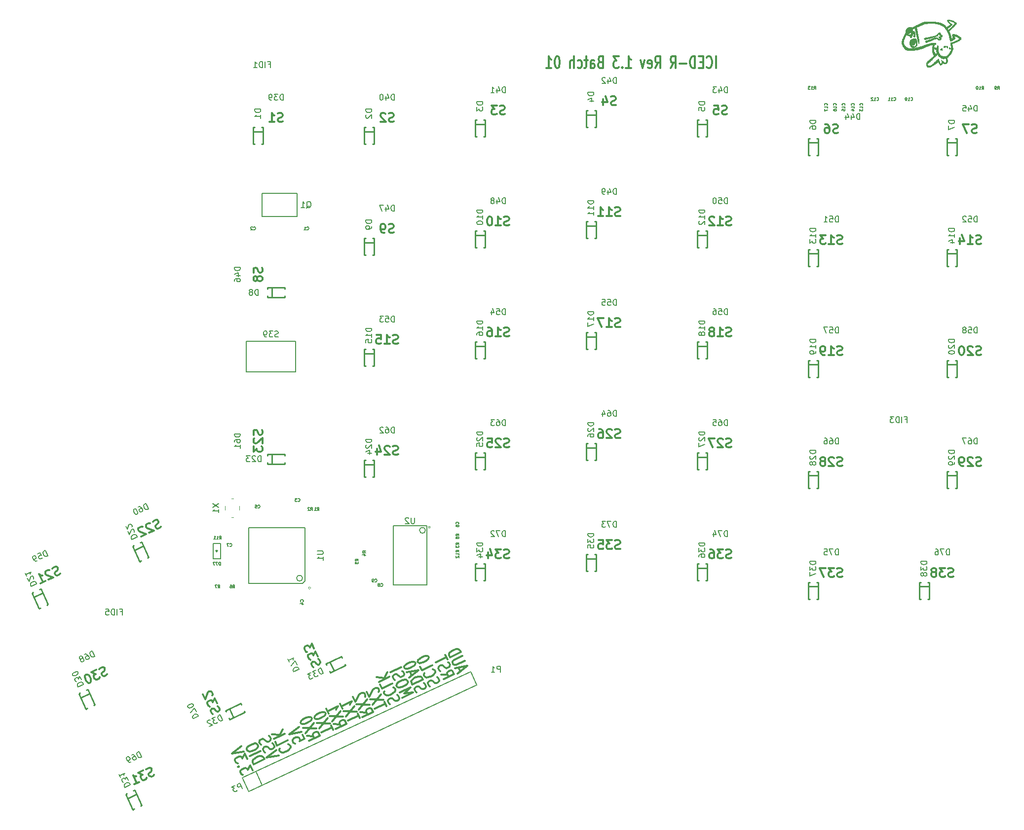
<source format=gbo>
G04 #@! TF.GenerationSoftware,KiCad,Pcbnew,5.1.6-c6e7f7d~87~ubuntu20.04.1*
G04 #@! TF.CreationDate,2020-08-07T18:55:31+02:00*
G04 #@! TF.ProjectId,ICEDRight,49434544-5269-4676-9874-2e6b69636164,Rev 1.2b*
G04 #@! TF.SameCoordinates,Original*
G04 #@! TF.FileFunction,Legend,Bot*
G04 #@! TF.FilePolarity,Positive*
%FSLAX46Y46*%
G04 Gerber Fmt 4.6, Leading zero omitted, Abs format (unit mm)*
G04 Created by KiCad (PCBNEW 5.1.6-c6e7f7d~87~ubuntu20.04.1) date 2020-08-07 18:55:31*
%MOMM*%
%LPD*%
G01*
G04 APERTURE LIST*
%ADD10C,0.300000*%
%ADD11C,0.304800*%
%ADD12C,0.010000*%
%ADD13C,0.200000*%
%ADD14C,0.100000*%
%ADD15C,0.149860*%
%ADD16C,0.127000*%
%ADD17C,0.220980*%
%ADD18C,0.203200*%
G04 APERTURE END LIST*
D10*
X147850000Y-53482761D02*
X147850000Y-51482761D01*
X146278571Y-53292285D02*
X146350000Y-53387523D01*
X146564285Y-53482761D01*
X146707142Y-53482761D01*
X146921428Y-53387523D01*
X147064285Y-53197047D01*
X147135714Y-53006571D01*
X147207142Y-52625619D01*
X147207142Y-52339904D01*
X147135714Y-51958952D01*
X147064285Y-51768476D01*
X146921428Y-51578000D01*
X146707142Y-51482761D01*
X146564285Y-51482761D01*
X146350000Y-51578000D01*
X146278571Y-51673238D01*
X145635714Y-52435142D02*
X145135714Y-52435142D01*
X144921428Y-53482761D02*
X145635714Y-53482761D01*
X145635714Y-51482761D01*
X144921428Y-51482761D01*
X144278571Y-53482761D02*
X144278571Y-51482761D01*
X143921428Y-51482761D01*
X143707142Y-51578000D01*
X143564285Y-51768476D01*
X143492857Y-51958952D01*
X143421428Y-52339904D01*
X143421428Y-52625619D01*
X143492857Y-53006571D01*
X143564285Y-53197047D01*
X143707142Y-53387523D01*
X143921428Y-53482761D01*
X144278571Y-53482761D01*
X142778571Y-52720857D02*
X141635714Y-52720857D01*
X140064285Y-53482761D02*
X140564285Y-52530380D01*
X140921428Y-53482761D02*
X140921428Y-51482761D01*
X140350000Y-51482761D01*
X140207142Y-51578000D01*
X140135714Y-51673238D01*
X140064285Y-51863714D01*
X140064285Y-52149428D01*
X140135714Y-52339904D01*
X140207142Y-52435142D01*
X140350000Y-52530380D01*
X140921428Y-52530380D01*
X137421428Y-53482761D02*
X137921428Y-52530380D01*
X138278571Y-53482761D02*
X138278571Y-51482761D01*
X137707142Y-51482761D01*
X137564285Y-51578000D01*
X137492857Y-51673238D01*
X137421428Y-51863714D01*
X137421428Y-52149428D01*
X137492857Y-52339904D01*
X137564285Y-52435142D01*
X137707142Y-52530380D01*
X138278571Y-52530380D01*
X136207142Y-53387523D02*
X136350000Y-53482761D01*
X136635714Y-53482761D01*
X136778571Y-53387523D01*
X136850000Y-53197047D01*
X136850000Y-52435142D01*
X136778571Y-52244666D01*
X136635714Y-52149428D01*
X136350000Y-52149428D01*
X136207142Y-52244666D01*
X136135714Y-52435142D01*
X136135714Y-52625619D01*
X136850000Y-52816095D01*
X135635714Y-52149428D02*
X135278571Y-53482761D01*
X134921428Y-52149428D01*
X132421428Y-53482761D02*
X133278571Y-53482761D01*
X132850000Y-53482761D02*
X132850000Y-51482761D01*
X132992857Y-51768476D01*
X133135714Y-51958952D01*
X133278571Y-52054190D01*
X131778571Y-53292285D02*
X131707142Y-53387523D01*
X131778571Y-53482761D01*
X131850000Y-53387523D01*
X131778571Y-53292285D01*
X131778571Y-53482761D01*
X131207142Y-51482761D02*
X130278571Y-51482761D01*
X130778571Y-52244666D01*
X130564285Y-52244666D01*
X130421428Y-52339904D01*
X130350000Y-52435142D01*
X130278571Y-52625619D01*
X130278571Y-53101809D01*
X130350000Y-53292285D01*
X130421428Y-53387523D01*
X130564285Y-53482761D01*
X130992857Y-53482761D01*
X131135714Y-53387523D01*
X131207142Y-53292285D01*
X127992857Y-52435142D02*
X127778571Y-52530380D01*
X127707142Y-52625619D01*
X127635714Y-52816095D01*
X127635714Y-53101809D01*
X127707142Y-53292285D01*
X127778571Y-53387523D01*
X127921428Y-53482761D01*
X128492857Y-53482761D01*
X128492857Y-51482761D01*
X127992857Y-51482761D01*
X127850000Y-51578000D01*
X127778571Y-51673238D01*
X127707142Y-51863714D01*
X127707142Y-52054190D01*
X127778571Y-52244666D01*
X127850000Y-52339904D01*
X127992857Y-52435142D01*
X128492857Y-52435142D01*
X126350000Y-53482761D02*
X126350000Y-52435142D01*
X126421428Y-52244666D01*
X126564285Y-52149428D01*
X126850000Y-52149428D01*
X126992857Y-52244666D01*
X126350000Y-53387523D02*
X126492857Y-53482761D01*
X126850000Y-53482761D01*
X126992857Y-53387523D01*
X127064285Y-53197047D01*
X127064285Y-53006571D01*
X126992857Y-52816095D01*
X126850000Y-52720857D01*
X126492857Y-52720857D01*
X126350000Y-52625619D01*
X125850000Y-52149428D02*
X125278571Y-52149428D01*
X125635714Y-51482761D02*
X125635714Y-53197047D01*
X125564285Y-53387523D01*
X125421428Y-53482761D01*
X125278571Y-53482761D01*
X124135714Y-53387523D02*
X124278571Y-53482761D01*
X124564285Y-53482761D01*
X124707142Y-53387523D01*
X124778571Y-53292285D01*
X124850000Y-53101809D01*
X124850000Y-52530380D01*
X124778571Y-52339904D01*
X124707142Y-52244666D01*
X124564285Y-52149428D01*
X124278571Y-52149428D01*
X124135714Y-52244666D01*
X123492857Y-53482761D02*
X123492857Y-51482761D01*
X122850000Y-53482761D02*
X122850000Y-52435142D01*
X122921428Y-52244666D01*
X123064285Y-52149428D01*
X123278571Y-52149428D01*
X123421428Y-52244666D01*
X123492857Y-52339904D01*
X120707142Y-51482761D02*
X120564285Y-51482761D01*
X120421428Y-51578000D01*
X120350000Y-51673238D01*
X120278571Y-51863714D01*
X120207142Y-52244666D01*
X120207142Y-52720857D01*
X120278571Y-53101809D01*
X120350000Y-53292285D01*
X120421428Y-53387523D01*
X120564285Y-53482761D01*
X120707142Y-53482761D01*
X120850000Y-53387523D01*
X120921428Y-53292285D01*
X120992857Y-53101809D01*
X121064285Y-52720857D01*
X121064285Y-52244666D01*
X120992857Y-51863714D01*
X120921428Y-51673238D01*
X120850000Y-51578000D01*
X120707142Y-51482761D01*
X118778571Y-53482761D02*
X119635714Y-53482761D01*
X119207142Y-53482761D02*
X119207142Y-51482761D01*
X119350000Y-51768476D01*
X119492857Y-51958952D01*
X119635714Y-52054190D01*
D11*
X104010819Y-157080086D02*
X103704118Y-156422365D01*
X103545982Y-157456990D02*
X105172910Y-156137825D01*
X103116602Y-156536181D01*
X104743529Y-155217016D02*
X103252696Y-155912203D01*
X103046634Y-155928218D01*
X102928268Y-155903339D01*
X102779232Y-155812688D01*
X102656552Y-155549600D01*
X102682908Y-155377163D01*
X102739934Y-155270497D01*
X102884656Y-155122939D01*
X104375489Y-154427752D01*
X102227172Y-154628792D02*
X104068789Y-153770031D01*
X103915439Y-153441171D01*
X103735733Y-153284748D01*
X103499001Y-153234991D01*
X103292939Y-153251005D01*
X102911484Y-153348807D01*
X102648396Y-153471487D01*
X102328282Y-153700832D01*
X102183560Y-153848391D01*
X102069508Y-154061722D01*
X102073822Y-154299931D01*
X102227172Y-154628792D01*
X100738592Y-157608865D02*
X101830243Y-157660336D01*
X101106632Y-158398130D02*
X102948250Y-157539369D01*
X102702889Y-157013193D01*
X102553853Y-156922542D01*
X102435487Y-156897663D01*
X102229425Y-156913678D01*
X101966337Y-157036358D01*
X101821615Y-157183917D01*
X101764589Y-157290582D01*
X101738233Y-157463020D01*
X101983593Y-157989196D01*
X100580928Y-157041795D02*
X100401222Y-156885372D01*
X100247872Y-156556512D01*
X100274228Y-156384075D01*
X100331254Y-156277409D01*
X100475976Y-156129850D01*
X100651368Y-156048064D01*
X100857430Y-156032049D01*
X100975796Y-156056928D01*
X101124832Y-156147579D01*
X101335209Y-156369773D01*
X101484245Y-156460424D01*
X101602611Y-156485303D01*
X101808673Y-156469288D01*
X101984065Y-156387502D01*
X102128787Y-156239943D01*
X102185813Y-156133277D01*
X102212169Y-155960840D01*
X102058819Y-155631980D01*
X101879113Y-155475557D01*
X101782789Y-155040031D02*
X101414749Y-154250767D01*
X99757152Y-155504159D02*
X101598769Y-154645399D01*
X76950184Y-167940814D02*
X77256884Y-168598535D01*
X76410594Y-169073240D01*
X76467620Y-168966575D01*
X76493976Y-168794137D01*
X76340626Y-168465277D01*
X76191590Y-168374626D01*
X76073224Y-168349748D01*
X75867161Y-168365762D01*
X75428681Y-168570229D01*
X75283959Y-168717788D01*
X75226933Y-168824453D01*
X75200577Y-168996891D01*
X75353927Y-169325751D01*
X75502963Y-169416402D01*
X75621329Y-169441280D01*
X76735494Y-167480410D02*
X74679187Y-167878766D01*
X76306114Y-166559601D01*
X96482368Y-160670501D02*
X96302662Y-160514078D01*
X96149312Y-160185218D01*
X96175668Y-160012780D01*
X96232694Y-159906115D01*
X96377416Y-159758556D01*
X96552809Y-159676769D01*
X96758871Y-159660755D01*
X96877237Y-159685633D01*
X97026273Y-159776284D01*
X97236649Y-159998479D01*
X97385685Y-160089130D01*
X97504051Y-160114009D01*
X97710113Y-160097994D01*
X97885505Y-160016207D01*
X98030228Y-159868648D01*
X98087254Y-159761983D01*
X98113610Y-159589546D01*
X97960260Y-159260685D01*
X97780553Y-159104263D01*
X95750602Y-159330181D02*
X97592219Y-158471421D01*
X97438869Y-158142560D01*
X97259163Y-157986138D01*
X97022431Y-157936380D01*
X96816369Y-157952395D01*
X96434915Y-158050196D01*
X96171826Y-158172876D01*
X95851712Y-158402222D01*
X95706990Y-158549780D01*
X95592938Y-158763111D01*
X95597252Y-159001321D01*
X95750602Y-159330181D01*
X95663378Y-157769380D02*
X95356678Y-157111659D01*
X95198542Y-158146284D02*
X96825469Y-156827119D01*
X94769162Y-157225475D01*
X96273409Y-155643223D02*
X96212069Y-155511678D01*
X96063033Y-155421028D01*
X95944667Y-155396149D01*
X95738605Y-155412164D01*
X95357150Y-155509965D01*
X94918670Y-155714432D01*
X94598556Y-155943777D01*
X94453834Y-156091336D01*
X94396808Y-156198001D01*
X94370452Y-156370439D01*
X94431792Y-156501983D01*
X94580828Y-156592634D01*
X94699194Y-156617512D01*
X94905256Y-156601498D01*
X95286710Y-156503696D01*
X95725190Y-156299230D01*
X96045305Y-156069884D01*
X96190027Y-155922325D01*
X96247053Y-155815660D01*
X96273409Y-155643223D01*
X98753033Y-159621615D02*
X98573327Y-159465192D01*
X98419977Y-159136332D01*
X98446333Y-158963894D01*
X98503359Y-158857229D01*
X98648081Y-158709670D01*
X98823474Y-158627883D01*
X99029536Y-158611869D01*
X99147902Y-158636747D01*
X99296938Y-158727398D01*
X99507314Y-158949593D01*
X99656350Y-159040244D01*
X99774716Y-159065123D01*
X99980778Y-159049108D01*
X100156170Y-158967321D01*
X100300893Y-158819762D01*
X100357919Y-158713097D01*
X100384275Y-158540660D01*
X100230925Y-158211799D01*
X100051218Y-158055377D01*
X97828619Y-157410244D02*
X97771593Y-157516909D01*
X97775907Y-157755119D01*
X97837247Y-157886663D01*
X98016953Y-158043086D01*
X98253685Y-158092843D01*
X98459747Y-158076828D01*
X98841202Y-157979027D01*
X99104290Y-157856347D01*
X99424404Y-157627001D01*
X99569126Y-157479443D01*
X99683178Y-157266112D01*
X99678864Y-157027902D01*
X99617524Y-156896358D01*
X99437818Y-156739935D01*
X99319452Y-156715057D01*
X97070497Y-156242361D02*
X97377197Y-156900082D01*
X99218814Y-156041322D01*
X98574744Y-154660109D02*
X98513404Y-154528564D01*
X98364368Y-154437914D01*
X98246002Y-154413035D01*
X98039940Y-154429050D01*
X97658485Y-154526851D01*
X97220005Y-154731318D01*
X96899891Y-154960663D01*
X96755169Y-155108222D01*
X96698143Y-155214887D01*
X96671787Y-155387325D01*
X96733127Y-155518869D01*
X96882163Y-155609520D01*
X97000529Y-155634398D01*
X97206591Y-155618384D01*
X97588045Y-155520582D01*
X98026525Y-155316116D01*
X98346640Y-155086770D01*
X98491362Y-154939211D01*
X98548388Y-154832546D01*
X98574744Y-154660109D01*
X86829932Y-164090409D02*
X87921583Y-164141880D01*
X87197972Y-164879674D02*
X89039590Y-164020913D01*
X88794229Y-163494737D01*
X88645193Y-163404086D01*
X88526827Y-163379207D01*
X88320765Y-163395222D01*
X88057677Y-163517902D01*
X87912955Y-163665461D01*
X87855929Y-163772126D01*
X87829573Y-163944564D01*
X88074933Y-164470740D01*
X88456859Y-162771244D02*
X86185862Y-162709196D01*
X88027479Y-161850436D02*
X86615242Y-163630005D01*
X87637397Y-161471818D02*
X87694423Y-161365153D01*
X87720779Y-161192715D01*
X87567429Y-160863855D01*
X87418393Y-160773204D01*
X87300027Y-160748325D01*
X87093965Y-160764340D01*
X86918573Y-160846127D01*
X86686154Y-161034579D01*
X86001842Y-162314564D01*
X85603132Y-161459527D01*
X91340925Y-163037799D02*
X90972884Y-162248535D01*
X89315287Y-163501927D02*
X91156904Y-162643167D01*
X90819534Y-161919674D02*
X88548537Y-161857626D01*
X90390154Y-160998866D02*
X88977917Y-162778435D01*
X90000072Y-160620248D02*
X90057098Y-160513583D01*
X90083454Y-160341145D01*
X89930104Y-160012285D01*
X89781068Y-159921634D01*
X89662702Y-159896756D01*
X89456640Y-159912770D01*
X89281248Y-159994557D01*
X89048829Y-160183009D01*
X88364517Y-161462994D01*
X87965807Y-160607957D01*
X94031997Y-161562964D02*
X95873615Y-160704204D01*
X94343484Y-160857200D01*
X95444234Y-159783395D01*
X93602617Y-160642155D01*
X95014854Y-158862586D02*
X94892174Y-158599498D01*
X94743138Y-158508847D01*
X94506406Y-158459090D01*
X94124952Y-158556891D01*
X93511079Y-158843145D01*
X93190965Y-159072490D01*
X93076913Y-159285821D01*
X93050557Y-159458258D01*
X93173237Y-159721347D01*
X93322273Y-159811997D01*
X93559005Y-159861755D01*
X93940459Y-159763953D01*
X94554332Y-159477700D01*
X94874446Y-159248354D01*
X94988498Y-159035024D01*
X95014854Y-158862586D01*
X92739543Y-158562328D02*
X92559837Y-158405906D01*
X92406487Y-158077045D01*
X92432843Y-157904608D01*
X92489869Y-157797942D01*
X92634591Y-157650384D01*
X92809983Y-157568597D01*
X93016045Y-157552582D01*
X93134411Y-157577461D01*
X93283447Y-157668112D01*
X93493823Y-157890307D01*
X93642860Y-157980957D01*
X93761226Y-158005836D01*
X93967288Y-157989821D01*
X94142680Y-157908035D01*
X94287402Y-157760476D01*
X94344428Y-157653811D01*
X94370784Y-157481373D01*
X94217434Y-157152513D01*
X94037728Y-156996090D01*
X92007776Y-157222009D02*
X93849394Y-156363248D01*
X91910368Y-162702501D02*
X91730662Y-162546078D01*
X91577312Y-162217218D01*
X91603668Y-162044780D01*
X91660694Y-161938115D01*
X91805416Y-161790556D01*
X91980809Y-161708769D01*
X92186871Y-161692755D01*
X92305237Y-161717633D01*
X92454273Y-161808284D01*
X92664649Y-162030479D01*
X92813685Y-162121130D01*
X92932051Y-162146009D01*
X93138113Y-162129994D01*
X93313505Y-162048207D01*
X93458228Y-161900648D01*
X93515254Y-161793983D01*
X93541610Y-161621546D01*
X93388260Y-161292685D01*
X93208553Y-161136263D01*
X90985954Y-160491130D02*
X90928928Y-160597795D01*
X90933242Y-160836005D01*
X90994582Y-160967549D01*
X91174288Y-161123972D01*
X91411020Y-161173729D01*
X91617082Y-161157714D01*
X91998537Y-161059913D01*
X92261625Y-160937233D01*
X92581739Y-160707887D01*
X92726461Y-160560329D01*
X92840513Y-160346998D01*
X92836199Y-160108788D01*
X92774859Y-159977244D01*
X92595153Y-159820822D01*
X92476787Y-159795943D01*
X90227832Y-159323247D02*
X90534532Y-159980968D01*
X92376149Y-159122208D01*
X90013142Y-158862843D02*
X91854759Y-158004083D01*
X89645101Y-158073579D02*
X90973484Y-158174807D01*
X91486719Y-157214818D02*
X90802406Y-158494803D01*
X86768925Y-165069799D02*
X86400884Y-164280535D01*
X84743287Y-165533927D02*
X86584904Y-164675167D01*
X86247534Y-163951674D02*
X83976537Y-163889626D01*
X85818154Y-163030866D02*
X84405917Y-164810435D01*
X83393807Y-162639957D02*
X83761847Y-163429222D01*
X83577827Y-163034589D02*
X85419444Y-162175829D01*
X85217696Y-162430053D01*
X85103644Y-162643384D01*
X85077288Y-162815821D01*
X82257932Y-166122409D02*
X83349583Y-166173880D01*
X82625972Y-166911674D02*
X84467590Y-166052913D01*
X84222229Y-165526737D01*
X84073193Y-165436086D01*
X83954827Y-165411207D01*
X83748765Y-165427222D01*
X83485677Y-165549902D01*
X83340955Y-165697461D01*
X83283929Y-165804126D01*
X83257573Y-165976564D01*
X83502933Y-166502740D01*
X83884859Y-164803244D02*
X81613862Y-164741196D01*
X83455479Y-163882436D02*
X82043242Y-165662005D01*
X81031132Y-163491527D02*
X81399172Y-164280792D01*
X81215152Y-163886159D02*
X83056769Y-163027399D01*
X82855021Y-163281623D01*
X82740969Y-163494954D01*
X82714613Y-163667391D01*
X82196925Y-167101799D02*
X81828884Y-166312535D01*
X80171287Y-167565927D02*
X82012904Y-166707167D01*
X81675534Y-165983674D02*
X79404537Y-165921626D01*
X81246154Y-165062866D02*
X79833917Y-166842435D01*
X80878114Y-164273601D02*
X80816774Y-164142057D01*
X80667738Y-164051406D01*
X80549372Y-164026528D01*
X80343310Y-164042542D01*
X79961855Y-164140344D01*
X79523375Y-164344810D01*
X79203261Y-164574156D01*
X79058539Y-164721714D01*
X79001513Y-164828380D01*
X78975157Y-165000817D01*
X79036497Y-165132361D01*
X79185533Y-165223012D01*
X79303899Y-165247891D01*
X79509961Y-165231876D01*
X79891415Y-165134075D01*
X80329896Y-164929608D01*
X80650010Y-164700263D01*
X80794732Y-164552704D01*
X80851758Y-164446039D01*
X80878114Y-164273601D01*
X77685932Y-168154409D02*
X78777583Y-168205880D01*
X78053972Y-168943674D02*
X79895590Y-168084913D01*
X79650229Y-167558737D01*
X79501193Y-167468086D01*
X79382827Y-167443207D01*
X79176765Y-167459222D01*
X78913677Y-167581902D01*
X78768955Y-167729461D01*
X78711929Y-167836126D01*
X78685573Y-168008564D01*
X78930933Y-168534740D01*
X79312859Y-166835244D02*
X77041862Y-166773196D01*
X78883479Y-165914436D02*
X77471242Y-167694005D01*
X78515439Y-165125171D02*
X78454099Y-164993627D01*
X78305063Y-164902976D01*
X78186697Y-164878097D01*
X77980635Y-164894112D01*
X77599180Y-164991913D01*
X77160700Y-165196380D01*
X76840586Y-165425726D01*
X76695864Y-165573284D01*
X76638838Y-165679950D01*
X76612482Y-165852387D01*
X76673822Y-165983931D01*
X76822858Y-166074582D01*
X76941224Y-166099461D01*
X77147286Y-166083446D01*
X77528740Y-165985645D01*
X77967221Y-165781178D01*
X78287335Y-165551833D01*
X78432057Y-165404274D01*
X78489083Y-165297608D01*
X78515439Y-165125171D01*
X68380275Y-174034660D02*
X67981564Y-173179623D01*
X67494686Y-173967174D01*
X67402676Y-173769858D01*
X67253640Y-173679207D01*
X67135274Y-173654328D01*
X66929212Y-173670343D01*
X66490731Y-173874810D01*
X66346009Y-174022369D01*
X66288983Y-174129034D01*
X66262627Y-174301471D01*
X66446647Y-174696104D01*
X66595683Y-174786754D01*
X66714049Y-174811633D01*
X66039309Y-173364648D02*
X65920943Y-173339769D01*
X65863917Y-173446435D01*
X65982283Y-173471313D01*
X66039309Y-173364648D01*
X65863917Y-173446435D01*
X67460174Y-172061498D02*
X67061464Y-171206461D01*
X66574586Y-171994013D01*
X66482576Y-171796696D01*
X66333540Y-171706046D01*
X66215173Y-171681167D01*
X66009111Y-171697182D01*
X65570631Y-171901648D01*
X65425909Y-172049207D01*
X65368883Y-172155872D01*
X65342527Y-172328310D01*
X65526547Y-172722942D01*
X65675583Y-172813593D01*
X65793949Y-172838472D01*
X66877444Y-170811829D02*
X64821137Y-171210185D01*
X66448064Y-169891020D01*
X72829595Y-171485571D02*
X70773287Y-171883927D01*
X72400214Y-170564763D01*
X70462273Y-170987997D02*
X70282567Y-170831575D01*
X70129217Y-170502714D01*
X70155573Y-170330277D01*
X70212599Y-170223611D01*
X70357321Y-170076053D01*
X70532713Y-169994266D01*
X70738775Y-169978251D01*
X70857141Y-170003130D01*
X71006178Y-170093781D01*
X71216554Y-170315976D01*
X71365590Y-170406626D01*
X71483956Y-170431505D01*
X71690018Y-170415490D01*
X71865410Y-170333704D01*
X72010132Y-170186145D01*
X72067158Y-170079480D01*
X72093514Y-169907042D01*
X71940164Y-169578182D01*
X71760458Y-169421759D01*
X69848873Y-169672556D02*
X69669167Y-169516133D01*
X69515817Y-169187273D01*
X69542173Y-169014836D01*
X69599199Y-168908170D01*
X69743921Y-168760612D01*
X69919313Y-168678825D01*
X70125375Y-168662810D01*
X70243741Y-168687689D01*
X70392777Y-168778340D01*
X70603153Y-169000535D01*
X70752190Y-169091185D01*
X70870556Y-169116064D01*
X71076618Y-169100049D01*
X71252010Y-169018263D01*
X71396732Y-168870704D01*
X71453758Y-168764039D01*
X71480114Y-168591601D01*
X71326764Y-168262741D01*
X71147058Y-168106318D01*
X68533292Y-172998585D02*
X70374910Y-172139825D01*
X70221559Y-171810965D01*
X70041853Y-171654542D01*
X69805121Y-171604785D01*
X69599059Y-171620799D01*
X69217605Y-171718601D01*
X68954517Y-171841281D01*
X68634402Y-172070626D01*
X68489680Y-172218185D01*
X68375628Y-172431516D01*
X68379942Y-172669725D01*
X68533292Y-172998585D01*
X67889222Y-171617372D02*
X69730839Y-170758612D01*
X69301459Y-169837803D02*
X69178779Y-169574715D01*
X69029743Y-169484064D01*
X68793011Y-169434307D01*
X68411557Y-169532108D01*
X67797684Y-169818362D01*
X67477570Y-170047707D01*
X67363518Y-170261038D01*
X67337162Y-170433475D01*
X67459842Y-170696564D01*
X67608878Y-170787214D01*
X67845610Y-170836972D01*
X68227064Y-170739170D01*
X68840937Y-170452917D01*
X69161051Y-170223572D01*
X69275103Y-170010241D01*
X69301459Y-169837803D01*
X73004654Y-170292850D02*
X72947628Y-170399516D01*
X72951942Y-170637725D01*
X73013282Y-170769269D01*
X73192988Y-170925692D01*
X73429720Y-170975449D01*
X73635782Y-170959435D01*
X74017237Y-170861633D01*
X74280325Y-170738953D01*
X74600439Y-170509608D01*
X74745161Y-170362049D01*
X74859213Y-170148718D01*
X74854899Y-169910509D01*
X74793559Y-169778965D01*
X74613853Y-169622542D01*
X74495487Y-169597663D01*
X72246532Y-169124968D02*
X72553232Y-169782688D01*
X74394849Y-168923928D01*
X72031842Y-168664564D02*
X73873459Y-167805803D01*
X71663802Y-167875299D02*
X72992184Y-167976527D01*
X73505419Y-167016539D02*
X72821106Y-168296523D01*
D12*
G04 #@! TO.C,G\u002A\u002A\u002A*
G36*
X181797771Y-49462800D02*
G01*
X181801400Y-49459171D01*
X181797771Y-49455543D01*
X181794143Y-49459171D01*
X181797771Y-49462800D01*
G37*
X181797771Y-49462800D02*
X181801400Y-49459171D01*
X181797771Y-49455543D01*
X181794143Y-49459171D01*
X181797771Y-49462800D01*
G36*
X182051771Y-49658743D02*
G01*
X182055400Y-49655114D01*
X182051771Y-49651486D01*
X182048143Y-49655114D01*
X182051771Y-49658743D01*
G37*
X182051771Y-49658743D02*
X182055400Y-49655114D01*
X182051771Y-49651486D01*
X182048143Y-49655114D01*
X182051771Y-49658743D01*
G36*
X181159143Y-47423543D02*
G01*
X181162771Y-47419914D01*
X181159143Y-47416286D01*
X181155514Y-47419914D01*
X181159143Y-47423543D01*
G37*
X181159143Y-47423543D02*
X181162771Y-47419914D01*
X181159143Y-47416286D01*
X181155514Y-47419914D01*
X181159143Y-47423543D01*
G36*
X181217200Y-47387257D02*
G01*
X181220828Y-47383628D01*
X181217200Y-47380000D01*
X181213571Y-47383628D01*
X181217200Y-47387257D01*
G37*
X181217200Y-47387257D02*
X181220828Y-47383628D01*
X181217200Y-47380000D01*
X181213571Y-47383628D01*
X181217200Y-47387257D01*
G36*
X181275257Y-47655771D02*
G01*
X181278885Y-47652143D01*
X181275257Y-47648514D01*
X181271628Y-47652143D01*
X181275257Y-47655771D01*
G37*
X181275257Y-47655771D02*
X181278885Y-47652143D01*
X181275257Y-47648514D01*
X181271628Y-47652143D01*
X181275257Y-47655771D01*
G36*
X181311543Y-47641257D02*
G01*
X181315171Y-47637628D01*
X181311543Y-47634000D01*
X181307914Y-47637628D01*
X181311543Y-47641257D01*
G37*
X181311543Y-47641257D02*
X181315171Y-47637628D01*
X181311543Y-47634000D01*
X181307914Y-47637628D01*
X181311543Y-47641257D01*
G36*
X184961885Y-52039086D02*
G01*
X184965514Y-52035457D01*
X184961885Y-52031828D01*
X184958257Y-52035457D01*
X184961885Y-52039086D01*
G37*
X184961885Y-52039086D02*
X184965514Y-52035457D01*
X184961885Y-52031828D01*
X184958257Y-52035457D01*
X184961885Y-52039086D01*
G36*
X185273943Y-52525314D02*
G01*
X185277571Y-52521686D01*
X185273943Y-52518057D01*
X185270314Y-52521686D01*
X185273943Y-52525314D01*
G37*
X185273943Y-52525314D02*
X185277571Y-52521686D01*
X185273943Y-52518057D01*
X185270314Y-52521686D01*
X185273943Y-52525314D01*
G36*
X185317485Y-51654457D02*
G01*
X185321114Y-51650828D01*
X185317485Y-51647200D01*
X185313857Y-51650828D01*
X185317485Y-51654457D01*
G37*
X185317485Y-51654457D02*
X185321114Y-51650828D01*
X185317485Y-51647200D01*
X185313857Y-51650828D01*
X185317485Y-51654457D01*
G36*
X185426343Y-52351143D02*
G01*
X185429971Y-52347514D01*
X185426343Y-52343886D01*
X185422714Y-52347514D01*
X185426343Y-52351143D01*
G37*
X185426343Y-52351143D02*
X185429971Y-52347514D01*
X185426343Y-52343886D01*
X185422714Y-52347514D01*
X185426343Y-52351143D01*
G36*
X185433600Y-51523828D02*
G01*
X185437228Y-51520200D01*
X185433600Y-51516571D01*
X185429971Y-51520200D01*
X185433600Y-51523828D01*
G37*
X185433600Y-51523828D02*
X185437228Y-51520200D01*
X185433600Y-51516571D01*
X185429971Y-51520200D01*
X185433600Y-51523828D01*
G36*
X185571485Y-51378686D02*
G01*
X185575114Y-51375057D01*
X185571485Y-51371428D01*
X185567857Y-51375057D01*
X185571485Y-51378686D01*
G37*
X185571485Y-51378686D02*
X185575114Y-51375057D01*
X185571485Y-51371428D01*
X185567857Y-51375057D01*
X185571485Y-51378686D01*
G36*
X185600514Y-52176971D02*
G01*
X185604143Y-52173343D01*
X185600514Y-52169714D01*
X185596885Y-52173343D01*
X185600514Y-52176971D01*
G37*
X185600514Y-52176971D02*
X185604143Y-52173343D01*
X185600514Y-52169714D01*
X185596885Y-52173343D01*
X185600514Y-52176971D01*
G36*
X185607771Y-51335143D02*
G01*
X185611400Y-51331514D01*
X185607771Y-51327886D01*
X185604143Y-51331514D01*
X185607771Y-51335143D01*
G37*
X185607771Y-51335143D02*
X185611400Y-51331514D01*
X185607771Y-51327886D01*
X185604143Y-51331514D01*
X185607771Y-51335143D01*
G36*
X185629543Y-52206000D02*
G01*
X185633171Y-52202371D01*
X185629543Y-52198743D01*
X185625914Y-52202371D01*
X185629543Y-52206000D01*
G37*
X185629543Y-52206000D02*
X185633171Y-52202371D01*
X185629543Y-52198743D01*
X185625914Y-52202371D01*
X185629543Y-52206000D01*
G36*
X185687600Y-51262571D02*
G01*
X185691228Y-51258943D01*
X185687600Y-51255314D01*
X185683971Y-51258943D01*
X185687600Y-51262571D01*
G37*
X185687600Y-51262571D02*
X185691228Y-51258943D01*
X185687600Y-51255314D01*
X185683971Y-51258943D01*
X185687600Y-51262571D01*
G36*
X186021428Y-51944743D02*
G01*
X186025057Y-51941114D01*
X186021428Y-51937486D01*
X186017800Y-51941114D01*
X186021428Y-51944743D01*
G37*
X186021428Y-51944743D02*
X186025057Y-51941114D01*
X186021428Y-51937486D01*
X186017800Y-51941114D01*
X186021428Y-51944743D01*
G36*
X186043200Y-51944743D02*
G01*
X186046828Y-51941114D01*
X186043200Y-51937486D01*
X186039571Y-51941114D01*
X186043200Y-51944743D01*
G37*
X186043200Y-51944743D02*
X186046828Y-51941114D01*
X186043200Y-51937486D01*
X186039571Y-51941114D01*
X186043200Y-51944743D01*
G36*
X186464114Y-52663200D02*
G01*
X186467743Y-52659571D01*
X186464114Y-52655943D01*
X186460485Y-52659571D01*
X186464114Y-52663200D01*
G37*
X186464114Y-52663200D02*
X186467743Y-52659571D01*
X186464114Y-52655943D01*
X186460485Y-52659571D01*
X186464114Y-52663200D01*
G36*
X186485885Y-52060857D02*
G01*
X186489514Y-52057228D01*
X186485885Y-52053600D01*
X186482257Y-52057228D01*
X186485885Y-52060857D01*
G37*
X186485885Y-52060857D02*
X186489514Y-52057228D01*
X186485885Y-52053600D01*
X186482257Y-52057228D01*
X186485885Y-52060857D01*
G36*
X186500400Y-52068114D02*
G01*
X186504028Y-52064486D01*
X186500400Y-52060857D01*
X186496771Y-52064486D01*
X186500400Y-52068114D01*
G37*
X186500400Y-52068114D02*
X186504028Y-52064486D01*
X186500400Y-52060857D01*
X186496771Y-52064486D01*
X186500400Y-52068114D01*
G36*
X186550507Y-52096021D02*
G01*
X186557814Y-52103812D01*
X186562015Y-52102214D01*
X186562085Y-52101200D01*
X186556931Y-52095061D01*
X186553707Y-52092821D01*
X186548741Y-52091966D01*
X186550507Y-52096021D01*
G37*
X186550507Y-52096021D02*
X186557814Y-52103812D01*
X186562015Y-52102214D01*
X186562085Y-52101200D01*
X186556931Y-52095061D01*
X186553707Y-52092821D01*
X186548741Y-52091966D01*
X186550507Y-52096021D01*
G36*
X186594743Y-52140686D02*
G01*
X186598371Y-52137057D01*
X186594743Y-52133428D01*
X186591114Y-52137057D01*
X186594743Y-52140686D01*
G37*
X186594743Y-52140686D02*
X186598371Y-52137057D01*
X186594743Y-52133428D01*
X186591114Y-52137057D01*
X186594743Y-52140686D01*
G36*
X186674571Y-52213257D02*
G01*
X186678200Y-52209628D01*
X186674571Y-52206000D01*
X186670943Y-52209628D01*
X186674571Y-52213257D01*
G37*
X186674571Y-52213257D02*
X186678200Y-52209628D01*
X186674571Y-52206000D01*
X186670943Y-52209628D01*
X186674571Y-52213257D01*
G36*
X186719173Y-52276294D02*
G01*
X186721743Y-52274943D01*
X186728673Y-52268105D01*
X186729000Y-52266829D01*
X186724312Y-52266334D01*
X186721743Y-52267686D01*
X186714812Y-52274523D01*
X186714485Y-52275799D01*
X186719173Y-52276294D01*
G37*
X186719173Y-52276294D02*
X186721743Y-52274943D01*
X186728673Y-52268105D01*
X186729000Y-52266829D01*
X186724312Y-52266334D01*
X186721743Y-52267686D01*
X186714812Y-52274523D01*
X186714485Y-52275799D01*
X186719173Y-52276294D01*
G36*
X186899543Y-52416457D02*
G01*
X186903171Y-52412828D01*
X186899543Y-52409200D01*
X186895914Y-52412828D01*
X186899543Y-52416457D01*
G37*
X186899543Y-52416457D02*
X186903171Y-52412828D01*
X186899543Y-52409200D01*
X186895914Y-52412828D01*
X186899543Y-52416457D01*
G36*
X186957600Y-52467257D02*
G01*
X186961228Y-52463628D01*
X186957600Y-52460000D01*
X186953971Y-52463628D01*
X186957600Y-52467257D01*
G37*
X186957600Y-52467257D02*
X186961228Y-52463628D01*
X186957600Y-52460000D01*
X186953971Y-52463628D01*
X186957600Y-52467257D01*
G36*
X187755885Y-45420571D02*
G01*
X187759514Y-45416943D01*
X187755885Y-45413314D01*
X187752257Y-45416943D01*
X187755885Y-45420571D01*
G37*
X187755885Y-45420571D02*
X187759514Y-45416943D01*
X187755885Y-45413314D01*
X187752257Y-45416943D01*
X187755885Y-45420571D01*
G36*
X187770400Y-46545428D02*
G01*
X187774028Y-46541800D01*
X187770400Y-46538171D01*
X187766771Y-46541800D01*
X187770400Y-46545428D01*
G37*
X187770400Y-46545428D02*
X187774028Y-46541800D01*
X187770400Y-46538171D01*
X187766771Y-46541800D01*
X187770400Y-46545428D01*
G36*
X187770400Y-45413314D02*
G01*
X187774028Y-45409686D01*
X187770400Y-45406057D01*
X187766771Y-45409686D01*
X187770400Y-45413314D01*
G37*
X187770400Y-45413314D02*
X187774028Y-45409686D01*
X187770400Y-45406057D01*
X187766771Y-45409686D01*
X187770400Y-45413314D01*
G36*
X187813943Y-46494628D02*
G01*
X187817571Y-46491000D01*
X187813943Y-46487371D01*
X187810314Y-46491000D01*
X187813943Y-46494628D01*
G37*
X187813943Y-46494628D02*
X187817571Y-46491000D01*
X187813943Y-46487371D01*
X187810314Y-46491000D01*
X187813943Y-46494628D01*
G36*
X187966343Y-46697828D02*
G01*
X187969971Y-46694200D01*
X187966343Y-46690571D01*
X187962714Y-46694200D01*
X187966343Y-46697828D01*
G37*
X187966343Y-46697828D02*
X187969971Y-46694200D01*
X187966343Y-46690571D01*
X187962714Y-46694200D01*
X187966343Y-46697828D01*
G36*
X188009885Y-46349486D02*
G01*
X188013514Y-46345857D01*
X188009885Y-46342228D01*
X188006257Y-46345857D01*
X188009885Y-46349486D01*
G37*
X188009885Y-46349486D02*
X188013514Y-46345857D01*
X188009885Y-46342228D01*
X188006257Y-46345857D01*
X188009885Y-46349486D01*
G36*
X188031657Y-45696343D02*
G01*
X188035285Y-45692714D01*
X188031657Y-45689086D01*
X188028028Y-45692714D01*
X188031657Y-45696343D01*
G37*
X188031657Y-45696343D02*
X188035285Y-45692714D01*
X188031657Y-45689086D01*
X188028028Y-45692714D01*
X188031657Y-45696343D01*
G36*
X188046171Y-45710857D02*
G01*
X188049800Y-45707228D01*
X188046171Y-45703600D01*
X188042543Y-45707228D01*
X188046171Y-45710857D01*
G37*
X188046171Y-45710857D02*
X188049800Y-45707228D01*
X188046171Y-45703600D01*
X188042543Y-45707228D01*
X188046171Y-45710857D01*
G36*
X188314685Y-45964857D02*
G01*
X188318314Y-45961228D01*
X188314685Y-45957600D01*
X188311057Y-45961228D01*
X188314685Y-45964857D01*
G37*
X188314685Y-45964857D02*
X188318314Y-45961228D01*
X188314685Y-45957600D01*
X188311057Y-45961228D01*
X188314685Y-45964857D01*
G36*
X188329200Y-45986628D02*
G01*
X188332828Y-45983000D01*
X188329200Y-45979371D01*
X188325571Y-45983000D01*
X188329200Y-45986628D01*
G37*
X188329200Y-45986628D02*
X188332828Y-45983000D01*
X188329200Y-45979371D01*
X188325571Y-45983000D01*
X188329200Y-45986628D01*
G36*
X188350971Y-45957600D02*
G01*
X188354600Y-45953971D01*
X188350971Y-45950343D01*
X188347343Y-45953971D01*
X188350971Y-45957600D01*
G37*
X188350971Y-45957600D02*
X188354600Y-45953971D01*
X188350971Y-45950343D01*
X188347343Y-45953971D01*
X188350971Y-45957600D01*
G36*
X180164914Y-49513600D02*
G01*
X180168543Y-49509971D01*
X180164914Y-49506343D01*
X180161285Y-49509971D01*
X180164914Y-49513600D01*
G37*
X180164914Y-49513600D02*
X180168543Y-49509971D01*
X180164914Y-49506343D01*
X180161285Y-49509971D01*
X180164914Y-49513600D01*
G36*
X180193943Y-49564400D02*
G01*
X180197571Y-49560771D01*
X180193943Y-49557143D01*
X180190314Y-49560771D01*
X180193943Y-49564400D01*
G37*
X180193943Y-49564400D02*
X180197571Y-49560771D01*
X180193943Y-49557143D01*
X180190314Y-49560771D01*
X180193943Y-49564400D01*
G36*
X181188171Y-48679028D02*
G01*
X181191800Y-48675400D01*
X181188171Y-48671771D01*
X181184543Y-48675400D01*
X181188171Y-48679028D01*
G37*
X181188171Y-48679028D02*
X181191800Y-48675400D01*
X181188171Y-48671771D01*
X181184543Y-48675400D01*
X181188171Y-48679028D01*
G36*
X181195428Y-47960571D02*
G01*
X181199057Y-47956943D01*
X181195428Y-47953314D01*
X181191800Y-47956943D01*
X181195428Y-47960571D01*
G37*
X181195428Y-47960571D02*
X181199057Y-47956943D01*
X181195428Y-47953314D01*
X181191800Y-47956943D01*
X181195428Y-47960571D01*
G36*
X181732457Y-47612228D02*
G01*
X181736085Y-47608600D01*
X181732457Y-47604971D01*
X181728828Y-47608600D01*
X181732457Y-47612228D01*
G37*
X181732457Y-47612228D02*
X181736085Y-47608600D01*
X181732457Y-47604971D01*
X181728828Y-47608600D01*
X181732457Y-47612228D01*
G36*
X181059577Y-49165797D02*
G01*
X181074287Y-49266702D01*
X181100007Y-49375803D01*
X181131117Y-49477314D01*
X181172230Y-49584964D01*
X181219108Y-49680192D01*
X181271564Y-49762793D01*
X181329410Y-49832562D01*
X181392458Y-49889292D01*
X181460521Y-49932777D01*
X181533411Y-49962812D01*
X181585118Y-49975355D01*
X181659382Y-49981719D01*
X181736720Y-49975551D01*
X181813866Y-49957375D01*
X181887553Y-49927717D01*
X181890257Y-49926362D01*
X181910929Y-49914824D01*
X181940542Y-49896859D01*
X181976164Y-49874388D01*
X182014864Y-49849332D01*
X182053707Y-49823612D01*
X182089763Y-49799149D01*
X182120099Y-49777862D01*
X182141783Y-49761674D01*
X182142282Y-49761276D01*
X182156172Y-49752244D01*
X182165158Y-49750032D01*
X182165367Y-49750143D01*
X182173107Y-49748072D01*
X182175762Y-49744825D01*
X182176817Y-49739813D01*
X182170821Y-49742520D01*
X182171080Y-49740843D01*
X182180282Y-49731178D01*
X182196656Y-49715331D01*
X182207014Y-49705621D01*
X182261572Y-49648695D01*
X182304406Y-49589353D01*
X182336275Y-49525669D01*
X182357938Y-49455714D01*
X182370156Y-49377559D01*
X182373687Y-49289277D01*
X182373627Y-49282547D01*
X182372990Y-49245368D01*
X182372055Y-49211626D01*
X182370946Y-49184984D01*
X182369787Y-49169106D01*
X182369760Y-49168886D01*
X182364434Y-49133942D01*
X182356355Y-49089264D01*
X182346407Y-49039170D01*
X182335474Y-48987979D01*
X182324437Y-48940006D01*
X182316267Y-48907374D01*
X182304681Y-48865569D01*
X182290746Y-48818848D01*
X182275257Y-48769541D01*
X182259012Y-48719979D01*
X182242806Y-48672490D01*
X182227436Y-48629404D01*
X182213698Y-48593052D01*
X182202389Y-48565762D01*
X182194306Y-48549864D01*
X182193779Y-48549093D01*
X182168064Y-48521095D01*
X182130222Y-48491474D01*
X182088057Y-48465091D01*
X182067735Y-48453163D01*
X182053038Y-48443878D01*
X182048143Y-48440171D01*
X182038517Y-48434896D01*
X182034183Y-48433680D01*
X182029537Y-48431492D01*
X182029537Y-48846652D01*
X182067509Y-48960597D01*
X182092759Y-49040174D01*
X182114879Y-49117524D01*
X182132979Y-49189287D01*
X182146168Y-49252104D01*
X182148732Y-49266857D01*
X182152988Y-49303305D01*
X182155442Y-49347119D01*
X182156135Y-49394228D01*
X182155108Y-49440560D01*
X182152403Y-49482042D01*
X182148060Y-49514602D01*
X182146149Y-49523182D01*
X182124384Y-49583472D01*
X182093243Y-49632711D01*
X182052461Y-49671147D01*
X182001775Y-49699026D01*
X181940920Y-49716595D01*
X181938828Y-49716985D01*
X181880218Y-49722170D01*
X181812836Y-49718438D01*
X181738948Y-49706295D01*
X181660822Y-49686249D01*
X181580722Y-49658808D01*
X181500915Y-49624479D01*
X181479998Y-49614239D01*
X181432576Y-49588756D01*
X181388524Y-49561986D01*
X181349593Y-49535269D01*
X181317532Y-49509943D01*
X181294092Y-49487345D01*
X181281023Y-49468814D01*
X181278885Y-49460482D01*
X181280259Y-49452992D01*
X181286553Y-49449316D01*
X181301023Y-49448717D01*
X181324243Y-49450243D01*
X181350816Y-49453548D01*
X181386081Y-49459533D01*
X181424683Y-49467232D01*
X181449428Y-49472794D01*
X181537094Y-49488241D01*
X181618548Y-49491729D01*
X181693171Y-49483314D01*
X181760345Y-49463050D01*
X181803971Y-49441022D01*
X181843967Y-49414008D01*
X181876021Y-49385053D01*
X181904888Y-49349464D01*
X181921071Y-49325452D01*
X181961834Y-49250353D01*
X181992685Y-49167073D01*
X182013857Y-49074716D01*
X182025585Y-48972388D01*
X182027984Y-48917054D01*
X182029537Y-48846652D01*
X182029537Y-48431492D01*
X182023384Y-48428593D01*
X182004782Y-48417339D01*
X181982306Y-48402301D01*
X181981170Y-48401506D01*
X181938487Y-48371565D01*
X181871758Y-48380921D01*
X181771830Y-48399385D01*
X181668434Y-48426623D01*
X181567148Y-48460927D01*
X181473548Y-48500587D01*
X181460314Y-48506991D01*
X181432497Y-48520129D01*
X181408981Y-48530175D01*
X181393167Y-48535728D01*
X181389073Y-48536369D01*
X181382786Y-48537715D01*
X181383598Y-48539418D01*
X181380221Y-48545151D01*
X181367385Y-48556103D01*
X181349611Y-48568716D01*
X181269451Y-48628920D01*
X181201962Y-48695120D01*
X181151883Y-48759693D01*
X181111240Y-48830125D01*
X181081708Y-48905251D01*
X181063267Y-48985771D01*
X181055897Y-49072386D01*
X181059577Y-49165797D01*
G37*
X181059577Y-49165797D02*
X181074287Y-49266702D01*
X181100007Y-49375803D01*
X181131117Y-49477314D01*
X181172230Y-49584964D01*
X181219108Y-49680192D01*
X181271564Y-49762793D01*
X181329410Y-49832562D01*
X181392458Y-49889292D01*
X181460521Y-49932777D01*
X181533411Y-49962812D01*
X181585118Y-49975355D01*
X181659382Y-49981719D01*
X181736720Y-49975551D01*
X181813866Y-49957375D01*
X181887553Y-49927717D01*
X181890257Y-49926362D01*
X181910929Y-49914824D01*
X181940542Y-49896859D01*
X181976164Y-49874388D01*
X182014864Y-49849332D01*
X182053707Y-49823612D01*
X182089763Y-49799149D01*
X182120099Y-49777862D01*
X182141783Y-49761674D01*
X182142282Y-49761276D01*
X182156172Y-49752244D01*
X182165158Y-49750032D01*
X182165367Y-49750143D01*
X182173107Y-49748072D01*
X182175762Y-49744825D01*
X182176817Y-49739813D01*
X182170821Y-49742520D01*
X182171080Y-49740843D01*
X182180282Y-49731178D01*
X182196656Y-49715331D01*
X182207014Y-49705621D01*
X182261572Y-49648695D01*
X182304406Y-49589353D01*
X182336275Y-49525669D01*
X182357938Y-49455714D01*
X182370156Y-49377559D01*
X182373687Y-49289277D01*
X182373627Y-49282547D01*
X182372990Y-49245368D01*
X182372055Y-49211626D01*
X182370946Y-49184984D01*
X182369787Y-49169106D01*
X182369760Y-49168886D01*
X182364434Y-49133942D01*
X182356355Y-49089264D01*
X182346407Y-49039170D01*
X182335474Y-48987979D01*
X182324437Y-48940006D01*
X182316267Y-48907374D01*
X182304681Y-48865569D01*
X182290746Y-48818848D01*
X182275257Y-48769541D01*
X182259012Y-48719979D01*
X182242806Y-48672490D01*
X182227436Y-48629404D01*
X182213698Y-48593052D01*
X182202389Y-48565762D01*
X182194306Y-48549864D01*
X182193779Y-48549093D01*
X182168064Y-48521095D01*
X182130222Y-48491474D01*
X182088057Y-48465091D01*
X182067735Y-48453163D01*
X182053038Y-48443878D01*
X182048143Y-48440171D01*
X182038517Y-48434896D01*
X182034183Y-48433680D01*
X182029537Y-48431492D01*
X182029537Y-48846652D01*
X182067509Y-48960597D01*
X182092759Y-49040174D01*
X182114879Y-49117524D01*
X182132979Y-49189287D01*
X182146168Y-49252104D01*
X182148732Y-49266857D01*
X182152988Y-49303305D01*
X182155442Y-49347119D01*
X182156135Y-49394228D01*
X182155108Y-49440560D01*
X182152403Y-49482042D01*
X182148060Y-49514602D01*
X182146149Y-49523182D01*
X182124384Y-49583472D01*
X182093243Y-49632711D01*
X182052461Y-49671147D01*
X182001775Y-49699026D01*
X181940920Y-49716595D01*
X181938828Y-49716985D01*
X181880218Y-49722170D01*
X181812836Y-49718438D01*
X181738948Y-49706295D01*
X181660822Y-49686249D01*
X181580722Y-49658808D01*
X181500915Y-49624479D01*
X181479998Y-49614239D01*
X181432576Y-49588756D01*
X181388524Y-49561986D01*
X181349593Y-49535269D01*
X181317532Y-49509943D01*
X181294092Y-49487345D01*
X181281023Y-49468814D01*
X181278885Y-49460482D01*
X181280259Y-49452992D01*
X181286553Y-49449316D01*
X181301023Y-49448717D01*
X181324243Y-49450243D01*
X181350816Y-49453548D01*
X181386081Y-49459533D01*
X181424683Y-49467232D01*
X181449428Y-49472794D01*
X181537094Y-49488241D01*
X181618548Y-49491729D01*
X181693171Y-49483314D01*
X181760345Y-49463050D01*
X181803971Y-49441022D01*
X181843967Y-49414008D01*
X181876021Y-49385053D01*
X181904888Y-49349464D01*
X181921071Y-49325452D01*
X181961834Y-49250353D01*
X181992685Y-49167073D01*
X182013857Y-49074716D01*
X182025585Y-48972388D01*
X182027984Y-48917054D01*
X182029537Y-48846652D01*
X182029537Y-48431492D01*
X182023384Y-48428593D01*
X182004782Y-48417339D01*
X181982306Y-48402301D01*
X181981170Y-48401506D01*
X181938487Y-48371565D01*
X181871758Y-48380921D01*
X181771830Y-48399385D01*
X181668434Y-48426623D01*
X181567148Y-48460927D01*
X181473548Y-48500587D01*
X181460314Y-48506991D01*
X181432497Y-48520129D01*
X181408981Y-48530175D01*
X181393167Y-48535728D01*
X181389073Y-48536369D01*
X181382786Y-48537715D01*
X181383598Y-48539418D01*
X181380221Y-48545151D01*
X181367385Y-48556103D01*
X181349611Y-48568716D01*
X181269451Y-48628920D01*
X181201962Y-48695120D01*
X181151883Y-48759693D01*
X181111240Y-48830125D01*
X181081708Y-48905251D01*
X181063267Y-48985771D01*
X181055897Y-49072386D01*
X181059577Y-49165797D01*
G36*
X182704914Y-46291428D02*
G01*
X182708543Y-46287800D01*
X182704914Y-46284171D01*
X182701285Y-46287800D01*
X182704914Y-46291428D01*
G37*
X182704914Y-46291428D02*
X182708543Y-46287800D01*
X182704914Y-46284171D01*
X182701285Y-46287800D01*
X182704914Y-46291428D01*
G36*
X183561257Y-48439543D02*
G01*
X183564885Y-48435914D01*
X183561257Y-48432286D01*
X183557628Y-48435914D01*
X183561257Y-48439543D01*
G37*
X183561257Y-48439543D02*
X183564885Y-48435914D01*
X183561257Y-48432286D01*
X183557628Y-48435914D01*
X183561257Y-48439543D01*
G36*
X183626571Y-48352457D02*
G01*
X183630200Y-48348828D01*
X183626571Y-48345200D01*
X183622943Y-48348828D01*
X183626571Y-48352457D01*
G37*
X183626571Y-48352457D02*
X183630200Y-48348828D01*
X183626571Y-48345200D01*
X183622943Y-48348828D01*
X183626571Y-48352457D01*
G36*
X183757200Y-48983828D02*
G01*
X183760828Y-48980200D01*
X183757200Y-48976571D01*
X183753571Y-48980200D01*
X183757200Y-48983828D01*
G37*
X183757200Y-48983828D02*
X183760828Y-48980200D01*
X183757200Y-48976571D01*
X183753571Y-48980200D01*
X183757200Y-48983828D01*
G36*
X185491657Y-51015828D02*
G01*
X185495285Y-51012200D01*
X185491657Y-51008571D01*
X185488028Y-51012200D01*
X185491657Y-51015828D01*
G37*
X185491657Y-51015828D02*
X185495285Y-51012200D01*
X185491657Y-51008571D01*
X185488028Y-51012200D01*
X185491657Y-51015828D01*
G36*
X185337234Y-50090475D02*
G01*
X185352317Y-50139612D01*
X185356249Y-50148417D01*
X185366915Y-50171954D01*
X185374344Y-50189792D01*
X185377094Y-50198444D01*
X185377044Y-50198695D01*
X185381207Y-50204565D01*
X185393629Y-50218267D01*
X185412175Y-50237500D01*
X185426473Y-50251853D01*
X185454987Y-50278679D01*
X185477175Y-50295831D01*
X185495578Y-50305129D01*
X185504105Y-50307390D01*
X185539211Y-50306909D01*
X185572821Y-50292003D01*
X185603396Y-50264455D01*
X185633075Y-50223670D01*
X185649267Y-50183244D01*
X185652729Y-50140754D01*
X185649673Y-50116631D01*
X185641568Y-50100033D01*
X185624178Y-50078446D01*
X185600449Y-50054698D01*
X185573324Y-50031622D01*
X185545746Y-50012047D01*
X185533350Y-50004799D01*
X185509801Y-49993531D01*
X185479469Y-49980888D01*
X185445995Y-49968168D01*
X185413020Y-49956668D01*
X185384186Y-49947686D01*
X185363133Y-49942519D01*
X185356483Y-49941771D01*
X185347635Y-49945823D01*
X185341533Y-49959804D01*
X185338234Y-49976243D01*
X185332652Y-50037091D01*
X185337234Y-50090475D01*
G37*
X185337234Y-50090475D02*
X185352317Y-50139612D01*
X185356249Y-50148417D01*
X185366915Y-50171954D01*
X185374344Y-50189792D01*
X185377094Y-50198444D01*
X185377044Y-50198695D01*
X185381207Y-50204565D01*
X185393629Y-50218267D01*
X185412175Y-50237500D01*
X185426473Y-50251853D01*
X185454987Y-50278679D01*
X185477175Y-50295831D01*
X185495578Y-50305129D01*
X185504105Y-50307390D01*
X185539211Y-50306909D01*
X185572821Y-50292003D01*
X185603396Y-50264455D01*
X185633075Y-50223670D01*
X185649267Y-50183244D01*
X185652729Y-50140754D01*
X185649673Y-50116631D01*
X185641568Y-50100033D01*
X185624178Y-50078446D01*
X185600449Y-50054698D01*
X185573324Y-50031622D01*
X185545746Y-50012047D01*
X185533350Y-50004799D01*
X185509801Y-49993531D01*
X185479469Y-49980888D01*
X185445995Y-49968168D01*
X185413020Y-49956668D01*
X185384186Y-49947686D01*
X185363133Y-49942519D01*
X185356483Y-49941771D01*
X185347635Y-49945823D01*
X185341533Y-49959804D01*
X185338234Y-49976243D01*
X185332652Y-50037091D01*
X185337234Y-50090475D01*
G36*
X185680343Y-50936000D02*
G01*
X185683971Y-50932371D01*
X185680343Y-50928743D01*
X185676714Y-50932371D01*
X185680343Y-50936000D01*
G37*
X185680343Y-50936000D02*
X185683971Y-50932371D01*
X185680343Y-50928743D01*
X185676714Y-50932371D01*
X185680343Y-50936000D01*
G36*
X185883543Y-47590457D02*
G01*
X185887171Y-47586828D01*
X185883543Y-47583200D01*
X185879914Y-47586828D01*
X185883543Y-47590457D01*
G37*
X185883543Y-47590457D02*
X185887171Y-47586828D01*
X185883543Y-47583200D01*
X185879914Y-47586828D01*
X185883543Y-47590457D01*
G36*
X185927085Y-48308914D02*
G01*
X185930714Y-48305286D01*
X185927085Y-48301657D01*
X185923457Y-48305286D01*
X185927085Y-48308914D01*
G37*
X185927085Y-48308914D02*
X185930714Y-48305286D01*
X185927085Y-48301657D01*
X185923457Y-48305286D01*
X185927085Y-48308914D01*
G36*
X185992400Y-47452571D02*
G01*
X185996028Y-47448943D01*
X185992400Y-47445314D01*
X185988771Y-47448943D01*
X185992400Y-47452571D01*
G37*
X185992400Y-47452571D02*
X185996028Y-47448943D01*
X185992400Y-47445314D01*
X185988771Y-47448943D01*
X185992400Y-47452571D01*
G36*
X186021428Y-47619486D02*
G01*
X186025057Y-47615857D01*
X186021428Y-47612228D01*
X186017800Y-47615857D01*
X186021428Y-47619486D01*
G37*
X186021428Y-47619486D02*
X186025057Y-47615857D01*
X186021428Y-47612228D01*
X186017800Y-47615857D01*
X186021428Y-47619486D01*
G36*
X186035943Y-48657257D02*
G01*
X186039571Y-48653628D01*
X186035943Y-48650000D01*
X186032314Y-48653628D01*
X186035943Y-48657257D01*
G37*
X186035943Y-48657257D02*
X186039571Y-48653628D01*
X186035943Y-48650000D01*
X186032314Y-48653628D01*
X186035943Y-48657257D01*
G36*
X186035943Y-47626743D02*
G01*
X186039571Y-47623114D01*
X186035943Y-47619486D01*
X186032314Y-47623114D01*
X186035943Y-47626743D01*
G37*
X186035943Y-47626743D02*
X186039571Y-47623114D01*
X186035943Y-47619486D01*
X186032314Y-47623114D01*
X186035943Y-47626743D01*
G36*
X186079485Y-47568686D02*
G01*
X186083114Y-47565057D01*
X186079485Y-47561428D01*
X186075857Y-47565057D01*
X186079485Y-47568686D01*
G37*
X186079485Y-47568686D02*
X186083114Y-47565057D01*
X186079485Y-47561428D01*
X186075857Y-47565057D01*
X186079485Y-47568686D01*
G36*
X186188343Y-51030343D02*
G01*
X186191971Y-51026714D01*
X186188343Y-51023086D01*
X186184714Y-51026714D01*
X186188343Y-51030343D01*
G37*
X186188343Y-51030343D02*
X186191971Y-51026714D01*
X186188343Y-51023086D01*
X186184714Y-51026714D01*
X186188343Y-51030343D01*
G36*
X186413314Y-50174000D02*
G01*
X186416943Y-50170371D01*
X186413314Y-50166743D01*
X186409685Y-50170371D01*
X186413314Y-50174000D01*
G37*
X186413314Y-50174000D02*
X186416943Y-50170371D01*
X186413314Y-50166743D01*
X186409685Y-50170371D01*
X186413314Y-50174000D01*
G36*
X186536685Y-48149257D02*
G01*
X186540314Y-48145628D01*
X186536685Y-48142000D01*
X186533057Y-48145628D01*
X186536685Y-48149257D01*
G37*
X186536685Y-48149257D02*
X186540314Y-48145628D01*
X186536685Y-48142000D01*
X186533057Y-48145628D01*
X186536685Y-48149257D01*
G36*
X183568007Y-48503288D02*
G01*
X183571857Y-48521013D01*
X183573644Y-48531668D01*
X183577257Y-48539081D01*
X183578795Y-48539252D01*
X183587708Y-48540718D01*
X183604881Y-48545697D01*
X183611615Y-48547928D01*
X183642138Y-48553704D01*
X183684255Y-48554734D01*
X183735903Y-48551194D01*
X183795023Y-48543261D01*
X183859554Y-48531113D01*
X183891457Y-48523928D01*
X183958470Y-48507384D01*
X184038126Y-48486564D01*
X184129304Y-48461801D01*
X184230884Y-48433427D01*
X184341744Y-48401773D01*
X184460764Y-48367173D01*
X184586824Y-48329958D01*
X184718803Y-48290460D01*
X184855579Y-48249012D01*
X184996033Y-48205946D01*
X185139044Y-48161593D01*
X185283490Y-48116287D01*
X185428252Y-48070359D01*
X185509800Y-48044247D01*
X185561313Y-48027728D01*
X185620391Y-48008836D01*
X185680757Y-47989574D01*
X185736138Y-47971946D01*
X185752202Y-47966844D01*
X185800510Y-47951098D01*
X185836027Y-47938507D01*
X185860006Y-47928557D01*
X185873700Y-47920735D01*
X185878234Y-47915214D01*
X185884310Y-47904453D01*
X185888446Y-47902514D01*
X185892200Y-47898126D01*
X185891268Y-47896015D01*
X185891714Y-47886267D01*
X185897158Y-47866348D01*
X185906597Y-47838652D01*
X185919026Y-47805574D01*
X185933440Y-47769508D01*
X185948836Y-47732848D01*
X185964210Y-47697989D01*
X185978557Y-47667325D01*
X185990873Y-47643250D01*
X186000154Y-47628160D01*
X186005217Y-47624308D01*
X186009316Y-47624327D01*
X186007708Y-47620770D01*
X186008745Y-47610853D01*
X186016501Y-47593191D01*
X186027617Y-47574292D01*
X186057113Y-47533246D01*
X186083178Y-47506068D01*
X186106245Y-47492638D01*
X186126751Y-47492833D01*
X186145130Y-47506533D01*
X186161817Y-47533617D01*
X186163173Y-47536535D01*
X186168701Y-47549942D01*
X186172596Y-47563762D01*
X186175078Y-47580649D01*
X186176364Y-47603255D01*
X186176673Y-47634232D01*
X186176222Y-47676233D01*
X186175959Y-47692060D01*
X186175174Y-47742249D01*
X186175652Y-47779920D01*
X186178677Y-47807067D01*
X186185528Y-47825686D01*
X186197485Y-47837772D01*
X186215830Y-47845320D01*
X186241844Y-47850327D01*
X186276806Y-47854787D01*
X186280709Y-47855264D01*
X186337980Y-47864484D01*
X186381510Y-47876414D01*
X186411129Y-47890984D01*
X186426665Y-47908129D01*
X186428357Y-47912925D01*
X186428082Y-47931935D01*
X186420489Y-47950859D01*
X186408449Y-47964394D01*
X186398632Y-47967828D01*
X186389086Y-47972014D01*
X186387914Y-47975485D01*
X186380868Y-47984224D01*
X186360030Y-47995591D01*
X186325851Y-48009416D01*
X186278781Y-48025527D01*
X186219271Y-48043756D01*
X186170200Y-48057754D01*
X186132042Y-48071666D01*
X186098727Y-48090002D01*
X186073553Y-48110611D01*
X186060592Y-48129298D01*
X186055810Y-48148081D01*
X186058078Y-48169262D01*
X186061110Y-48180476D01*
X186073209Y-48204552D01*
X186095627Y-48233797D01*
X186126151Y-48266055D01*
X186162566Y-48299171D01*
X186202660Y-48330991D01*
X186244219Y-48359359D01*
X186245951Y-48360435D01*
X186273036Y-48377759D01*
X186295109Y-48392948D01*
X186309445Y-48404059D01*
X186313457Y-48408487D01*
X186310545Y-48419757D01*
X186298730Y-48436028D01*
X186281115Y-48454143D01*
X186260802Y-48470944D01*
X186240893Y-48483273D01*
X186239205Y-48484065D01*
X186200795Y-48495490D01*
X186159870Y-48495087D01*
X186116186Y-48483844D01*
X186092043Y-48473491D01*
X186064440Y-48458760D01*
X186035916Y-48441410D01*
X186009016Y-48423199D01*
X185986281Y-48405884D01*
X185970253Y-48391224D01*
X185963475Y-48380976D01*
X185963897Y-48378540D01*
X185963162Y-48377124D01*
X185962278Y-48377741D01*
X185955396Y-48374550D01*
X185940593Y-48363147D01*
X185920292Y-48345499D01*
X185904408Y-48330769D01*
X185854599Y-48288299D01*
X185804707Y-48256556D01*
X185751986Y-48234598D01*
X185693685Y-48221487D01*
X185627057Y-48216282D01*
X185571485Y-48216939D01*
X185518545Y-48220363D01*
X185466241Y-48226576D01*
X185413108Y-48236049D01*
X185357681Y-48249253D01*
X185298494Y-48266658D01*
X185234084Y-48288736D01*
X185162984Y-48315958D01*
X185083729Y-48348795D01*
X184994855Y-48387718D01*
X184894896Y-48433198D01*
X184885685Y-48437454D01*
X184831921Y-48462300D01*
X184789290Y-48481872D01*
X184755752Y-48496987D01*
X184729266Y-48508463D01*
X184707791Y-48517116D01*
X184689288Y-48523765D01*
X184671715Y-48529226D01*
X184653032Y-48534316D01*
X184631198Y-48539854D01*
X184628057Y-48540640D01*
X184613144Y-48544540D01*
X184594293Y-48549797D01*
X184570527Y-48556711D01*
X184540869Y-48565586D01*
X184504342Y-48576723D01*
X184459969Y-48590424D01*
X184406773Y-48606991D01*
X184343776Y-48626725D01*
X184270001Y-48649929D01*
X184184471Y-48676905D01*
X184086210Y-48707953D01*
X184073387Y-48712008D01*
X184047226Y-48719685D01*
X184026535Y-48724649D01*
X184015050Y-48726031D01*
X184014135Y-48725772D01*
X184006871Y-48727401D01*
X184006377Y-48728357D01*
X183998175Y-48733589D01*
X183978038Y-48741529D01*
X183948137Y-48751476D01*
X183910644Y-48762727D01*
X183867730Y-48774582D01*
X183845069Y-48780478D01*
X183817055Y-48788261D01*
X183793971Y-48795851D01*
X183779916Y-48801866D01*
X183778312Y-48802947D01*
X183766897Y-48819664D01*
X183758028Y-48846532D01*
X183752860Y-48879253D01*
X183752023Y-48900632D01*
X183758299Y-48945917D01*
X183776488Y-48983232D01*
X183806964Y-49013103D01*
X183847914Y-49035176D01*
X183874857Y-49041728D01*
X183912030Y-49044733D01*
X183955618Y-49044311D01*
X184001809Y-49040585D01*
X184046788Y-49033676D01*
X184071752Y-49028016D01*
X184111931Y-49016366D01*
X184163548Y-48999553D01*
X184224758Y-48978267D01*
X184293717Y-48953193D01*
X184368579Y-48925021D01*
X184447499Y-48894437D01*
X184528633Y-48862129D01*
X184610135Y-48828786D01*
X184642571Y-48815252D01*
X184685130Y-48797391D01*
X184734599Y-48776637D01*
X184784500Y-48755704D01*
X184824000Y-48739138D01*
X184855380Y-48725942D01*
X184897419Y-48708209D01*
X184947414Y-48687082D01*
X185002666Y-48663702D01*
X185060475Y-48639212D01*
X185118141Y-48614752D01*
X185128800Y-48610228D01*
X185229386Y-48567673D01*
X185317536Y-48530711D01*
X185394064Y-48499011D01*
X185459788Y-48472245D01*
X185515522Y-48450086D01*
X185562082Y-48432205D01*
X185600283Y-48418273D01*
X185630942Y-48407963D01*
X185632253Y-48407549D01*
X185693020Y-48388413D01*
X185723830Y-48406470D01*
X185740048Y-48417196D01*
X185764797Y-48435074D01*
X185795365Y-48458076D01*
X185829040Y-48484176D01*
X185849658Y-48500519D01*
X185914697Y-48551459D01*
X185970745Y-48592860D01*
X186019079Y-48625445D01*
X186060972Y-48649937D01*
X186097699Y-48667058D01*
X186130533Y-48677533D01*
X186160750Y-48682083D01*
X186170200Y-48682407D01*
X186185803Y-48682030D01*
X186200024Y-48679975D01*
X186215359Y-48675182D01*
X186234305Y-48666589D01*
X186259361Y-48653136D01*
X186293024Y-48633762D01*
X186314800Y-48620971D01*
X186357695Y-48594658D01*
X186397990Y-48568022D01*
X186432488Y-48543279D01*
X186457990Y-48522643D01*
X186461757Y-48519178D01*
X186483301Y-48497941D01*
X186496027Y-48482477D01*
X186502176Y-48469157D01*
X186503989Y-48454352D01*
X186504028Y-48450712D01*
X186498787Y-48416998D01*
X186482556Y-48381181D01*
X186454575Y-48341955D01*
X186416318Y-48300246D01*
X186360572Y-48244407D01*
X186420586Y-48210725D01*
X186484840Y-48170070D01*
X186541964Y-48124759D01*
X186589988Y-48076681D01*
X186626946Y-48027726D01*
X186644363Y-47995760D01*
X186654508Y-47958820D01*
X186655659Y-47916632D01*
X186648064Y-47875139D01*
X186638379Y-47851022D01*
X186611039Y-47811259D01*
X186571110Y-47773243D01*
X186517942Y-47736451D01*
X186453655Y-47701701D01*
X186418611Y-47684492D01*
X186394547Y-47671998D01*
X186379384Y-47662605D01*
X186371039Y-47654698D01*
X186367433Y-47646662D01*
X186366485Y-47636883D01*
X186366420Y-47634000D01*
X186364013Y-47609890D01*
X186358303Y-47577571D01*
X186350504Y-47542630D01*
X186341830Y-47510650D01*
X186335680Y-47492486D01*
X186321701Y-47463118D01*
X186303185Y-47433021D01*
X186283097Y-47406385D01*
X186264400Y-47387398D01*
X186258247Y-47383042D01*
X186244419Y-47373422D01*
X186238774Y-47366516D01*
X186238928Y-47365833D01*
X186234850Y-47362432D01*
X186220126Y-47360359D01*
X186198562Y-47359606D01*
X186173964Y-47360164D01*
X186150139Y-47362025D01*
X186130892Y-47365179D01*
X186127517Y-47366085D01*
X186106853Y-47374109D01*
X186086366Y-47386449D01*
X186064346Y-47404677D01*
X186039083Y-47430360D01*
X186008868Y-47465068D01*
X185976483Y-47504752D01*
X185946277Y-47541642D01*
X185914395Y-47579123D01*
X185882293Y-47615636D01*
X185851425Y-47649622D01*
X185823248Y-47679523D01*
X185799217Y-47703778D01*
X185780786Y-47720830D01*
X185769413Y-47729119D01*
X185766736Y-47729419D01*
X185764644Y-47729734D01*
X185766272Y-47733104D01*
X185763446Y-47741920D01*
X185750332Y-47756932D01*
X185728802Y-47776403D01*
X185700722Y-47798600D01*
X185678354Y-47814704D01*
X185643169Y-47835194D01*
X185594695Y-47857326D01*
X185534016Y-47880712D01*
X185462213Y-47904966D01*
X185380371Y-47929700D01*
X185289573Y-47954526D01*
X185281200Y-47956700D01*
X185226707Y-47970353D01*
X185159385Y-47986492D01*
X185080651Y-48004812D01*
X184991919Y-48025007D01*
X184894604Y-48046773D01*
X184790121Y-48069804D01*
X184679886Y-48093794D01*
X184565314Y-48118440D01*
X184447820Y-48143434D01*
X184328818Y-48168473D01*
X184209725Y-48193250D01*
X184091955Y-48217461D01*
X183976924Y-48240800D01*
X183866046Y-48262963D01*
X183811628Y-48273699D01*
X183699143Y-48295786D01*
X183652679Y-48344078D01*
X183622495Y-48379073D01*
X183597517Y-48415111D01*
X183579157Y-48449538D01*
X183568824Y-48479704D01*
X183567929Y-48502955D01*
X183568007Y-48503288D01*
G37*
X183568007Y-48503288D02*
X183571857Y-48521013D01*
X183573644Y-48531668D01*
X183577257Y-48539081D01*
X183578795Y-48539252D01*
X183587708Y-48540718D01*
X183604881Y-48545697D01*
X183611615Y-48547928D01*
X183642138Y-48553704D01*
X183684255Y-48554734D01*
X183735903Y-48551194D01*
X183795023Y-48543261D01*
X183859554Y-48531113D01*
X183891457Y-48523928D01*
X183958470Y-48507384D01*
X184038126Y-48486564D01*
X184129304Y-48461801D01*
X184230884Y-48433427D01*
X184341744Y-48401773D01*
X184460764Y-48367173D01*
X184586824Y-48329958D01*
X184718803Y-48290460D01*
X184855579Y-48249012D01*
X184996033Y-48205946D01*
X185139044Y-48161593D01*
X185283490Y-48116287D01*
X185428252Y-48070359D01*
X185509800Y-48044247D01*
X185561313Y-48027728D01*
X185620391Y-48008836D01*
X185680757Y-47989574D01*
X185736138Y-47971946D01*
X185752202Y-47966844D01*
X185800510Y-47951098D01*
X185836027Y-47938507D01*
X185860006Y-47928557D01*
X185873700Y-47920735D01*
X185878234Y-47915214D01*
X185884310Y-47904453D01*
X185888446Y-47902514D01*
X185892200Y-47898126D01*
X185891268Y-47896015D01*
X185891714Y-47886267D01*
X185897158Y-47866348D01*
X185906597Y-47838652D01*
X185919026Y-47805574D01*
X185933440Y-47769508D01*
X185948836Y-47732848D01*
X185964210Y-47697989D01*
X185978557Y-47667325D01*
X185990873Y-47643250D01*
X186000154Y-47628160D01*
X186005217Y-47624308D01*
X186009316Y-47624327D01*
X186007708Y-47620770D01*
X186008745Y-47610853D01*
X186016501Y-47593191D01*
X186027617Y-47574292D01*
X186057113Y-47533246D01*
X186083178Y-47506068D01*
X186106245Y-47492638D01*
X186126751Y-47492833D01*
X186145130Y-47506533D01*
X186161817Y-47533617D01*
X186163173Y-47536535D01*
X186168701Y-47549942D01*
X186172596Y-47563762D01*
X186175078Y-47580649D01*
X186176364Y-47603255D01*
X186176673Y-47634232D01*
X186176222Y-47676233D01*
X186175959Y-47692060D01*
X186175174Y-47742249D01*
X186175652Y-47779920D01*
X186178677Y-47807067D01*
X186185528Y-47825686D01*
X186197485Y-47837772D01*
X186215830Y-47845320D01*
X186241844Y-47850327D01*
X186276806Y-47854787D01*
X186280709Y-47855264D01*
X186337980Y-47864484D01*
X186381510Y-47876414D01*
X186411129Y-47890984D01*
X186426665Y-47908129D01*
X186428357Y-47912925D01*
X186428082Y-47931935D01*
X186420489Y-47950859D01*
X186408449Y-47964394D01*
X186398632Y-47967828D01*
X186389086Y-47972014D01*
X186387914Y-47975485D01*
X186380868Y-47984224D01*
X186360030Y-47995591D01*
X186325851Y-48009416D01*
X186278781Y-48025527D01*
X186219271Y-48043756D01*
X186170200Y-48057754D01*
X186132042Y-48071666D01*
X186098727Y-48090002D01*
X186073553Y-48110611D01*
X186060592Y-48129298D01*
X186055810Y-48148081D01*
X186058078Y-48169262D01*
X186061110Y-48180476D01*
X186073209Y-48204552D01*
X186095627Y-48233797D01*
X186126151Y-48266055D01*
X186162566Y-48299171D01*
X186202660Y-48330991D01*
X186244219Y-48359359D01*
X186245951Y-48360435D01*
X186273036Y-48377759D01*
X186295109Y-48392948D01*
X186309445Y-48404059D01*
X186313457Y-48408487D01*
X186310545Y-48419757D01*
X186298730Y-48436028D01*
X186281115Y-48454143D01*
X186260802Y-48470944D01*
X186240893Y-48483273D01*
X186239205Y-48484065D01*
X186200795Y-48495490D01*
X186159870Y-48495087D01*
X186116186Y-48483844D01*
X186092043Y-48473491D01*
X186064440Y-48458760D01*
X186035916Y-48441410D01*
X186009016Y-48423199D01*
X185986281Y-48405884D01*
X185970253Y-48391224D01*
X185963475Y-48380976D01*
X185963897Y-48378540D01*
X185963162Y-48377124D01*
X185962278Y-48377741D01*
X185955396Y-48374550D01*
X185940593Y-48363147D01*
X185920292Y-48345499D01*
X185904408Y-48330769D01*
X185854599Y-48288299D01*
X185804707Y-48256556D01*
X185751986Y-48234598D01*
X185693685Y-48221487D01*
X185627057Y-48216282D01*
X185571485Y-48216939D01*
X185518545Y-48220363D01*
X185466241Y-48226576D01*
X185413108Y-48236049D01*
X185357681Y-48249253D01*
X185298494Y-48266658D01*
X185234084Y-48288736D01*
X185162984Y-48315958D01*
X185083729Y-48348795D01*
X184994855Y-48387718D01*
X184894896Y-48433198D01*
X184885685Y-48437454D01*
X184831921Y-48462300D01*
X184789290Y-48481872D01*
X184755752Y-48496987D01*
X184729266Y-48508463D01*
X184707791Y-48517116D01*
X184689288Y-48523765D01*
X184671715Y-48529226D01*
X184653032Y-48534316D01*
X184631198Y-48539854D01*
X184628057Y-48540640D01*
X184613144Y-48544540D01*
X184594293Y-48549797D01*
X184570527Y-48556711D01*
X184540869Y-48565586D01*
X184504342Y-48576723D01*
X184459969Y-48590424D01*
X184406773Y-48606991D01*
X184343776Y-48626725D01*
X184270001Y-48649929D01*
X184184471Y-48676905D01*
X184086210Y-48707953D01*
X184073387Y-48712008D01*
X184047226Y-48719685D01*
X184026535Y-48724649D01*
X184015050Y-48726031D01*
X184014135Y-48725772D01*
X184006871Y-48727401D01*
X184006377Y-48728357D01*
X183998175Y-48733589D01*
X183978038Y-48741529D01*
X183948137Y-48751476D01*
X183910644Y-48762727D01*
X183867730Y-48774582D01*
X183845069Y-48780478D01*
X183817055Y-48788261D01*
X183793971Y-48795851D01*
X183779916Y-48801866D01*
X183778312Y-48802947D01*
X183766897Y-48819664D01*
X183758028Y-48846532D01*
X183752860Y-48879253D01*
X183752023Y-48900632D01*
X183758299Y-48945917D01*
X183776488Y-48983232D01*
X183806964Y-49013103D01*
X183847914Y-49035176D01*
X183874857Y-49041728D01*
X183912030Y-49044733D01*
X183955618Y-49044311D01*
X184001809Y-49040585D01*
X184046788Y-49033676D01*
X184071752Y-49028016D01*
X184111931Y-49016366D01*
X184163548Y-48999553D01*
X184224758Y-48978267D01*
X184293717Y-48953193D01*
X184368579Y-48925021D01*
X184447499Y-48894437D01*
X184528633Y-48862129D01*
X184610135Y-48828786D01*
X184642571Y-48815252D01*
X184685130Y-48797391D01*
X184734599Y-48776637D01*
X184784500Y-48755704D01*
X184824000Y-48739138D01*
X184855380Y-48725942D01*
X184897419Y-48708209D01*
X184947414Y-48687082D01*
X185002666Y-48663702D01*
X185060475Y-48639212D01*
X185118141Y-48614752D01*
X185128800Y-48610228D01*
X185229386Y-48567673D01*
X185317536Y-48530711D01*
X185394064Y-48499011D01*
X185459788Y-48472245D01*
X185515522Y-48450086D01*
X185562082Y-48432205D01*
X185600283Y-48418273D01*
X185630942Y-48407963D01*
X185632253Y-48407549D01*
X185693020Y-48388413D01*
X185723830Y-48406470D01*
X185740048Y-48417196D01*
X185764797Y-48435074D01*
X185795365Y-48458076D01*
X185829040Y-48484176D01*
X185849658Y-48500519D01*
X185914697Y-48551459D01*
X185970745Y-48592860D01*
X186019079Y-48625445D01*
X186060972Y-48649937D01*
X186097699Y-48667058D01*
X186130533Y-48677533D01*
X186160750Y-48682083D01*
X186170200Y-48682407D01*
X186185803Y-48682030D01*
X186200024Y-48679975D01*
X186215359Y-48675182D01*
X186234305Y-48666589D01*
X186259361Y-48653136D01*
X186293024Y-48633762D01*
X186314800Y-48620971D01*
X186357695Y-48594658D01*
X186397990Y-48568022D01*
X186432488Y-48543279D01*
X186457990Y-48522643D01*
X186461757Y-48519178D01*
X186483301Y-48497941D01*
X186496027Y-48482477D01*
X186502176Y-48469157D01*
X186503989Y-48454352D01*
X186504028Y-48450712D01*
X186498787Y-48416998D01*
X186482556Y-48381181D01*
X186454575Y-48341955D01*
X186416318Y-48300246D01*
X186360572Y-48244407D01*
X186420586Y-48210725D01*
X186484840Y-48170070D01*
X186541964Y-48124759D01*
X186589988Y-48076681D01*
X186626946Y-48027726D01*
X186644363Y-47995760D01*
X186654508Y-47958820D01*
X186655659Y-47916632D01*
X186648064Y-47875139D01*
X186638379Y-47851022D01*
X186611039Y-47811259D01*
X186571110Y-47773243D01*
X186517942Y-47736451D01*
X186453655Y-47701701D01*
X186418611Y-47684492D01*
X186394547Y-47671998D01*
X186379384Y-47662605D01*
X186371039Y-47654698D01*
X186367433Y-47646662D01*
X186366485Y-47636883D01*
X186366420Y-47634000D01*
X186364013Y-47609890D01*
X186358303Y-47577571D01*
X186350504Y-47542630D01*
X186341830Y-47510650D01*
X186335680Y-47492486D01*
X186321701Y-47463118D01*
X186303185Y-47433021D01*
X186283097Y-47406385D01*
X186264400Y-47387398D01*
X186258247Y-47383042D01*
X186244419Y-47373422D01*
X186238774Y-47366516D01*
X186238928Y-47365833D01*
X186234850Y-47362432D01*
X186220126Y-47360359D01*
X186198562Y-47359606D01*
X186173964Y-47360164D01*
X186150139Y-47362025D01*
X186130892Y-47365179D01*
X186127517Y-47366085D01*
X186106853Y-47374109D01*
X186086366Y-47386449D01*
X186064346Y-47404677D01*
X186039083Y-47430360D01*
X186008868Y-47465068D01*
X185976483Y-47504752D01*
X185946277Y-47541642D01*
X185914395Y-47579123D01*
X185882293Y-47615636D01*
X185851425Y-47649622D01*
X185823248Y-47679523D01*
X185799217Y-47703778D01*
X185780786Y-47720830D01*
X185769413Y-47729119D01*
X185766736Y-47729419D01*
X185764644Y-47729734D01*
X185766272Y-47733104D01*
X185763446Y-47741920D01*
X185750332Y-47756932D01*
X185728802Y-47776403D01*
X185700722Y-47798600D01*
X185678354Y-47814704D01*
X185643169Y-47835194D01*
X185594695Y-47857326D01*
X185534016Y-47880712D01*
X185462213Y-47904966D01*
X185380371Y-47929700D01*
X185289573Y-47954526D01*
X185281200Y-47956700D01*
X185226707Y-47970353D01*
X185159385Y-47986492D01*
X185080651Y-48004812D01*
X184991919Y-48025007D01*
X184894604Y-48046773D01*
X184790121Y-48069804D01*
X184679886Y-48093794D01*
X184565314Y-48118440D01*
X184447820Y-48143434D01*
X184328818Y-48168473D01*
X184209725Y-48193250D01*
X184091955Y-48217461D01*
X183976924Y-48240800D01*
X183866046Y-48262963D01*
X183811628Y-48273699D01*
X183699143Y-48295786D01*
X183652679Y-48344078D01*
X183622495Y-48379073D01*
X183597517Y-48415111D01*
X183579157Y-48449538D01*
X183568824Y-48479704D01*
X183567929Y-48502955D01*
X183568007Y-48503288D01*
G36*
X186346686Y-50327237D02*
G01*
X186350754Y-50338266D01*
X186366692Y-50356724D01*
X186395523Y-50372241D01*
X186435863Y-50384481D01*
X186486326Y-50393111D01*
X186545528Y-50397794D01*
X186599541Y-50398455D01*
X186631230Y-50397900D01*
X186656612Y-50397293D01*
X186672787Y-50396716D01*
X186677144Y-50396315D01*
X186676152Y-50389164D01*
X186674350Y-50370739D01*
X186672038Y-50344238D01*
X186670579Y-50326400D01*
X186662843Y-50258936D01*
X186651419Y-50202166D01*
X186636603Y-50156975D01*
X186618690Y-50124253D01*
X186597977Y-50104886D01*
X186596543Y-50104112D01*
X186568148Y-50096980D01*
X186539949Y-50103272D01*
X186523985Y-50114004D01*
X186514343Y-50121243D01*
X186511285Y-50121315D01*
X186506446Y-50122571D01*
X186493026Y-50132684D01*
X186472671Y-50150215D01*
X186447028Y-50173722D01*
X186417743Y-50201766D01*
X186404772Y-50214532D01*
X186373210Y-50248772D01*
X186353537Y-50277761D01*
X186344959Y-50303312D01*
X186346686Y-50327237D01*
G37*
X186346686Y-50327237D02*
X186350754Y-50338266D01*
X186366692Y-50356724D01*
X186395523Y-50372241D01*
X186435863Y-50384481D01*
X186486326Y-50393111D01*
X186545528Y-50397794D01*
X186599541Y-50398455D01*
X186631230Y-50397900D01*
X186656612Y-50397293D01*
X186672787Y-50396716D01*
X186677144Y-50396315D01*
X186676152Y-50389164D01*
X186674350Y-50370739D01*
X186672038Y-50344238D01*
X186670579Y-50326400D01*
X186662843Y-50258936D01*
X186651419Y-50202166D01*
X186636603Y-50156975D01*
X186618690Y-50124253D01*
X186597977Y-50104886D01*
X186596543Y-50104112D01*
X186568148Y-50096980D01*
X186539949Y-50103272D01*
X186523985Y-50114004D01*
X186514343Y-50121243D01*
X186511285Y-50121315D01*
X186506446Y-50122571D01*
X186493026Y-50132684D01*
X186472671Y-50150215D01*
X186447028Y-50173722D01*
X186417743Y-50201766D01*
X186404772Y-50214532D01*
X186373210Y-50248772D01*
X186353537Y-50277761D01*
X186344959Y-50303312D01*
X186346686Y-50327237D01*
G36*
X186783428Y-46291428D02*
G01*
X186787057Y-46287800D01*
X186783428Y-46284171D01*
X186779800Y-46287800D01*
X186783428Y-46291428D01*
G37*
X186783428Y-46291428D02*
X186787057Y-46287800D01*
X186783428Y-46284171D01*
X186779800Y-46287800D01*
X186783428Y-46291428D01*
G36*
X186899543Y-49912743D02*
G01*
X186903171Y-49909114D01*
X186899543Y-49905486D01*
X186895914Y-49909114D01*
X186899543Y-49912743D01*
G37*
X186899543Y-49912743D02*
X186903171Y-49909114D01*
X186899543Y-49905486D01*
X186895914Y-49909114D01*
X186899543Y-49912743D01*
G36*
X186928571Y-49949028D02*
G01*
X186932200Y-49945400D01*
X186928571Y-49941771D01*
X186924943Y-49945400D01*
X186928571Y-49949028D01*
G37*
X186928571Y-49949028D02*
X186932200Y-49945400D01*
X186928571Y-49941771D01*
X186924943Y-49945400D01*
X186928571Y-49949028D01*
G36*
X187226114Y-46755886D02*
G01*
X187229743Y-46752257D01*
X187226114Y-46748628D01*
X187222485Y-46752257D01*
X187226114Y-46755886D01*
G37*
X187226114Y-46755886D02*
X187229743Y-46752257D01*
X187226114Y-46748628D01*
X187222485Y-46752257D01*
X187226114Y-46755886D01*
G36*
X187247885Y-49832914D02*
G01*
X187251514Y-49829286D01*
X187247885Y-49825657D01*
X187244257Y-49829286D01*
X187247885Y-49832914D01*
G37*
X187247885Y-49832914D02*
X187251514Y-49829286D01*
X187247885Y-49825657D01*
X187244257Y-49829286D01*
X187247885Y-49832914D01*
G36*
X186895267Y-49875044D02*
G01*
X186901728Y-49890845D01*
X186916569Y-49907060D01*
X186919283Y-49909571D01*
X186952454Y-49930803D01*
X186993219Y-49942856D01*
X187037773Y-49945535D01*
X187082312Y-49938647D01*
X187123030Y-49921996D01*
X187126149Y-49920151D01*
X187146847Y-49903666D01*
X187170482Y-49878758D01*
X187194933Y-49848458D01*
X187218081Y-49815792D01*
X187237806Y-49783791D01*
X187251987Y-49755484D01*
X187258506Y-49733898D01*
X187258703Y-49730765D01*
X187253578Y-49712318D01*
X187242343Y-49696640D01*
X187215023Y-49678584D01*
X187177775Y-49664348D01*
X187134893Y-49654855D01*
X187090673Y-49651027D01*
X187049407Y-49653788D01*
X187045871Y-49654413D01*
X187017065Y-49666040D01*
X186986797Y-49688664D01*
X186957379Y-49719268D01*
X186931122Y-49754832D01*
X186910335Y-49792338D01*
X186897331Y-49828769D01*
X186894085Y-49852652D01*
X186895267Y-49875044D01*
G37*
X186895267Y-49875044D02*
X186901728Y-49890845D01*
X186916569Y-49907060D01*
X186919283Y-49909571D01*
X186952454Y-49930803D01*
X186993219Y-49942856D01*
X187037773Y-49945535D01*
X187082312Y-49938647D01*
X187123030Y-49921996D01*
X187126149Y-49920151D01*
X187146847Y-49903666D01*
X187170482Y-49878758D01*
X187194933Y-49848458D01*
X187218081Y-49815792D01*
X187237806Y-49783791D01*
X187251987Y-49755484D01*
X187258506Y-49733898D01*
X187258703Y-49730765D01*
X187253578Y-49712318D01*
X187242343Y-49696640D01*
X187215023Y-49678584D01*
X187177775Y-49664348D01*
X187134893Y-49654855D01*
X187090673Y-49651027D01*
X187049407Y-49653788D01*
X187045871Y-49654413D01*
X187017065Y-49666040D01*
X186986797Y-49688664D01*
X186957379Y-49719268D01*
X186931122Y-49754832D01*
X186910335Y-49792338D01*
X186897331Y-49828769D01*
X186894085Y-49852652D01*
X186895267Y-49875044D01*
G36*
X187487371Y-50007086D02*
G01*
X187491000Y-50003457D01*
X187487371Y-49999828D01*
X187483743Y-50003457D01*
X187487371Y-50007086D01*
G37*
X187487371Y-50007086D02*
X187491000Y-50003457D01*
X187487371Y-49999828D01*
X187483743Y-50003457D01*
X187487371Y-50007086D01*
G36*
X187516400Y-47191314D02*
G01*
X187520028Y-47187686D01*
X187516400Y-47184057D01*
X187512771Y-47187686D01*
X187516400Y-47191314D01*
G37*
X187516400Y-47191314D02*
X187520028Y-47187686D01*
X187516400Y-47184057D01*
X187512771Y-47187686D01*
X187516400Y-47191314D01*
G36*
X187369435Y-49793120D02*
G01*
X187376407Y-49822621D01*
X187390173Y-49858488D01*
X187408356Y-49895836D01*
X187428579Y-49929780D01*
X187448366Y-49955331D01*
X187479343Y-49981872D01*
X187508437Y-49994076D01*
X187535907Y-49991960D01*
X187562012Y-49975542D01*
X187573007Y-49963942D01*
X187591782Y-49931979D01*
X187603419Y-49891881D01*
X187607194Y-49848533D01*
X187602382Y-49806820D01*
X187598358Y-49793000D01*
X187581365Y-49757625D01*
X187557841Y-49732796D01*
X187525954Y-49717404D01*
X187483873Y-49710341D01*
X187460498Y-49709583D01*
X187420213Y-49712875D01*
X187392055Y-49723391D01*
X187375127Y-49741957D01*
X187368528Y-49769397D01*
X187369435Y-49793120D01*
G37*
X187369435Y-49793120D02*
X187376407Y-49822621D01*
X187390173Y-49858488D01*
X187408356Y-49895836D01*
X187428579Y-49929780D01*
X187448366Y-49955331D01*
X187479343Y-49981872D01*
X187508437Y-49994076D01*
X187535907Y-49991960D01*
X187562012Y-49975542D01*
X187573007Y-49963942D01*
X187591782Y-49931979D01*
X187603419Y-49891881D01*
X187607194Y-49848533D01*
X187602382Y-49806820D01*
X187598358Y-49793000D01*
X187581365Y-49757625D01*
X187557841Y-49732796D01*
X187525954Y-49717404D01*
X187483873Y-49710341D01*
X187460498Y-49709583D01*
X187420213Y-49712875D01*
X187392055Y-49723391D01*
X187375127Y-49741957D01*
X187368528Y-49769397D01*
X187369435Y-49793120D01*
G36*
X187815425Y-50085722D02*
G01*
X187837686Y-50116605D01*
X187872106Y-50143375D01*
X187882885Y-50149451D01*
X187902306Y-50156995D01*
X187927611Y-50161288D01*
X187962661Y-50162920D01*
X187971228Y-50162979D01*
X188013808Y-50161012D01*
X188044078Y-50154301D01*
X188063725Y-50141948D01*
X188074433Y-50123057D01*
X188077434Y-50106444D01*
X188077116Y-50089445D01*
X188071297Y-50074444D01*
X188057700Y-50056607D01*
X188049877Y-50047924D01*
X188029404Y-50029514D01*
X188001702Y-50009621D01*
X187970386Y-49990302D01*
X187939070Y-49973615D01*
X187911368Y-49961617D01*
X187890894Y-49956365D01*
X187888905Y-49956286D01*
X187865768Y-49962227D01*
X187841527Y-49977463D01*
X187821165Y-49998114D01*
X187810521Y-50017343D01*
X187806109Y-50052157D01*
X187815425Y-50085722D01*
G37*
X187815425Y-50085722D02*
X187837686Y-50116605D01*
X187872106Y-50143375D01*
X187882885Y-50149451D01*
X187902306Y-50156995D01*
X187927611Y-50161288D01*
X187962661Y-50162920D01*
X187971228Y-50162979D01*
X188013808Y-50161012D01*
X188044078Y-50154301D01*
X188063725Y-50141948D01*
X188074433Y-50123057D01*
X188077434Y-50106444D01*
X188077116Y-50089445D01*
X188071297Y-50074444D01*
X188057700Y-50056607D01*
X188049877Y-50047924D01*
X188029404Y-50029514D01*
X188001702Y-50009621D01*
X187970386Y-49990302D01*
X187939070Y-49973615D01*
X187911368Y-49961617D01*
X187890894Y-49956365D01*
X187888905Y-49956286D01*
X187865768Y-49962227D01*
X187841527Y-49977463D01*
X187821165Y-49998114D01*
X187810521Y-50017343D01*
X187806109Y-50052157D01*
X187815425Y-50085722D01*
G36*
X188118743Y-49121714D02*
G01*
X188122371Y-49118086D01*
X188118743Y-49114457D01*
X188115114Y-49118086D01*
X188118743Y-49121714D01*
G37*
X188118743Y-49121714D02*
X188122371Y-49118086D01*
X188118743Y-49114457D01*
X188115114Y-49118086D01*
X188118743Y-49121714D01*
G36*
X188786400Y-48112971D02*
G01*
X188790028Y-48109343D01*
X188786400Y-48105714D01*
X188782771Y-48109343D01*
X188786400Y-48112971D01*
G37*
X188786400Y-48112971D02*
X188790028Y-48109343D01*
X188786400Y-48105714D01*
X188782771Y-48109343D01*
X188786400Y-48112971D01*
G36*
X189425028Y-48308914D02*
G01*
X189428657Y-48305286D01*
X189425028Y-48301657D01*
X189421400Y-48305286D01*
X189425028Y-48308914D01*
G37*
X189425028Y-48308914D02*
X189428657Y-48305286D01*
X189425028Y-48301657D01*
X189421400Y-48305286D01*
X189425028Y-48308914D01*
G36*
X189497600Y-48381486D02*
G01*
X189501228Y-48377857D01*
X189497600Y-48374228D01*
X189493971Y-48377857D01*
X189497600Y-48381486D01*
G37*
X189497600Y-48381486D02*
X189501228Y-48377857D01*
X189497600Y-48374228D01*
X189493971Y-48377857D01*
X189497600Y-48381486D01*
G36*
X179852857Y-49622457D02*
G01*
X179856485Y-49618828D01*
X179852857Y-49615200D01*
X179849228Y-49618828D01*
X179852857Y-49622457D01*
G37*
X179852857Y-49622457D02*
X179856485Y-49618828D01*
X179852857Y-49615200D01*
X179849228Y-49618828D01*
X179852857Y-49622457D01*
G36*
X180694685Y-46545428D02*
G01*
X180698314Y-46541800D01*
X180694685Y-46538171D01*
X180691057Y-46541800D01*
X180694685Y-46545428D01*
G37*
X180694685Y-46545428D02*
X180698314Y-46541800D01*
X180694685Y-46538171D01*
X180691057Y-46541800D01*
X180694685Y-46545428D01*
G36*
X181645371Y-46458343D02*
G01*
X181649000Y-46454714D01*
X181645371Y-46451086D01*
X181641743Y-46454714D01*
X181645371Y-46458343D01*
G37*
X181645371Y-46458343D02*
X181649000Y-46454714D01*
X181645371Y-46451086D01*
X181641743Y-46454714D01*
X181645371Y-46458343D01*
G36*
X181993714Y-46255143D02*
G01*
X181997343Y-46251514D01*
X181993714Y-46247886D01*
X181990085Y-46251514D01*
X181993714Y-46255143D01*
G37*
X181993714Y-46255143D02*
X181997343Y-46251514D01*
X181993714Y-46247886D01*
X181990085Y-46251514D01*
X181993714Y-46255143D01*
G36*
X183974914Y-53091371D02*
G01*
X183978543Y-53087743D01*
X183974914Y-53084114D01*
X183971285Y-53087743D01*
X183974914Y-53091371D01*
G37*
X183974914Y-53091371D02*
X183978543Y-53087743D01*
X183974914Y-53084114D01*
X183971285Y-53087743D01*
X183974914Y-53091371D01*
G36*
X183982171Y-52561600D02*
G01*
X183985800Y-52557971D01*
X183982171Y-52554343D01*
X183978543Y-52557971D01*
X183982171Y-52561600D01*
G37*
X183982171Y-52561600D02*
X183985800Y-52557971D01*
X183982171Y-52554343D01*
X183978543Y-52557971D01*
X183982171Y-52561600D01*
G36*
X184039535Y-53228136D02*
G01*
X184046281Y-53235865D01*
X184047914Y-53236514D01*
X184050896Y-53233070D01*
X184044213Y-53225900D01*
X184042735Y-53224935D01*
X184037769Y-53224080D01*
X184039535Y-53228136D01*
G37*
X184039535Y-53228136D02*
X184046281Y-53235865D01*
X184047914Y-53236514D01*
X184050896Y-53233070D01*
X184044213Y-53225900D01*
X184042735Y-53224935D01*
X184037769Y-53224080D01*
X184039535Y-53228136D01*
G36*
X184149085Y-52329371D02*
G01*
X184152714Y-52325743D01*
X184149085Y-52322114D01*
X184145457Y-52325743D01*
X184149085Y-52329371D01*
G37*
X184149085Y-52329371D02*
X184152714Y-52325743D01*
X184149085Y-52322114D01*
X184145457Y-52325743D01*
X184149085Y-52329371D01*
G36*
X184163600Y-52307600D02*
G01*
X184167228Y-52303971D01*
X184163600Y-52300343D01*
X184159971Y-52303971D01*
X184163600Y-52307600D01*
G37*
X184163600Y-52307600D02*
X184167228Y-52303971D01*
X184163600Y-52300343D01*
X184159971Y-52303971D01*
X184163600Y-52307600D01*
G36*
X184228914Y-52249543D02*
G01*
X184232543Y-52245914D01*
X184228914Y-52242286D01*
X184225285Y-52245914D01*
X184228914Y-52249543D01*
G37*
X184228914Y-52249543D02*
X184232543Y-52245914D01*
X184228914Y-52242286D01*
X184225285Y-52245914D01*
X184228914Y-52249543D01*
G36*
X184272457Y-52198743D02*
G01*
X184276085Y-52195114D01*
X184272457Y-52191486D01*
X184268828Y-52195114D01*
X184272457Y-52198743D01*
G37*
X184272457Y-52198743D02*
X184276085Y-52195114D01*
X184272457Y-52191486D01*
X184268828Y-52195114D01*
X184272457Y-52198743D01*
G36*
X184613543Y-51886686D02*
G01*
X184617171Y-51883057D01*
X184613543Y-51879428D01*
X184609914Y-51883057D01*
X184613543Y-51886686D01*
G37*
X184613543Y-51886686D02*
X184617171Y-51883057D01*
X184613543Y-51879428D01*
X184609914Y-51883057D01*
X184613543Y-51886686D01*
G36*
X184787714Y-51748800D02*
G01*
X184791343Y-51745171D01*
X184787714Y-51741543D01*
X184784085Y-51745171D01*
X184787714Y-51748800D01*
G37*
X184787714Y-51748800D02*
X184791343Y-51745171D01*
X184787714Y-51741543D01*
X184784085Y-51745171D01*
X184787714Y-51748800D01*
G36*
X184874800Y-53163943D02*
G01*
X184878428Y-53160314D01*
X184874800Y-53156686D01*
X184871171Y-53160314D01*
X184874800Y-53163943D01*
G37*
X184874800Y-53163943D02*
X184878428Y-53160314D01*
X184874800Y-53156686D01*
X184871171Y-53160314D01*
X184874800Y-53163943D01*
G36*
X184954628Y-51603657D02*
G01*
X184958257Y-51600028D01*
X184954628Y-51596400D01*
X184951000Y-51600028D01*
X184954628Y-51603657D01*
G37*
X184954628Y-51603657D02*
X184958257Y-51600028D01*
X184954628Y-51596400D01*
X184951000Y-51600028D01*
X184954628Y-51603657D01*
G36*
X185128800Y-51168228D02*
G01*
X185132428Y-51164600D01*
X185128800Y-51160971D01*
X185125171Y-51164600D01*
X185128800Y-51168228D01*
G37*
X185128800Y-51168228D02*
X185132428Y-51164600D01*
X185128800Y-51160971D01*
X185125171Y-51164600D01*
X185128800Y-51168228D01*
G36*
X185143314Y-51422228D02*
G01*
X185146943Y-51418600D01*
X185143314Y-51414971D01*
X185139685Y-51418600D01*
X185143314Y-51422228D01*
G37*
X185143314Y-51422228D02*
X185146943Y-51418600D01*
X185143314Y-51414971D01*
X185139685Y-51418600D01*
X185143314Y-51422228D01*
G36*
X185186857Y-51400457D02*
G01*
X185190485Y-51396828D01*
X185186857Y-51393200D01*
X185183228Y-51396828D01*
X185186857Y-51400457D01*
G37*
X185186857Y-51400457D02*
X185190485Y-51396828D01*
X185186857Y-51393200D01*
X185183228Y-51396828D01*
X185186857Y-51400457D01*
G36*
X185244914Y-51269828D02*
G01*
X185248543Y-51266200D01*
X185244914Y-51262571D01*
X185241285Y-51266200D01*
X185244914Y-51269828D01*
G37*
X185244914Y-51269828D02*
X185248543Y-51266200D01*
X185244914Y-51262571D01*
X185241285Y-51266200D01*
X185244914Y-51269828D01*
G36*
X185281200Y-51327886D02*
G01*
X185284828Y-51324257D01*
X185281200Y-51320628D01*
X185277571Y-51324257D01*
X185281200Y-51327886D01*
G37*
X185281200Y-51327886D02*
X185284828Y-51324257D01*
X185281200Y-51320628D01*
X185277571Y-51324257D01*
X185281200Y-51327886D01*
G36*
X185999657Y-52503543D02*
G01*
X186003285Y-52499914D01*
X185999657Y-52496286D01*
X185996028Y-52499914D01*
X185999657Y-52503543D01*
G37*
X185999657Y-52503543D02*
X186003285Y-52499914D01*
X185999657Y-52496286D01*
X185996028Y-52499914D01*
X185999657Y-52503543D01*
G36*
X186558457Y-52888171D02*
G01*
X186562085Y-52884543D01*
X186558457Y-52880914D01*
X186554828Y-52884543D01*
X186558457Y-52888171D01*
G37*
X186558457Y-52888171D02*
X186562085Y-52884543D01*
X186558457Y-52880914D01*
X186554828Y-52884543D01*
X186558457Y-52888171D01*
G36*
X186754400Y-52612400D02*
G01*
X186758028Y-52608771D01*
X186754400Y-52605143D01*
X186750771Y-52608771D01*
X186754400Y-52612400D01*
G37*
X186754400Y-52612400D02*
X186758028Y-52608771D01*
X186754400Y-52605143D01*
X186750771Y-52608771D01*
X186754400Y-52612400D01*
G36*
X186877771Y-45914057D02*
G01*
X186881400Y-45910428D01*
X186877771Y-45906800D01*
X186874143Y-45910428D01*
X186877771Y-45914057D01*
G37*
X186877771Y-45914057D02*
X186881400Y-45910428D01*
X186877771Y-45906800D01*
X186874143Y-45910428D01*
X186877771Y-45914057D01*
G36*
X187022914Y-46022914D02*
G01*
X187026543Y-46019286D01*
X187022914Y-46015657D01*
X187019285Y-46019286D01*
X187022914Y-46022914D01*
G37*
X187022914Y-46022914D02*
X187026543Y-46019286D01*
X187022914Y-46015657D01*
X187019285Y-46019286D01*
X187022914Y-46022914D01*
G36*
X187545428Y-45239143D02*
G01*
X187549057Y-45235514D01*
X187545428Y-45231886D01*
X187541800Y-45235514D01*
X187545428Y-45239143D01*
G37*
X187545428Y-45239143D02*
X187549057Y-45235514D01*
X187545428Y-45231886D01*
X187541800Y-45235514D01*
X187545428Y-45239143D01*
G36*
X187567200Y-46334971D02*
G01*
X187570828Y-46331343D01*
X187567200Y-46327714D01*
X187563571Y-46331343D01*
X187567200Y-46334971D01*
G37*
X187567200Y-46334971D02*
X187570828Y-46331343D01*
X187567200Y-46327714D01*
X187563571Y-46331343D01*
X187567200Y-46334971D01*
G36*
X187581714Y-45485886D02*
G01*
X187585343Y-45482257D01*
X187581714Y-45478628D01*
X187578085Y-45482257D01*
X187581714Y-45485886D01*
G37*
X187581714Y-45485886D02*
X187585343Y-45482257D01*
X187581714Y-45478628D01*
X187578085Y-45482257D01*
X187581714Y-45485886D01*
G36*
X187922800Y-47046171D02*
G01*
X187926428Y-47042543D01*
X187922800Y-47038914D01*
X187919171Y-47042543D01*
X187922800Y-47046171D01*
G37*
X187922800Y-47046171D02*
X187926428Y-47042543D01*
X187922800Y-47038914D01*
X187919171Y-47042543D01*
X187922800Y-47046171D01*
G36*
X188162285Y-50957771D02*
G01*
X188165914Y-50954143D01*
X188162285Y-50950514D01*
X188158657Y-50954143D01*
X188162285Y-50957771D01*
G37*
X188162285Y-50957771D02*
X188165914Y-50954143D01*
X188162285Y-50950514D01*
X188158657Y-50954143D01*
X188162285Y-50957771D01*
G36*
X188184057Y-50994057D02*
G01*
X188187685Y-50990428D01*
X188184057Y-50986800D01*
X188180428Y-50990428D01*
X188184057Y-50994057D01*
G37*
X188184057Y-50994057D02*
X188187685Y-50990428D01*
X188184057Y-50986800D01*
X188180428Y-50990428D01*
X188184057Y-50994057D01*
G36*
X188278400Y-50783600D02*
G01*
X188282028Y-50779971D01*
X188278400Y-50776343D01*
X188274771Y-50779971D01*
X188278400Y-50783600D01*
G37*
X188278400Y-50783600D02*
X188282028Y-50779971D01*
X188278400Y-50776343D01*
X188274771Y-50779971D01*
X188278400Y-50783600D01*
G36*
X188409028Y-47706571D02*
G01*
X188412657Y-47702943D01*
X188409028Y-47699314D01*
X188405400Y-47702943D01*
X188409028Y-47706571D01*
G37*
X188409028Y-47706571D02*
X188412657Y-47702943D01*
X188409028Y-47699314D01*
X188405400Y-47702943D01*
X188409028Y-47706571D01*
G36*
X188561428Y-46451086D02*
G01*
X188565057Y-46447457D01*
X188561428Y-46443828D01*
X188557800Y-46447457D01*
X188561428Y-46451086D01*
G37*
X188561428Y-46451086D02*
X188565057Y-46447457D01*
X188561428Y-46443828D01*
X188557800Y-46447457D01*
X188561428Y-46451086D01*
G36*
X188575943Y-46458343D02*
G01*
X188579571Y-46454714D01*
X188575943Y-46451086D01*
X188572314Y-46454714D01*
X188575943Y-46458343D01*
G37*
X188575943Y-46458343D02*
X188579571Y-46454714D01*
X188575943Y-46451086D01*
X188572314Y-46454714D01*
X188575943Y-46458343D01*
G36*
X188735600Y-46284171D02*
G01*
X188739228Y-46280543D01*
X188735600Y-46276914D01*
X188731971Y-46280543D01*
X188735600Y-46284171D01*
G37*
X188735600Y-46284171D02*
X188739228Y-46280543D01*
X188735600Y-46276914D01*
X188731971Y-46280543D01*
X188735600Y-46284171D01*
G36*
X188808171Y-45507657D02*
G01*
X188811800Y-45504028D01*
X188808171Y-45500400D01*
X188804543Y-45504028D01*
X188808171Y-45507657D01*
G37*
X188808171Y-45507657D02*
X188811800Y-45504028D01*
X188808171Y-45500400D01*
X188804543Y-45504028D01*
X188808171Y-45507657D01*
G36*
X188960571Y-45645543D02*
G01*
X188964200Y-45641914D01*
X188960571Y-45638286D01*
X188956943Y-45641914D01*
X188960571Y-45645543D01*
G37*
X188960571Y-45645543D02*
X188964200Y-45641914D01*
X188960571Y-45638286D01*
X188956943Y-45641914D01*
X188960571Y-45645543D01*
G36*
X188989600Y-45616514D02*
G01*
X188993228Y-45612886D01*
X188989600Y-45609257D01*
X188985971Y-45612886D01*
X188989600Y-45616514D01*
G37*
X188989600Y-45616514D02*
X188993228Y-45612886D01*
X188989600Y-45609257D01*
X188985971Y-45612886D01*
X188989600Y-45616514D01*
G36*
X189025885Y-45964857D02*
G01*
X189029514Y-45961228D01*
X189025885Y-45957600D01*
X189022257Y-45961228D01*
X189025885Y-45964857D01*
G37*
X189025885Y-45964857D02*
X189029514Y-45961228D01*
X189025885Y-45957600D01*
X189022257Y-45961228D01*
X189025885Y-45964857D01*
G36*
X189025885Y-45710857D02*
G01*
X189029514Y-45707228D01*
X189025885Y-45703600D01*
X189022257Y-45707228D01*
X189025885Y-45710857D01*
G37*
X189025885Y-45710857D02*
X189029514Y-45707228D01*
X189025885Y-45703600D01*
X189022257Y-45707228D01*
X189025885Y-45710857D01*
G36*
X189098457Y-45805200D02*
G01*
X189102085Y-45801571D01*
X189098457Y-45797943D01*
X189094828Y-45801571D01*
X189098457Y-45805200D01*
G37*
X189098457Y-45805200D02*
X189102085Y-45801571D01*
X189098457Y-45797943D01*
X189094828Y-45801571D01*
X189098457Y-45805200D01*
G36*
X189120228Y-49020114D02*
G01*
X189123857Y-49016486D01*
X189120228Y-49012857D01*
X189116600Y-49016486D01*
X189120228Y-49020114D01*
G37*
X189120228Y-49020114D02*
X189123857Y-49016486D01*
X189120228Y-49012857D01*
X189116600Y-49016486D01*
X189120228Y-49020114D01*
G36*
X189693543Y-48671771D02*
G01*
X189697171Y-48668143D01*
X189693543Y-48664514D01*
X189689914Y-48668143D01*
X189693543Y-48671771D01*
G37*
X189693543Y-48671771D02*
X189697171Y-48668143D01*
X189693543Y-48664514D01*
X189689914Y-48668143D01*
X189693543Y-48671771D01*
G36*
X189715314Y-48142000D02*
G01*
X189718943Y-48138371D01*
X189715314Y-48134743D01*
X189711685Y-48138371D01*
X189715314Y-48142000D01*
G37*
X189715314Y-48142000D02*
X189718943Y-48138371D01*
X189715314Y-48134743D01*
X189711685Y-48138371D01*
X189715314Y-48142000D01*
G36*
X189860457Y-48548400D02*
G01*
X189864085Y-48544771D01*
X189860457Y-48541143D01*
X189856828Y-48544771D01*
X189860457Y-48548400D01*
G37*
X189860457Y-48548400D02*
X189864085Y-48544771D01*
X189860457Y-48541143D01*
X189856828Y-48544771D01*
X189860457Y-48548400D01*
G36*
X179736702Y-49086415D02*
G01*
X179740190Y-49160534D01*
X179746739Y-49227518D01*
X179752971Y-49267004D01*
X179779810Y-49379676D01*
X179817081Y-49494030D01*
X179862819Y-49604206D01*
X179873834Y-49627326D01*
X179890019Y-49661283D01*
X179903188Y-49690512D01*
X179912321Y-49712617D01*
X179916397Y-49725205D01*
X179916326Y-49727111D01*
X179917508Y-49731063D01*
X179919897Y-49731314D01*
X179923923Y-49732988D01*
X179929696Y-49739137D01*
X179938334Y-49751453D01*
X179950955Y-49771628D01*
X179968678Y-49801354D01*
X179987895Y-49834202D01*
X180000186Y-49853421D01*
X180015531Y-49875121D01*
X180018424Y-49878965D01*
X180028989Y-49895003D01*
X180033285Y-49906137D01*
X180032762Y-49908218D01*
X180033515Y-49912502D01*
X180035657Y-49912743D01*
X180042428Y-49918247D01*
X180056076Y-49933393D01*
X180074874Y-49956132D01*
X180097097Y-49984415D01*
X180107460Y-49998014D01*
X180130820Y-50028736D01*
X180151526Y-50055567D01*
X180167806Y-50076240D01*
X180177886Y-50088486D01*
X180179812Y-50090543D01*
X180188038Y-50099417D01*
X180202485Y-50116230D01*
X180220272Y-50137615D01*
X180223322Y-50141343D01*
X180270071Y-50197690D01*
X180309750Y-50243554D01*
X180337904Y-50274226D01*
X180376543Y-50306337D01*
X180428066Y-50335136D01*
X180492744Y-50360715D01*
X180570850Y-50383165D01*
X180662655Y-50402579D01*
X180763628Y-50418405D01*
X180791203Y-50421832D01*
X180819408Y-50424633D01*
X180850023Y-50426867D01*
X180884827Y-50428591D01*
X180925601Y-50429866D01*
X180974124Y-50430748D01*
X181032176Y-50431296D01*
X181101537Y-50431569D01*
X181166400Y-50431628D01*
X181260942Y-50431324D01*
X181347584Y-50430431D01*
X181424970Y-50428982D01*
X181491746Y-50427007D01*
X181546556Y-50424538D01*
X181583685Y-50421993D01*
X181856242Y-50394234D01*
X182123530Y-50358207D01*
X182383946Y-50314202D01*
X182635888Y-50262508D01*
X182877756Y-50203416D01*
X183035114Y-50159314D01*
X183088635Y-50143175D01*
X183139713Y-50127049D01*
X183191800Y-50109776D01*
X183248346Y-50090194D01*
X183312802Y-50067143D01*
X183358057Y-50050670D01*
X183396016Y-50035898D01*
X183441050Y-50016689D01*
X183494348Y-49992494D01*
X183557095Y-49962765D01*
X183630479Y-49926953D01*
X183691885Y-49896436D01*
X183754587Y-49865200D01*
X183806987Y-49839424D01*
X183851689Y-49817925D01*
X183891293Y-49799515D01*
X183928402Y-49783011D01*
X183965618Y-49767227D01*
X184005543Y-49750977D01*
X184048870Y-49733826D01*
X184261421Y-49657344D01*
X184481866Y-49591359D01*
X184707320Y-49536648D01*
X184934895Y-49493986D01*
X184947371Y-49492012D01*
X184984890Y-49486117D01*
X185019133Y-49480711D01*
X185046530Y-49476359D01*
X185063513Y-49473625D01*
X185064500Y-49473463D01*
X185087286Y-49469699D01*
X185062673Y-49547260D01*
X185016572Y-49707580D01*
X184980013Y-49867264D01*
X184953300Y-50024335D01*
X184936738Y-50176821D01*
X184930633Y-50322745D01*
X184931690Y-50395343D01*
X184941055Y-50530619D01*
X184959296Y-50655186D01*
X184986601Y-50769960D01*
X185023156Y-50875856D01*
X185035561Y-50905143D01*
X185043992Y-50925562D01*
X185048557Y-50939394D01*
X185048593Y-50943257D01*
X185049104Y-50947602D01*
X185052640Y-50952328D01*
X185059572Y-50962458D01*
X185071432Y-50981855D01*
X185086142Y-51007074D01*
X185093007Y-51019173D01*
X185154575Y-51113931D01*
X185228413Y-51201385D01*
X185264741Y-51237435D01*
X185323113Y-51292347D01*
X185302613Y-51313745D01*
X185287442Y-51327311D01*
X185274959Y-51334693D01*
X185272585Y-51335143D01*
X185263828Y-51339203D01*
X185263057Y-51341832D01*
X185257736Y-51347837D01*
X185242312Y-51362695D01*
X185217588Y-51385682D01*
X185184368Y-51416079D01*
X185143459Y-51453162D01*
X185095663Y-51496210D01*
X185041786Y-51544502D01*
X184982632Y-51597316D01*
X184919005Y-51653929D01*
X184851711Y-51713620D01*
X184781554Y-51775667D01*
X184709339Y-51839349D01*
X184664755Y-51878571D01*
X184578066Y-51954994D01*
X184501830Y-52022702D01*
X184435374Y-52082301D01*
X184378028Y-52134398D01*
X184329119Y-52179598D01*
X184287976Y-52218508D01*
X184286971Y-52219472D01*
X184258992Y-52245921D01*
X184234568Y-52268219D01*
X184215633Y-52284661D01*
X184204120Y-52293545D01*
X184201700Y-52294609D01*
X184196376Y-52298387D01*
X184196257Y-52299734D01*
X184191645Y-52308227D01*
X184179694Y-52323415D01*
X184166835Y-52337834D01*
X184098994Y-52413692D01*
X184043134Y-52483798D01*
X183998562Y-52549471D01*
X183964583Y-52612028D01*
X183940502Y-52672787D01*
X183925625Y-52733067D01*
X183919258Y-52794185D01*
X183918926Y-52808343D01*
X183920258Y-52861802D01*
X183926036Y-52909710D01*
X183937307Y-52957187D01*
X183955119Y-53009358D01*
X183965330Y-53035196D01*
X184001742Y-53115959D01*
X184039982Y-53183128D01*
X184080972Y-53237599D01*
X184125636Y-53280263D01*
X184174898Y-53312015D01*
X184229679Y-53333747D01*
X184286282Y-53345735D01*
X184355097Y-53348890D01*
X184431017Y-53340616D01*
X184512806Y-53321357D01*
X184599224Y-53291558D01*
X184689034Y-53251667D01*
X184780998Y-53202128D01*
X184873877Y-53143388D01*
X184901488Y-53124212D01*
X184937258Y-53099660D01*
X184967987Y-53080143D01*
X184991781Y-53066774D01*
X185006749Y-53060663D01*
X185009944Y-53060528D01*
X185014751Y-53057457D01*
X185014500Y-53055899D01*
X185019504Y-53049820D01*
X185034170Y-53037928D01*
X185055811Y-53022035D01*
X185081739Y-53003952D01*
X185109266Y-52985490D01*
X185135704Y-52968461D01*
X185158365Y-52954676D01*
X185174561Y-52945948D01*
X185180814Y-52943809D01*
X185188156Y-52940515D01*
X185188268Y-52938575D01*
X185193383Y-52932786D01*
X185208162Y-52921184D01*
X185229907Y-52905563D01*
X185255921Y-52887718D01*
X185283507Y-52869442D01*
X185309966Y-52852530D01*
X185332602Y-52838774D01*
X185348716Y-52829971D01*
X185354986Y-52827695D01*
X185362328Y-52824401D01*
X185362439Y-52822461D01*
X185367554Y-52816672D01*
X185382333Y-52805070D01*
X185404079Y-52789449D01*
X185430093Y-52771604D01*
X185457678Y-52753328D01*
X185484137Y-52736415D01*
X185506773Y-52722660D01*
X185522888Y-52713857D01*
X185529157Y-52711581D01*
X185536499Y-52708286D01*
X185536611Y-52706347D01*
X185541726Y-52700557D01*
X185556505Y-52688955D01*
X185578250Y-52673335D01*
X185604264Y-52655489D01*
X185631850Y-52637213D01*
X185658309Y-52620301D01*
X185680945Y-52606546D01*
X185697059Y-52597742D01*
X185703329Y-52595466D01*
X185710670Y-52592172D01*
X185710782Y-52590232D01*
X185715896Y-52584435D01*
X185730677Y-52572829D01*
X185752426Y-52557208D01*
X185778448Y-52539364D01*
X185806043Y-52521091D01*
X185832515Y-52504182D01*
X185855166Y-52490430D01*
X185871299Y-52481628D01*
X185877584Y-52479352D01*
X185883795Y-52476134D01*
X185883222Y-52473995D01*
X185887009Y-52467689D01*
X185900289Y-52457257D01*
X185912570Y-52449499D01*
X185934365Y-52433921D01*
X185944662Y-52420002D01*
X185945228Y-52416579D01*
X185948633Y-52401878D01*
X185958070Y-52400009D01*
X185972369Y-52411202D01*
X185972402Y-52411238D01*
X185985857Y-52427860D01*
X186000779Y-52449208D01*
X186015105Y-52471880D01*
X186026773Y-52492472D01*
X186033722Y-52507582D01*
X186034397Y-52513555D01*
X186035158Y-52517824D01*
X186037258Y-52518057D01*
X186042424Y-52524256D01*
X186053150Y-52541708D01*
X186068483Y-52568698D01*
X186087466Y-52603509D01*
X186109145Y-52644426D01*
X186129663Y-52684062D01*
X186163859Y-52749541D01*
X186193420Y-52803046D01*
X186219350Y-52845975D01*
X186242655Y-52879728D01*
X186264340Y-52905702D01*
X186285410Y-52925297D01*
X186306871Y-52939911D01*
X186317640Y-52945584D01*
X186355850Y-52958330D01*
X186394181Y-52958897D01*
X186434187Y-52946935D01*
X186477425Y-52922098D01*
X186501011Y-52904530D01*
X186524538Y-52883276D01*
X186550468Y-52855960D01*
X186572725Y-52829082D01*
X186589574Y-52807705D01*
X186603350Y-52791971D01*
X186611650Y-52784574D01*
X186612633Y-52784354D01*
X186617534Y-52780097D01*
X186617952Y-52777097D01*
X186621347Y-52767826D01*
X186630491Y-52748472D01*
X186644090Y-52721643D01*
X186660849Y-52689945D01*
X186665502Y-52681343D01*
X186684418Y-52645817D01*
X186701980Y-52611550D01*
X186716350Y-52582209D01*
X186725694Y-52561460D01*
X186726354Y-52559813D01*
X186734680Y-52540291D01*
X186741235Y-52527883D01*
X186743514Y-52525528D01*
X186749168Y-52531132D01*
X186760221Y-52545543D01*
X186772009Y-52562337D01*
X186812849Y-52611949D01*
X186863473Y-52656703D01*
X186920310Y-52694163D01*
X186979789Y-52721892D01*
X187025085Y-52735067D01*
X187085399Y-52742293D01*
X187151164Y-52741133D01*
X187218486Y-52732295D01*
X187283470Y-52716481D01*
X187342223Y-52694399D01*
X187386800Y-52669580D01*
X187433289Y-52629991D01*
X187473705Y-52580130D01*
X187505271Y-52523858D01*
X187520288Y-52483823D01*
X187526989Y-52466255D01*
X187533346Y-52457231D01*
X187535537Y-52456986D01*
X187538886Y-52455245D01*
X187537782Y-52450718D01*
X187537099Y-52438175D01*
X187539673Y-52417490D01*
X187542221Y-52404984D01*
X187551936Y-52346725D01*
X187557153Y-52277251D01*
X187558069Y-52199083D01*
X187554879Y-52114739D01*
X187547782Y-52026738D01*
X187536974Y-51937599D01*
X187522654Y-51849842D01*
X187505017Y-51765987D01*
X187486821Y-51697117D01*
X187489509Y-51687571D01*
X187503136Y-51674503D01*
X187528853Y-51656829D01*
X187531140Y-51655389D01*
X187554490Y-51641173D01*
X187573133Y-51630607D01*
X187583675Y-51625597D01*
X187584538Y-51625428D01*
X187591969Y-51620021D01*
X187607566Y-51604604D01*
X187630282Y-51580387D01*
X187659072Y-51548578D01*
X187692892Y-51510385D01*
X187730695Y-51467017D01*
X187771437Y-51419682D01*
X187814071Y-51369589D01*
X187857553Y-51317946D01*
X187900838Y-51265962D01*
X187942880Y-51214846D01*
X187982634Y-51165805D01*
X187989424Y-51157343D01*
X188063319Y-51063618D01*
X188127487Y-50978909D01*
X188182621Y-50902127D01*
X188229411Y-50832181D01*
X188268549Y-50767982D01*
X188300728Y-50708439D01*
X188326638Y-50652464D01*
X188346971Y-50598966D01*
X188350410Y-50588527D01*
X188362144Y-50556018D01*
X188378335Y-50516483D01*
X188396551Y-50475668D01*
X188409310Y-50449210D01*
X188437363Y-50389441D01*
X188457545Y-50336313D01*
X188471126Y-50285193D01*
X188479381Y-50231452D01*
X188483144Y-50180611D01*
X188483192Y-50094511D01*
X188475811Y-49996381D01*
X188461070Y-49886621D01*
X188439036Y-49765631D01*
X188409774Y-49633809D01*
X188373353Y-49491557D01*
X188358524Y-49437950D01*
X188348905Y-49403240D01*
X188340925Y-49373357D01*
X188335334Y-49351187D01*
X188332880Y-49339617D01*
X188332828Y-49338939D01*
X188339395Y-49332433D01*
X188358443Y-49320953D01*
X188388993Y-49304958D01*
X188430066Y-49284907D01*
X188480684Y-49261256D01*
X188539869Y-49234466D01*
X188606641Y-49204992D01*
X188680021Y-49173295D01*
X188750114Y-49143578D01*
X188835493Y-49107574D01*
X188910727Y-49075591D01*
X188979125Y-49046197D01*
X189043994Y-49017963D01*
X189108642Y-48989458D01*
X189176376Y-48959251D01*
X189178816Y-48958158D01*
X189237642Y-48930894D01*
X189301240Y-48899891D01*
X189364197Y-48867864D01*
X189421103Y-48837530D01*
X189439543Y-48827279D01*
X189469144Y-48810961D01*
X189494544Y-48797650D01*
X189512854Y-48788818D01*
X189520866Y-48785912D01*
X189526641Y-48781826D01*
X189525881Y-48779419D01*
X189527387Y-48773650D01*
X189529382Y-48773371D01*
X189537462Y-48769286D01*
X189554049Y-48758468D01*
X189576174Y-48743074D01*
X189600871Y-48725259D01*
X189625170Y-48707180D01*
X189646105Y-48690994D01*
X189660708Y-48678855D01*
X189664514Y-48675189D01*
X189673190Y-48667329D01*
X189690203Y-48653006D01*
X189712509Y-48634762D01*
X189722932Y-48626376D01*
X189752997Y-48601016D01*
X189784920Y-48572056D01*
X189812352Y-48545279D01*
X189815133Y-48542391D01*
X189834459Y-48522907D01*
X189849942Y-48508745D01*
X189859004Y-48502211D01*
X189860129Y-48502110D01*
X189861388Y-48501094D01*
X189861076Y-48500638D01*
X189862011Y-48492106D01*
X189867844Y-48475381D01*
X189871802Y-48466167D01*
X189882989Y-48426589D01*
X189883888Y-48384079D01*
X189878998Y-48359375D01*
X189871702Y-48342028D01*
X189859843Y-48319827D01*
X189854222Y-48310533D01*
X189843066Y-48291583D01*
X189836156Y-48277383D01*
X189835057Y-48273377D01*
X189829566Y-48264587D01*
X189828630Y-48264162D01*
X189821195Y-48258005D01*
X189806694Y-48243557D01*
X189787675Y-48223400D01*
X189777830Y-48212612D01*
X189758478Y-48191512D01*
X189743400Y-48175694D01*
X189734728Y-48167362D01*
X189733457Y-48166724D01*
X189728637Y-48164269D01*
X189716294Y-48154454D01*
X189706243Y-48145735D01*
X189655108Y-48102823D01*
X189593927Y-48055751D01*
X189525765Y-48006584D01*
X189453687Y-47957383D01*
X189380759Y-47910212D01*
X189310048Y-47867134D01*
X189244620Y-47830210D01*
X189212461Y-47813506D01*
X189141383Y-47779526D01*
X189074442Y-47751180D01*
X189008144Y-47727365D01*
X188938996Y-47706978D01*
X188863504Y-47688918D01*
X188778174Y-47672082D01*
X188746485Y-47666473D01*
X188675206Y-47655411D01*
X188616149Y-47649130D01*
X188567845Y-47647601D01*
X188528822Y-47650799D01*
X188497608Y-47658696D01*
X188490090Y-47661735D01*
X188470154Y-47669229D01*
X188455791Y-47672205D01*
X188451963Y-47671446D01*
X188449727Y-47671610D01*
X188451236Y-47674758D01*
X188449849Y-47684923D01*
X188440742Y-47696530D01*
X188415114Y-47729338D01*
X188397758Y-47773628D01*
X188388668Y-47828961D01*
X188387836Y-47894900D01*
X188395255Y-47971005D01*
X188410917Y-48056839D01*
X188434814Y-48151962D01*
X188449321Y-48201158D01*
X188460082Y-48238275D01*
X188465141Y-48265386D01*
X188463707Y-48286142D01*
X188454989Y-48304195D01*
X188438198Y-48323197D01*
X188419067Y-48340954D01*
X188402354Y-48354440D01*
X188378526Y-48371713D01*
X188350383Y-48390969D01*
X188320724Y-48410403D01*
X188292346Y-48428210D01*
X188268049Y-48442586D01*
X188250631Y-48451724D01*
X188243690Y-48454057D01*
X188241033Y-48447407D01*
X188236678Y-48429489D01*
X188231317Y-48403351D01*
X188227604Y-48383300D01*
X188198507Y-48233671D01*
X188164664Y-48084071D01*
X188126659Y-47936314D01*
X188085075Y-47792216D01*
X188040494Y-47653594D01*
X187993501Y-47522261D01*
X187944677Y-47400035D01*
X187894608Y-47288731D01*
X187844965Y-47192129D01*
X187828092Y-47161049D01*
X187818040Y-47140023D01*
X187814326Y-47126559D01*
X187816468Y-47118167D01*
X187823983Y-47112358D01*
X187829037Y-47109901D01*
X187842067Y-47102353D01*
X187846600Y-47097036D01*
X187851733Y-47091116D01*
X187866301Y-47076559D01*
X187889057Y-47054554D01*
X187918754Y-47026289D01*
X187954147Y-46992953D01*
X187993987Y-46955737D01*
X188022278Y-46929472D01*
X188087686Y-46868843D01*
X188145568Y-46815046D01*
X188197726Y-46766364D01*
X188245962Y-46721082D01*
X188292078Y-46677484D01*
X188337874Y-46633854D01*
X188385152Y-46588476D01*
X188435714Y-46539636D01*
X188491362Y-46485616D01*
X188553896Y-46424702D01*
X188618868Y-46361284D01*
X188708007Y-46273802D01*
X188786765Y-46195591D01*
X188855545Y-46126206D01*
X188914748Y-46065203D01*
X188964777Y-46012136D01*
X189006035Y-45966561D01*
X189038923Y-45928034D01*
X189063844Y-45896110D01*
X189081200Y-45870344D01*
X189091393Y-45850291D01*
X189094825Y-45835507D01*
X189094828Y-45835147D01*
X189088816Y-45811160D01*
X189071559Y-45780788D01*
X189044224Y-45745170D01*
X189007979Y-45705442D01*
X188963991Y-45662743D01*
X188913429Y-45618209D01*
X188857460Y-45572978D01*
X188797252Y-45528189D01*
X188738216Y-45487755D01*
X188683739Y-45453914D01*
X188622724Y-45419251D01*
X188559509Y-45386029D01*
X188498432Y-45356509D01*
X188443829Y-45332953D01*
X188434428Y-45329295D01*
X188408554Y-45319148D01*
X188388342Y-45310678D01*
X188377307Y-45305375D01*
X188376371Y-45304695D01*
X188366559Y-45299820D01*
X188365361Y-45299577D01*
X188356310Y-45297533D01*
X188335453Y-45292575D01*
X188305080Y-45285257D01*
X188267480Y-45276129D01*
X188224941Y-45265744D01*
X188220218Y-45264588D01*
X188126676Y-45242182D01*
X188045320Y-45223969D01*
X187974477Y-45209842D01*
X187912471Y-45199696D01*
X187857625Y-45193425D01*
X187808265Y-45190922D01*
X187762714Y-45192082D01*
X187753441Y-45193089D01*
X187753441Y-45343903D01*
X187788819Y-45346142D01*
X187834633Y-45352327D01*
X187889232Y-45362084D01*
X187950969Y-45375036D01*
X188018193Y-45390811D01*
X188089256Y-45409031D01*
X188162508Y-45429323D01*
X188236300Y-45451312D01*
X188308984Y-45474622D01*
X188335680Y-45483649D01*
X188432779Y-45518915D01*
X188519689Y-45554448D01*
X188595895Y-45589916D01*
X188660883Y-45624987D01*
X188714140Y-45659328D01*
X188755150Y-45692606D01*
X188783401Y-45724491D01*
X188798379Y-45754649D01*
X188799569Y-45782748D01*
X188799416Y-45783428D01*
X188793639Y-45800799D01*
X188783890Y-45823777D01*
X188778882Y-45834228D01*
X188760648Y-45866076D01*
X188734404Y-45905620D01*
X188702214Y-45950110D01*
X188666143Y-45996797D01*
X188628257Y-46042930D01*
X188590622Y-46085759D01*
X188587171Y-46089517D01*
X188578039Y-46099590D01*
X188561628Y-46117852D01*
X188540313Y-46141653D01*
X188517885Y-46166759D01*
X188493566Y-46193222D01*
X188461155Y-46227273D01*
X188421725Y-46267862D01*
X188376350Y-46313942D01*
X188326102Y-46364464D01*
X188272056Y-46418379D01*
X188215284Y-46474639D01*
X188156861Y-46532195D01*
X188097860Y-46589999D01*
X188039354Y-46647001D01*
X187982416Y-46702154D01*
X187928120Y-46754409D01*
X187877539Y-46802718D01*
X187831748Y-46846031D01*
X187791818Y-46883300D01*
X187758824Y-46913477D01*
X187733839Y-46935513D01*
X187717937Y-46948359D01*
X187717271Y-46948832D01*
X187711993Y-46950948D01*
X187705919Y-46948879D01*
X187697832Y-46941106D01*
X187686514Y-46926109D01*
X187670747Y-46902370D01*
X187649314Y-46868370D01*
X187637454Y-46849248D01*
X187615972Y-46813643D01*
X187597912Y-46782017D01*
X187584414Y-46756510D01*
X187576621Y-46739263D01*
X187575338Y-46732687D01*
X187575991Y-46727876D01*
X187573281Y-46728970D01*
X187565222Y-46726525D01*
X187555232Y-46714675D01*
X187554575Y-46713587D01*
X187542916Y-46693850D01*
X187642009Y-46617825D01*
X187676988Y-46590793D01*
X187720127Y-46557147D01*
X187768273Y-46519365D01*
X187818272Y-46479925D01*
X187866970Y-46441305D01*
X187888866Y-46423859D01*
X187928821Y-46392370D01*
X187965265Y-46364413D01*
X187996626Y-46341134D01*
X188021330Y-46323677D01*
X188037804Y-46313189D01*
X188044336Y-46310680D01*
X188048652Y-46310800D01*
X188047382Y-46307901D01*
X188050768Y-46300573D01*
X188063412Y-46286129D01*
X188083332Y-46266631D01*
X188108541Y-46244142D01*
X188109549Y-46243280D01*
X188149423Y-46208348D01*
X188188687Y-46172359D01*
X188225742Y-46136932D01*
X188258987Y-46103686D01*
X188286824Y-46074242D01*
X188307651Y-46050219D01*
X188319871Y-46033237D01*
X188322245Y-46027920D01*
X188324520Y-46009884D01*
X188320414Y-45992979D01*
X188308366Y-45973882D01*
X188286818Y-45949276D01*
X188283817Y-45946108D01*
X188266685Y-45928847D01*
X188240583Y-45903506D01*
X188207290Y-45871755D01*
X188168588Y-45835267D01*
X188126255Y-45795713D01*
X188082072Y-45754765D01*
X188037818Y-45714094D01*
X188002748Y-45682143D01*
X187982289Y-45663219D01*
X187954414Y-45636922D01*
X187922064Y-45606050D01*
X187888177Y-45573402D01*
X187869374Y-45555143D01*
X187815333Y-45500906D01*
X187773063Y-45454936D01*
X187742486Y-45417114D01*
X187723524Y-45387324D01*
X187716100Y-45365449D01*
X187720135Y-45351372D01*
X187730148Y-45345985D01*
X187753441Y-45343903D01*
X187753441Y-45193089D01*
X187719299Y-45196798D01*
X187676342Y-45204964D01*
X187632168Y-45216474D01*
X187602703Y-45225476D01*
X187565677Y-45240400D01*
X187541536Y-45258159D01*
X187528695Y-45280407D01*
X187525501Y-45306150D01*
X187530883Y-45342892D01*
X187545111Y-45386583D01*
X187566922Y-45433761D01*
X187581663Y-45459893D01*
X187593804Y-45482280D01*
X187601203Y-45500396D01*
X187602265Y-45510256D01*
X187601121Y-45514834D01*
X187603236Y-45513396D01*
X187609575Y-45516729D01*
X187622368Y-45529718D01*
X187639644Y-45550200D01*
X187656023Y-45571399D01*
X187700663Y-45628561D01*
X187750057Y-45687110D01*
X187801900Y-45744615D01*
X187853889Y-45798644D01*
X187903719Y-45846767D01*
X187949086Y-45886553D01*
X187971131Y-45903873D01*
X187983704Y-45914781D01*
X187988308Y-45921995D01*
X187988016Y-45922621D01*
X187990182Y-45925944D01*
X187993557Y-45926316D01*
X188010294Y-45931015D01*
X188029417Y-45942244D01*
X188046249Y-45956457D01*
X188056110Y-45970109D01*
X188057057Y-45974452D01*
X188051302Y-45988253D01*
X188035027Y-46008782D01*
X188009718Y-46034609D01*
X187976858Y-46064304D01*
X187937933Y-46096436D01*
X187901028Y-46124715D01*
X187873332Y-46144926D01*
X187840870Y-46168126D01*
X187805882Y-46192770D01*
X187770609Y-46217312D01*
X187737290Y-46240208D01*
X187708166Y-46259911D01*
X187685477Y-46274877D01*
X187671463Y-46283559D01*
X187668800Y-46284922D01*
X187660231Y-46289868D01*
X187642185Y-46301194D01*
X187617267Y-46317239D01*
X187588083Y-46336342D01*
X187586744Y-46337225D01*
X187549587Y-46361430D01*
X187508906Y-46387427D01*
X187470494Y-46411537D01*
X187448398Y-46425114D01*
X187384851Y-46463648D01*
X187338241Y-46401124D01*
X187293139Y-46343376D01*
X187241833Y-46282380D01*
X187186460Y-46220356D01*
X187129156Y-46159525D01*
X187072060Y-46102107D01*
X187017308Y-46050323D01*
X186967038Y-46006394D01*
X186931094Y-45978109D01*
X186843644Y-45917367D01*
X186759178Y-45866798D01*
X186674186Y-45824840D01*
X186585162Y-45789931D01*
X186488596Y-45760508D01*
X186389262Y-45736766D01*
X186345656Y-45727000D01*
X186292395Y-45714391D01*
X186233804Y-45700002D01*
X186174208Y-45684899D01*
X186117930Y-45670145D01*
X186110997Y-45668285D01*
X186045946Y-45650863D01*
X185992548Y-45636801D01*
X185948473Y-45625561D01*
X185911394Y-45616604D01*
X185878982Y-45609391D01*
X185848909Y-45603382D01*
X185818846Y-45598040D01*
X185786465Y-45592825D01*
X185781943Y-45592125D01*
X185721045Y-45583342D01*
X185658882Y-45575679D01*
X185593860Y-45569037D01*
X185524383Y-45563316D01*
X185448856Y-45558416D01*
X185365685Y-45554238D01*
X185273274Y-45550683D01*
X185170028Y-45547650D01*
X185054353Y-45545041D01*
X185016314Y-45544313D01*
X184966173Y-45543591D01*
X184905346Y-45543052D01*
X184860573Y-45542820D01*
X184860573Y-45792072D01*
X185056974Y-45797150D01*
X185244260Y-45808269D01*
X185339257Y-45816678D01*
X185559531Y-45843458D01*
X185768163Y-45878787D01*
X185965277Y-45922712D01*
X186150993Y-45975279D01*
X186325434Y-46036534D01*
X186488721Y-46106523D01*
X186640975Y-46185293D01*
X186782319Y-46272890D01*
X186912875Y-46369361D01*
X187006826Y-46450363D01*
X187032775Y-46475916D01*
X187062908Y-46508269D01*
X187095940Y-46545774D01*
X187130585Y-46586783D01*
X187165557Y-46629647D01*
X187199571Y-46672719D01*
X187231340Y-46714351D01*
X187259580Y-46752895D01*
X187283003Y-46786704D01*
X187300325Y-46814128D01*
X187310260Y-46833521D01*
X187312111Y-46841641D01*
X187313407Y-46847924D01*
X187315108Y-46847110D01*
X187321080Y-46850572D01*
X187333097Y-46865123D01*
X187350169Y-46889157D01*
X187371299Y-46921071D01*
X187395497Y-46959261D01*
X187421767Y-47002122D01*
X187449116Y-47048049D01*
X187476552Y-47095439D01*
X187503081Y-47142687D01*
X187527709Y-47188190D01*
X187535496Y-47203023D01*
X187574028Y-47278885D01*
X187609197Y-47352301D01*
X187641524Y-47424850D01*
X187671526Y-47498111D01*
X187699723Y-47573663D01*
X187726633Y-47653085D01*
X187752775Y-47737955D01*
X187778667Y-47829854D01*
X187804829Y-47930358D01*
X187831778Y-48041048D01*
X187860034Y-48163503D01*
X187879032Y-48248726D01*
X187900856Y-48346090D01*
X187920639Y-48430546D01*
X187938805Y-48503489D01*
X187955779Y-48566314D01*
X187971986Y-48620417D01*
X187987850Y-48667192D01*
X188003797Y-48708036D01*
X188020250Y-48744343D01*
X188037635Y-48777508D01*
X188042643Y-48786276D01*
X188063892Y-48812464D01*
X188092204Y-48833426D01*
X188123300Y-48846860D01*
X188152902Y-48850464D01*
X188160083Y-48849453D01*
X188190539Y-48839225D01*
X188228435Y-48820526D01*
X188270799Y-48794995D01*
X188314657Y-48764271D01*
X188315050Y-48763976D01*
X188348948Y-48738992D01*
X188378903Y-48717901D01*
X188403103Y-48701892D01*
X188419738Y-48692154D01*
X188426999Y-48689877D01*
X188427171Y-48690329D01*
X188431355Y-48689472D01*
X188438197Y-48683554D01*
X188448263Y-48676289D01*
X188468564Y-48663698D01*
X188496536Y-48647303D01*
X188529617Y-48628624D01*
X188545239Y-48620015D01*
X188584200Y-48598302D01*
X188623449Y-48575726D01*
X188658930Y-48554665D01*
X188686584Y-48537499D01*
X188691390Y-48534365D01*
X188716187Y-48518112D01*
X188737353Y-48504485D01*
X188751151Y-48495882D01*
X188753076Y-48494762D01*
X188765435Y-48484287D01*
X188782682Y-48465340D01*
X188801845Y-48441650D01*
X188819954Y-48416947D01*
X188834036Y-48394961D01*
X188837130Y-48389259D01*
X188844090Y-48371153D01*
X188847235Y-48349287D01*
X188847108Y-48319028D01*
X188846583Y-48308800D01*
X188843925Y-48278359D01*
X188838868Y-48253967D01*
X188829632Y-48229691D01*
X188814434Y-48199594D01*
X188813029Y-48196982D01*
X188799944Y-48170865D01*
X188790876Y-48149088D01*
X188787167Y-48135055D01*
X188787524Y-48132299D01*
X188788756Y-48127600D01*
X188786608Y-48129046D01*
X188781055Y-48125147D01*
X188770059Y-48110749D01*
X188755164Y-48088077D01*
X188737911Y-48059353D01*
X188736254Y-48056474D01*
X188717704Y-48024399D01*
X188700523Y-47995167D01*
X188686671Y-47972079D01*
X188678318Y-47958757D01*
X188669833Y-47944012D01*
X188671482Y-47939329D01*
X188683767Y-47943914D01*
X188686712Y-47945433D01*
X188696807Y-47949405D01*
X188718739Y-47957170D01*
X188750533Y-47968057D01*
X188790215Y-47981398D01*
X188835809Y-47996521D01*
X188880743Y-48011258D01*
X188945931Y-48033015D01*
X189006978Y-48054333D01*
X189062575Y-48074683D01*
X189111418Y-48093537D01*
X189152199Y-48110369D01*
X189183612Y-48124649D01*
X189204352Y-48135850D01*
X189213111Y-48143445D01*
X189212881Y-48145459D01*
X189212599Y-48148115D01*
X189216584Y-48146241D01*
X189228055Y-48146854D01*
X189249045Y-48154698D01*
X189277350Y-48168443D01*
X189310770Y-48186758D01*
X189347101Y-48208315D01*
X189384141Y-48231782D01*
X189419687Y-48255831D01*
X189451538Y-48279131D01*
X189477491Y-48300353D01*
X189487831Y-48310031D01*
X189524695Y-48351764D01*
X189547887Y-48389886D01*
X189557601Y-48425072D01*
X189554032Y-48458001D01*
X189538780Y-48487443D01*
X189505488Y-48525805D01*
X189460467Y-48565979D01*
X189406009Y-48606020D01*
X189377076Y-48624691D01*
X189349439Y-48641434D01*
X189325842Y-48655078D01*
X189309336Y-48663896D01*
X189303639Y-48666272D01*
X189292182Y-48671632D01*
X189290472Y-48673376D01*
X189281907Y-48679144D01*
X189262113Y-48689773D01*
X189233158Y-48704294D01*
X189197106Y-48721740D01*
X189156023Y-48741145D01*
X189111974Y-48761540D01*
X189067026Y-48781958D01*
X189023243Y-48801432D01*
X188982691Y-48818995D01*
X188953146Y-48831354D01*
X188895010Y-48854712D01*
X188831233Y-48879559D01*
X188763285Y-48905380D01*
X188692640Y-48931664D01*
X188620767Y-48957898D01*
X188549140Y-48983570D01*
X188479229Y-49008167D01*
X188412506Y-49031177D01*
X188350444Y-49052086D01*
X188294513Y-49070383D01*
X188246185Y-49085555D01*
X188206932Y-49097090D01*
X188178226Y-49104474D01*
X188161537Y-49107195D01*
X188161119Y-49107200D01*
X188143347Y-49110467D01*
X188130018Y-49121322D01*
X188120478Y-49141342D01*
X188114078Y-49172103D01*
X188110163Y-49215185D01*
X188109297Y-49232574D01*
X188108482Y-49283250D01*
X188110190Y-49340379D01*
X188114545Y-49405367D01*
X188121673Y-49479618D01*
X188131700Y-49564536D01*
X188144751Y-49661525D01*
X188152183Y-49713171D01*
X188164139Y-49795250D01*
X188174061Y-49864642D01*
X188182130Y-49923002D01*
X188188531Y-49971987D01*
X188193448Y-50013252D01*
X188197064Y-50048455D01*
X188199564Y-50079250D01*
X188201130Y-50107295D01*
X188201947Y-50134245D01*
X188202198Y-50161757D01*
X188202200Y-50164014D01*
X188199868Y-50234047D01*
X188192371Y-50299949D01*
X188178956Y-50363855D01*
X188158871Y-50427903D01*
X188131364Y-50494228D01*
X188095681Y-50564967D01*
X188051071Y-50642257D01*
X188011444Y-50705586D01*
X187998154Y-50724427D01*
X187987049Y-50736948D01*
X187982054Y-50740057D01*
X187978194Y-50743093D01*
X187979185Y-50744433D01*
X187977146Y-50752313D01*
X187966612Y-50770334D01*
X187948366Y-50797475D01*
X187923190Y-50832716D01*
X187891867Y-50875035D01*
X187855181Y-50923412D01*
X187813913Y-50976825D01*
X187768847Y-51034254D01*
X187720766Y-51094678D01*
X187670452Y-51157077D01*
X187618688Y-51220429D01*
X187566257Y-51283713D01*
X187558897Y-51292523D01*
X187526675Y-51330679D01*
X187501919Y-51358942D01*
X187483097Y-51378809D01*
X187468678Y-51391778D01*
X187457131Y-51399344D01*
X187446923Y-51403004D01*
X187445553Y-51403283D01*
X187425088Y-51409937D01*
X187400137Y-51421797D01*
X187386774Y-51429591D01*
X187343383Y-51453074D01*
X187295294Y-51470883D01*
X187240569Y-51483369D01*
X187177273Y-51490886D01*
X187103468Y-51493784D01*
X187037428Y-51493066D01*
X186983399Y-51491082D01*
X186939457Y-51488182D01*
X186901183Y-51483879D01*
X186864156Y-51477683D01*
X186826971Y-51469795D01*
X186717334Y-51439614D01*
X186613107Y-51400588D01*
X186517006Y-51353874D01*
X186434370Y-51302486D01*
X186351210Y-51238135D01*
X186277932Y-51168804D01*
X186213918Y-51093367D01*
X186158551Y-51010696D01*
X186111216Y-50919663D01*
X186071294Y-50819142D01*
X186038170Y-50708005D01*
X186011226Y-50585125D01*
X185997610Y-50504233D01*
X185994638Y-50482305D01*
X185992168Y-50458242D01*
X185990157Y-50430539D01*
X185988559Y-50397690D01*
X185987331Y-50358192D01*
X185986429Y-50310540D01*
X185985807Y-50253229D01*
X185985421Y-50184755D01*
X185985228Y-50103614D01*
X185985206Y-50083286D01*
X185985148Y-50002835D01*
X185985033Y-49935507D01*
X185984721Y-49879909D01*
X185984073Y-49834648D01*
X185982948Y-49798332D01*
X185981208Y-49769569D01*
X185978711Y-49746967D01*
X185975320Y-49729134D01*
X185970893Y-49714677D01*
X185965291Y-49702204D01*
X185958375Y-49690323D01*
X185950004Y-49677642D01*
X185943522Y-49668021D01*
X185926587Y-49647321D01*
X185904629Y-49626593D01*
X185881401Y-49608776D01*
X185860657Y-49596811D01*
X185848285Y-49593428D01*
X185839903Y-49600209D01*
X185828782Y-49619397D01*
X185815467Y-49649263D01*
X185800502Y-49688075D01*
X185794220Y-49706068D01*
X185794220Y-51092807D01*
X185799671Y-51093272D01*
X185806757Y-51102946D01*
X185817738Y-51123726D01*
X185818411Y-51125054D01*
X185871555Y-51217851D01*
X185937366Y-51311194D01*
X186016484Y-51405949D01*
X186060704Y-51453575D01*
X186087800Y-51481615D01*
X186111465Y-51505673D01*
X186129852Y-51523905D01*
X186141114Y-51534467D01*
X186143605Y-51536339D01*
X186151246Y-51541345D01*
X186167214Y-51553302D01*
X186188580Y-51569993D01*
X186197567Y-51577166D01*
X186306740Y-51656324D01*
X186420050Y-51721704D01*
X186538135Y-51773613D01*
X186661628Y-51812359D01*
X186705352Y-51822674D01*
X186773881Y-51833475D01*
X186851531Y-51838864D01*
X186934029Y-51839010D01*
X187017097Y-51834081D01*
X187096460Y-51824249D01*
X187167843Y-51809681D01*
X187190270Y-51803458D01*
X187211512Y-51797990D01*
X187226647Y-51798069D01*
X187238578Y-51805610D01*
X187250210Y-51822529D01*
X187264447Y-51850744D01*
X187265608Y-51853176D01*
X187288335Y-51910383D01*
X187307362Y-51977194D01*
X187322231Y-52050012D01*
X187332484Y-52125241D01*
X187337663Y-52199285D01*
X187337307Y-52268546D01*
X187330960Y-52329430D01*
X187328177Y-52343886D01*
X187309510Y-52407077D01*
X187283489Y-52458026D01*
X187250280Y-52496586D01*
X187210049Y-52522616D01*
X187162963Y-52535971D01*
X187109187Y-52536506D01*
X187105897Y-52536145D01*
X187080810Y-52531994D01*
X187068368Y-52526994D01*
X187067589Y-52523482D01*
X187067678Y-52519250D01*
X187064408Y-52520709D01*
X187050226Y-52521763D01*
X187026695Y-52514636D01*
X186995670Y-52500373D01*
X186959006Y-52480018D01*
X186918558Y-52454619D01*
X186876179Y-52425219D01*
X186833727Y-52392864D01*
X186824858Y-52385696D01*
X186800181Y-52365055D01*
X186785408Y-52351047D01*
X186778867Y-52341548D01*
X186778884Y-52334438D01*
X186781315Y-52330475D01*
X186787053Y-52322523D01*
X186783157Y-52324478D01*
X186777505Y-52328844D01*
X186772775Y-52331318D01*
X186766807Y-52330897D01*
X186758335Y-52326511D01*
X186746090Y-52317086D01*
X186728804Y-52301550D01*
X186705210Y-52278832D01*
X186674040Y-52247860D01*
X186634026Y-52207561D01*
X186633755Y-52207287D01*
X186598096Y-52171520D01*
X186565616Y-52139436D01*
X186537750Y-52112413D01*
X186515932Y-52091826D01*
X186501597Y-52079055D01*
X186496349Y-52075371D01*
X186491406Y-52077589D01*
X186490267Y-52085577D01*
X186493296Y-52101334D01*
X186500858Y-52126860D01*
X186511651Y-52159281D01*
X186538811Y-52248421D01*
X186557856Y-52332219D01*
X186568816Y-52409733D01*
X186571723Y-52480017D01*
X186566607Y-52542130D01*
X186553497Y-52595129D01*
X186532425Y-52638069D01*
X186503420Y-52670008D01*
X186494955Y-52676149D01*
X186458734Y-52691831D01*
X186417721Y-52695757D01*
X186374835Y-52688467D01*
X186332998Y-52670499D01*
X186295130Y-52642393D01*
X186291157Y-52638531D01*
X186269199Y-52613528D01*
X186252356Y-52586314D01*
X186239363Y-52553762D01*
X186228953Y-52512747D01*
X186220427Y-52463916D01*
X186203409Y-52377678D01*
X186178289Y-52292604D01*
X186144212Y-52206704D01*
X186100326Y-52117989D01*
X186045778Y-52024468D01*
X186004809Y-51961071D01*
X185987452Y-51935755D01*
X185972885Y-51915739D01*
X185963048Y-51903616D01*
X185960118Y-51901200D01*
X185952935Y-51906021D01*
X185939254Y-51918478D01*
X185926744Y-51931032D01*
X185916992Y-51940756D01*
X185898079Y-51959246D01*
X185871324Y-51985230D01*
X185838051Y-52017436D01*
X185799581Y-52054592D01*
X185757236Y-52095427D01*
X185712339Y-52138669D01*
X185666210Y-52183047D01*
X185620173Y-52227289D01*
X185575549Y-52270124D01*
X185533660Y-52310279D01*
X185495828Y-52346484D01*
X185463375Y-52377466D01*
X185437622Y-52401954D01*
X185419893Y-52418677D01*
X185416580Y-52421764D01*
X185402393Y-52431582D01*
X185391512Y-52433564D01*
X185390958Y-52433300D01*
X185386770Y-52432502D01*
X185388468Y-52434872D01*
X185386123Y-52442221D01*
X185375305Y-52456701D01*
X185358451Y-52475870D01*
X185337997Y-52497284D01*
X185316381Y-52518501D01*
X185296037Y-52537078D01*
X185279404Y-52550573D01*
X185268917Y-52556542D01*
X185267211Y-52556440D01*
X185262785Y-52555356D01*
X185263985Y-52557131D01*
X185260538Y-52563532D01*
X185248252Y-52577998D01*
X185228926Y-52598723D01*
X185204362Y-52623900D01*
X185176359Y-52651723D01*
X185146718Y-52680385D01*
X185117240Y-52708080D01*
X185089726Y-52733001D01*
X185081628Y-52740096D01*
X185063577Y-52755839D01*
X185050254Y-52767611D01*
X185045343Y-52772102D01*
X185023411Y-52792493D01*
X184994571Y-52816649D01*
X184960730Y-52843239D01*
X184923796Y-52870931D01*
X184885676Y-52898392D01*
X184848278Y-52924291D01*
X184813509Y-52947295D01*
X184783277Y-52966073D01*
X184759488Y-52979292D01*
X184744052Y-52985619D01*
X184739641Y-52985585D01*
X184733641Y-52986984D01*
X184733285Y-52989271D01*
X184726866Y-52996151D01*
X184709333Y-53006621D01*
X184683269Y-53019473D01*
X184651259Y-53033503D01*
X184615888Y-53047504D01*
X184584514Y-53058683D01*
X184506039Y-53079321D01*
X184431127Y-53087629D01*
X184360816Y-53083762D01*
X184296146Y-53067875D01*
X184238156Y-53040123D01*
X184187885Y-53000661D01*
X184186540Y-52999331D01*
X184162405Y-52972977D01*
X184142153Y-52946508D01*
X184127477Y-52922614D01*
X184120070Y-52903988D01*
X184120616Y-52894524D01*
X184121687Y-52889294D01*
X184118068Y-52890786D01*
X184112235Y-52886911D01*
X184105324Y-52869479D01*
X184098309Y-52842154D01*
X184092245Y-52811693D01*
X184090161Y-52789202D01*
X184091907Y-52768738D01*
X184095976Y-52749776D01*
X184104225Y-52723765D01*
X184115864Y-52705920D01*
X184134571Y-52690213D01*
X184151981Y-52678219D01*
X184175765Y-52662370D01*
X184203220Y-52644401D01*
X184231645Y-52626046D01*
X184258339Y-52609042D01*
X184280601Y-52595122D01*
X184295727Y-52586022D01*
X184300943Y-52583371D01*
X184307662Y-52579163D01*
X184320884Y-52568756D01*
X184324325Y-52565880D01*
X184337590Y-52554959D01*
X184359463Y-52537264D01*
X184387169Y-52515029D01*
X184417933Y-52490485D01*
X184425793Y-52484237D01*
X184482635Y-52438337D01*
X184538742Y-52391405D01*
X184595504Y-52342159D01*
X184654312Y-52289319D01*
X184716555Y-52231603D01*
X184783626Y-52167730D01*
X184856913Y-52096419D01*
X184937809Y-52016389D01*
X184987285Y-51966953D01*
X185120139Y-51832450D01*
X185245828Y-51702456D01*
X185363241Y-51578148D01*
X185471264Y-51460701D01*
X185550716Y-51371859D01*
X185603250Y-51312268D01*
X185647033Y-51262586D01*
X185682913Y-51221839D01*
X185711741Y-51189052D01*
X185734367Y-51163250D01*
X185751641Y-51143459D01*
X185764414Y-51128705D01*
X185773535Y-51118012D01*
X185779855Y-51110405D01*
X185784224Y-51104911D01*
X185787491Y-51100555D01*
X185788145Y-51099654D01*
X185794220Y-51092807D01*
X185794220Y-49706068D01*
X185784432Y-49734103D01*
X185767799Y-49785616D01*
X185751148Y-49840885D01*
X185735025Y-49898177D01*
X185719971Y-49955764D01*
X185706533Y-50011913D01*
X185695253Y-50064895D01*
X185688552Y-50101428D01*
X185677016Y-50176931D01*
X185669033Y-50246987D01*
X185664149Y-50317240D01*
X185661911Y-50393335D01*
X185661643Y-50436468D01*
X185662712Y-50518373D01*
X185666256Y-50590254D01*
X185672773Y-50656463D01*
X185682764Y-50721355D01*
X185696729Y-50789283D01*
X185707171Y-50833104D01*
X185714457Y-50864851D01*
X185717603Y-50886183D01*
X185716892Y-50900508D01*
X185713549Y-50909573D01*
X185705713Y-50919842D01*
X185689381Y-50938237D01*
X185666438Y-50962739D01*
X185638766Y-50991329D01*
X185614619Y-51015657D01*
X185582106Y-51047914D01*
X185558222Y-51071035D01*
X185541390Y-51086202D01*
X185530033Y-51094601D01*
X185522574Y-51097414D01*
X185517436Y-51095826D01*
X185513475Y-51091587D01*
X185428479Y-50969244D01*
X185355934Y-50839762D01*
X185296295Y-50704082D01*
X185250019Y-50563142D01*
X185241275Y-50529931D01*
X185231778Y-50490601D01*
X185224295Y-50455122D01*
X185218597Y-50420935D01*
X185214459Y-50385482D01*
X185211651Y-50346205D01*
X185209946Y-50300546D01*
X185209117Y-50245947D01*
X185208936Y-50179851D01*
X185208954Y-50166743D01*
X185209557Y-50093597D01*
X185211329Y-50031299D01*
X185214653Y-49976207D01*
X185219911Y-49924676D01*
X185227484Y-49873062D01*
X185237757Y-49817721D01*
X185251110Y-49755009D01*
X185253095Y-49746113D01*
X185264555Y-49699241D01*
X185278141Y-49650569D01*
X185293048Y-49602350D01*
X185308475Y-49556838D01*
X185323619Y-49516289D01*
X185337677Y-49482956D01*
X185349848Y-49459095D01*
X185359328Y-49446958D01*
X185359671Y-49446728D01*
X185370427Y-49444263D01*
X185391863Y-49442327D01*
X185420147Y-49441213D01*
X185433600Y-49441060D01*
X185466904Y-49440443D01*
X185498185Y-49438971D01*
X185522046Y-49436922D01*
X185527152Y-49436204D01*
X185555389Y-49431540D01*
X185551033Y-49351013D01*
X185546659Y-49294066D01*
X185540225Y-49250162D01*
X185531388Y-49217931D01*
X185519808Y-49196003D01*
X185509800Y-49185989D01*
X185498922Y-49179320D01*
X185485162Y-49173770D01*
X185467200Y-49169241D01*
X185443718Y-49165636D01*
X185413396Y-49162857D01*
X185374915Y-49160808D01*
X185326956Y-49159391D01*
X185268200Y-49158508D01*
X185197326Y-49158063D01*
X185129623Y-49157957D01*
X184845771Y-49157914D01*
X184751428Y-49181081D01*
X184723807Y-49188519D01*
X184684514Y-49200041D01*
X184635599Y-49214998D01*
X184579111Y-49232745D01*
X184517101Y-49252634D01*
X184451619Y-49274018D01*
X184384714Y-49296252D01*
X184359543Y-49304721D01*
X184193794Y-49360645D01*
X184040788Y-49412157D01*
X183899542Y-49459567D01*
X183769076Y-49503185D01*
X183648406Y-49543320D01*
X183536550Y-49580282D01*
X183432526Y-49614380D01*
X183335353Y-49645923D01*
X183244046Y-49675221D01*
X183157626Y-49702583D01*
X183075109Y-49728318D01*
X182995512Y-49752737D01*
X182917855Y-49776148D01*
X182841155Y-49798861D01*
X182764429Y-49821185D01*
X182686696Y-49843430D01*
X182606972Y-49865905D01*
X182524277Y-49888919D01*
X182437628Y-49912783D01*
X182374714Y-49929989D01*
X182228434Y-49969267D01*
X182094814Y-50003767D01*
X181972870Y-50033666D01*
X181861620Y-50059143D01*
X181760082Y-50080375D01*
X181667272Y-50097541D01*
X181582209Y-50110819D01*
X181503909Y-50120387D01*
X181431391Y-50126422D01*
X181363672Y-50129103D01*
X181299768Y-50128609D01*
X181282514Y-50127929D01*
X181208346Y-50122603D01*
X181136892Y-50113280D01*
X181066667Y-50099383D01*
X180996188Y-50080337D01*
X180923970Y-50055564D01*
X180848531Y-50024488D01*
X180768385Y-49986532D01*
X180682049Y-49941120D01*
X180588038Y-49887674D01*
X180484870Y-49825618D01*
X180451571Y-49805025D01*
X180398958Y-49771312D01*
X180354367Y-49740714D01*
X180318729Y-49713977D01*
X180292975Y-49691846D01*
X180278036Y-49675066D01*
X180274843Y-49664384D01*
X180275175Y-49663729D01*
X180275102Y-49659726D01*
X180272512Y-49660907D01*
X180264499Y-49658139D01*
X180249572Y-49646868D01*
X180230585Y-49629327D01*
X180225252Y-49623928D01*
X180160100Y-49546441D01*
X180105957Y-49460206D01*
X180063072Y-49366217D01*
X180031695Y-49265471D01*
X180012076Y-49158960D01*
X180004465Y-49047679D01*
X180009111Y-48932624D01*
X180024448Y-48824171D01*
X180033592Y-48780517D01*
X180044593Y-48735322D01*
X180056742Y-48690800D01*
X180069330Y-48649164D01*
X180081648Y-48612625D01*
X180092989Y-48583397D01*
X180102642Y-48563692D01*
X180109901Y-48555723D01*
X180110451Y-48555657D01*
X180115081Y-48550001D01*
X180115122Y-48546586D01*
X180117589Y-48537497D01*
X180125045Y-48517367D01*
X180136615Y-48488233D01*
X180151420Y-48452137D01*
X180168583Y-48411116D01*
X180187228Y-48367212D01*
X180206476Y-48322462D01*
X180225450Y-48278908D01*
X180243274Y-48238588D01*
X180259070Y-48203543D01*
X180271961Y-48175811D01*
X180281069Y-48157433D01*
X180285506Y-48150451D01*
X180289240Y-48143897D01*
X180288637Y-48142569D01*
X180289724Y-48133377D01*
X180296097Y-48114349D01*
X180306396Y-48088550D01*
X180319261Y-48059048D01*
X180333333Y-48028909D01*
X180347252Y-48001201D01*
X180359657Y-47978989D01*
X180364549Y-47971364D01*
X180376960Y-47951481D01*
X180393080Y-47923098D01*
X180410348Y-47890809D01*
X180419560Y-47872740D01*
X180434297Y-47844082D01*
X180447234Y-47820453D01*
X180456710Y-47804797D01*
X180460480Y-47800103D01*
X180466666Y-47790992D01*
X180466741Y-47789217D01*
X180468721Y-47775947D01*
X180474614Y-47757647D01*
X180482007Y-47740723D01*
X180488436Y-47731613D01*
X180498438Y-47732466D01*
X180513672Y-47740174D01*
X180515121Y-47741151D01*
X180564444Y-47772116D01*
X180624203Y-47804778D01*
X180690712Y-47837471D01*
X180760285Y-47868530D01*
X180829238Y-47896292D01*
X180893886Y-47919092D01*
X180937800Y-47932059D01*
X180978049Y-47940070D01*
X181026728Y-47945821D01*
X181079113Y-47949105D01*
X181130479Y-47949721D01*
X181176103Y-47947463D01*
X181204646Y-47943580D01*
X181235635Y-47937475D01*
X181227067Y-47956280D01*
X181218821Y-47969906D01*
X181211978Y-47975086D01*
X181208734Y-47979601D01*
X181209943Y-47982343D01*
X181209126Y-47989019D01*
X181206314Y-47989600D01*
X181201336Y-47993772D01*
X181202250Y-47996152D01*
X181201134Y-48005186D01*
X181194781Y-48023983D01*
X181184370Y-48049290D01*
X181177663Y-48064113D01*
X181160677Y-48101470D01*
X181149775Y-48128531D01*
X181144368Y-48147886D01*
X181143865Y-48162127D01*
X181147678Y-48173846D01*
X181151296Y-48179996D01*
X181158453Y-48194108D01*
X181159168Y-48202451D01*
X181159211Y-48204516D01*
X181160187Y-48203851D01*
X181167901Y-48206091D01*
X181181989Y-48215758D01*
X181189349Y-48221889D01*
X181217425Y-48241605D01*
X181246009Y-48249666D01*
X181280695Y-48247636D01*
X181281138Y-48247562D01*
X181303280Y-48244103D01*
X181320795Y-48241785D01*
X181323897Y-48241482D01*
X181333003Y-48239322D01*
X181333410Y-48237649D01*
X181336961Y-48232048D01*
X181349138Y-48220766D01*
X181359967Y-48211989D01*
X181372156Y-48201308D01*
X181383313Y-48188146D01*
X181394827Y-48170157D01*
X181408090Y-48144997D01*
X181424491Y-48110322D01*
X181438055Y-48080314D01*
X181482699Y-47982951D01*
X181525742Y-47893919D01*
X181566762Y-47813938D01*
X181605340Y-47743725D01*
X181641057Y-47684001D01*
X181673491Y-47635486D01*
X181702223Y-47598897D01*
X181726833Y-47574955D01*
X181737204Y-47568087D01*
X181755363Y-47565176D01*
X181772324Y-47574957D01*
X181787110Y-47595613D01*
X181798742Y-47625322D01*
X181806244Y-47662266D01*
X181808657Y-47701055D01*
X181807709Y-47728598D01*
X181805192Y-47764007D01*
X181801592Y-47800779D01*
X181800449Y-47810497D01*
X181792240Y-47877289D01*
X181726703Y-47870603D01*
X181695537Y-47867621D01*
X181675441Y-47866670D01*
X181663057Y-47868166D01*
X181655032Y-47872525D01*
X181648009Y-47880165D01*
X181647825Y-47880391D01*
X181637871Y-47898032D01*
X181634485Y-47912779D01*
X181639809Y-47936693D01*
X181654452Y-47967119D01*
X181676421Y-48001475D01*
X181703725Y-48037176D01*
X181734371Y-48071641D01*
X181766367Y-48102286D01*
X181797721Y-48126529D01*
X181801006Y-48128669D01*
X181837519Y-48146048D01*
X181870521Y-48149514D01*
X181899921Y-48139259D01*
X181925630Y-48115475D01*
X181947555Y-48078355D01*
X181965606Y-48028091D01*
X181979692Y-47964876D01*
X181989723Y-47888901D01*
X181995607Y-47800360D01*
X181997283Y-47713068D01*
X181995537Y-47600797D01*
X181990188Y-47502214D01*
X181981248Y-47417406D01*
X181968725Y-47346455D01*
X181952630Y-47289449D01*
X181943206Y-47266113D01*
X181929541Y-47240139D01*
X181913339Y-47214952D01*
X181897204Y-47194106D01*
X181883738Y-47181159D01*
X181879334Y-47178881D01*
X181869454Y-47175988D01*
X181851369Y-47170608D01*
X181844176Y-47168456D01*
X181809858Y-47164410D01*
X181768517Y-47169399D01*
X181723666Y-47182472D01*
X181678817Y-47202679D01*
X181647879Y-47221541D01*
X181633924Y-47230706D01*
X181626268Y-47234829D01*
X181626108Y-47234847D01*
X181624971Y-47228077D01*
X181623818Y-47209739D01*
X181622796Y-47182777D01*
X181622151Y-47155840D01*
X181618944Y-47092435D01*
X181611300Y-47026712D01*
X181598700Y-46955312D01*
X181580627Y-46874876D01*
X181575653Y-46854791D01*
X181567530Y-46821595D01*
X181561182Y-46793946D01*
X181557219Y-46774626D01*
X181556249Y-46766417D01*
X181556296Y-46766342D01*
X181563305Y-46763719D01*
X181582049Y-46757225D01*
X181610481Y-46747543D01*
X181646554Y-46735356D01*
X181688221Y-46721348D01*
X181733436Y-46706202D01*
X181780151Y-46690600D01*
X181826321Y-46675226D01*
X181869898Y-46660763D01*
X181908836Y-46647893D01*
X181941088Y-46637301D01*
X181964607Y-46629670D01*
X181977346Y-46625682D01*
X181979004Y-46625257D01*
X181980399Y-46631893D01*
X181982516Y-46649406D01*
X181984928Y-46674205D01*
X181985249Y-46677871D01*
X181989729Y-46716066D01*
X181997599Y-46767292D01*
X182008636Y-46830523D01*
X182022616Y-46904734D01*
X182039315Y-46988898D01*
X182058509Y-47081989D01*
X182079975Y-47182981D01*
X182103490Y-47290849D01*
X182128829Y-47404566D01*
X182155769Y-47523106D01*
X182184086Y-47645444D01*
X182213557Y-47770553D01*
X182243958Y-47897408D01*
X182275065Y-48024982D01*
X182306654Y-48152249D01*
X182306813Y-48152886D01*
X182346722Y-48310536D01*
X182384627Y-48456919D01*
X182420447Y-48591762D01*
X182454100Y-48714794D01*
X182485503Y-48825742D01*
X182514575Y-48924334D01*
X182541234Y-49010298D01*
X182565398Y-49083363D01*
X182586986Y-49143255D01*
X182605915Y-49189703D01*
X182622103Y-49222435D01*
X182633798Y-49239436D01*
X182643638Y-49248215D01*
X182652141Y-49246114D01*
X182658993Y-49240325D01*
X182672354Y-49220196D01*
X182682750Y-49188010D01*
X182689970Y-49145961D01*
X182693804Y-49096244D01*
X182694039Y-49041051D01*
X182690466Y-48982578D01*
X182686872Y-48950360D01*
X182683639Y-48922639D01*
X182679798Y-48885333D01*
X182675830Y-48843329D01*
X182672222Y-48801589D01*
X182668585Y-48764496D01*
X182662988Y-48718513D01*
X182655364Y-48663266D01*
X182645650Y-48598387D01*
X182633781Y-48523504D01*
X182619690Y-48438247D01*
X182603314Y-48342245D01*
X182584586Y-48235128D01*
X182563443Y-48116525D01*
X182539818Y-47986065D01*
X182513648Y-47843378D01*
X182484866Y-47688094D01*
X182453408Y-47519841D01*
X182419209Y-47338249D01*
X182382203Y-47142947D01*
X182367249Y-47064314D01*
X182350243Y-46974917D01*
X182334011Y-46889480D01*
X182318760Y-46809099D01*
X182304696Y-46734871D01*
X182292027Y-46667891D01*
X182280960Y-46609256D01*
X182271703Y-46560063D01*
X182264461Y-46521406D01*
X182259442Y-46494383D01*
X182256853Y-46480089D01*
X182256546Y-46478194D01*
X182258486Y-46473759D01*
X182265951Y-46467588D01*
X182280029Y-46459149D01*
X182301808Y-46447910D01*
X182332374Y-46433341D01*
X182372817Y-46414910D01*
X182424222Y-46392085D01*
X182487678Y-46364336D01*
X182504704Y-46356935D01*
X182561206Y-46332602D01*
X182613649Y-46310409D01*
X182660521Y-46290967D01*
X182700311Y-46274886D01*
X182731508Y-46262774D01*
X182752601Y-46255242D01*
X182762080Y-46252900D01*
X182762332Y-46252976D01*
X182766393Y-46253696D01*
X182764797Y-46251480D01*
X182768572Y-46246511D01*
X182782298Y-46238032D01*
X182802378Y-46227747D01*
X182825219Y-46217360D01*
X182847225Y-46208578D01*
X182864801Y-46203105D01*
X182868200Y-46202435D01*
X182880250Y-46198030D01*
X182882787Y-46195845D01*
X182891591Y-46190034D01*
X182910716Y-46180472D01*
X182937320Y-46168336D01*
X182968556Y-46154804D01*
X183001580Y-46141056D01*
X183033546Y-46128268D01*
X183061611Y-46117620D01*
X183082928Y-46110290D01*
X183094654Y-46107456D01*
X183095816Y-46107620D01*
X183100207Y-46108595D01*
X183098632Y-46106343D01*
X183103231Y-46101760D01*
X183119273Y-46092577D01*
X183144800Y-46079773D01*
X183177856Y-46064329D01*
X183216483Y-46047223D01*
X183218374Y-46046407D01*
X183268960Y-46024560D01*
X183325354Y-46000135D01*
X183382092Y-45975502D01*
X183433708Y-45953033D01*
X183456028Y-45943290D01*
X183506087Y-45922037D01*
X183546805Y-45906360D01*
X183581693Y-45895088D01*
X183614262Y-45887050D01*
X183637457Y-45882736D01*
X183833537Y-45853712D01*
X184036219Y-45830118D01*
X184242882Y-45812056D01*
X184450909Y-45799626D01*
X184657679Y-45792931D01*
X184860573Y-45792072D01*
X184860573Y-45542820D01*
X184835203Y-45542687D01*
X184757114Y-45542488D01*
X184672447Y-45542446D01*
X184582572Y-45542551D01*
X184488858Y-45542796D01*
X184392676Y-45543170D01*
X184295394Y-45543666D01*
X184198382Y-45544274D01*
X184103010Y-45544985D01*
X184010646Y-45545790D01*
X183922660Y-45546682D01*
X183840422Y-45547649D01*
X183765302Y-45548685D01*
X183698668Y-45549779D01*
X183641890Y-45550923D01*
X183596338Y-45552108D01*
X183563380Y-45553325D01*
X183554000Y-45553821D01*
X183536245Y-45555354D01*
X183519096Y-45558199D01*
X183500366Y-45563137D01*
X183477868Y-45570948D01*
X183449416Y-45582412D01*
X183412824Y-45598307D01*
X183365903Y-45619415D01*
X183350800Y-45626281D01*
X183306765Y-45646213D01*
X183266767Y-45664095D01*
X183232821Y-45679043D01*
X183206942Y-45690176D01*
X183191146Y-45696610D01*
X183187514Y-45697821D01*
X183175532Y-45702450D01*
X183173000Y-45704585D01*
X183165283Y-45709246D01*
X183146853Y-45718608D01*
X183120266Y-45731493D01*
X183088077Y-45746722D01*
X183052843Y-45763115D01*
X183017120Y-45779494D01*
X182983463Y-45794680D01*
X182954430Y-45807494D01*
X182932575Y-45816757D01*
X182920456Y-45821290D01*
X182919479Y-45821517D01*
X182907172Y-45825936D01*
X182904354Y-45828305D01*
X182896903Y-45832680D01*
X182878236Y-45842067D01*
X182850364Y-45855500D01*
X182815300Y-45872012D01*
X182775053Y-45890639D01*
X182762840Y-45896235D01*
X182714997Y-45918114D01*
X182658075Y-45944163D01*
X182596186Y-45972498D01*
X182533444Y-46001236D01*
X182473962Y-46028494D01*
X182450914Y-46039060D01*
X182398942Y-46062861D01*
X182346496Y-46086830D01*
X182296507Y-46109630D01*
X182251905Y-46129927D01*
X182215622Y-46146383D01*
X182197612Y-46154512D01*
X182165956Y-46169255D01*
X182138904Y-46182792D01*
X182119404Y-46193586D01*
X182110527Y-46199939D01*
X182099752Y-46209452D01*
X182078998Y-46224476D01*
X182050113Y-46243896D01*
X182014946Y-46266597D01*
X181975347Y-46291465D01*
X181933166Y-46317386D01*
X181890250Y-46343245D01*
X181848450Y-46367928D01*
X181809615Y-46390321D01*
X181775595Y-46409310D01*
X181748237Y-46423779D01*
X181729392Y-46432615D01*
X181720920Y-46434711D01*
X181719612Y-46435822D01*
X181714600Y-46440466D01*
X181698651Y-46448950D01*
X181674441Y-46460073D01*
X181644644Y-46472634D01*
X181611933Y-46485432D01*
X181596553Y-46491100D01*
X181568583Y-46500557D01*
X181544537Y-46506552D01*
X181520953Y-46509165D01*
X181494371Y-46508474D01*
X181461333Y-46504555D01*
X181418378Y-46497488D01*
X181406478Y-46495380D01*
X181300657Y-46480369D01*
X181300657Y-47147771D01*
X181306630Y-47150426D01*
X181305495Y-47152609D01*
X181301414Y-47153020D01*
X181301414Y-47162293D01*
X181305735Y-47168884D01*
X181312393Y-47186727D01*
X181320547Y-47212912D01*
X181329356Y-47244527D01*
X181337979Y-47278663D01*
X181345578Y-47312410D01*
X181347516Y-47321943D01*
X181357903Y-47380893D01*
X181363434Y-47429949D01*
X181364246Y-47472844D01*
X181360474Y-47513313D01*
X181355499Y-47540702D01*
X181347829Y-47570716D01*
X181338346Y-47599439D01*
X181330890Y-47616902D01*
X181316261Y-47640439D01*
X181299125Y-47660888D01*
X181282306Y-47675558D01*
X181268623Y-47681759D01*
X181263840Y-47680843D01*
X181258253Y-47679416D01*
X181259878Y-47683400D01*
X181257485Y-47691612D01*
X181243777Y-47701696D01*
X181221576Y-47712246D01*
X181193705Y-47721855D01*
X181171485Y-47727449D01*
X181109166Y-47734715D01*
X181038934Y-47732453D01*
X180963398Y-47721130D01*
X180885171Y-47701214D01*
X180806862Y-47673171D01*
X180765481Y-47654822D01*
X180729739Y-47636235D01*
X180698922Y-47617197D01*
X180675120Y-47599282D01*
X180660426Y-47584065D01*
X180656924Y-47573136D01*
X180664780Y-47569665D01*
X180685947Y-47567148D01*
X180720799Y-47565560D01*
X180769708Y-47564876D01*
X180778756Y-47564849D01*
X180823994Y-47564613D01*
X180857764Y-47563859D01*
X180883109Y-47562242D01*
X180903075Y-47559416D01*
X180920706Y-47555037D01*
X180939046Y-47548760D01*
X180946810Y-47545814D01*
X180979477Y-47531881D01*
X181013930Y-47515089D01*
X181036827Y-47502480D01*
X181087814Y-47465698D01*
X181138548Y-47417235D01*
X181186806Y-47359790D01*
X181230362Y-47296063D01*
X181266991Y-47228751D01*
X181272752Y-47216295D01*
X181284461Y-47191361D01*
X181294257Y-47172521D01*
X181300477Y-47162909D01*
X181301414Y-47162293D01*
X181301414Y-47153020D01*
X181296882Y-47153478D01*
X181295819Y-47152609D01*
X181296815Y-47148295D01*
X181300657Y-47147771D01*
X181300657Y-46480369D01*
X181275562Y-46476808D01*
X181152815Y-46469185D01*
X181038476Y-46472408D01*
X180932781Y-46486373D01*
X180835967Y-46510977D01*
X180748271Y-46546118D01*
X180669929Y-46591692D01*
X180601178Y-46647595D01*
X180542255Y-46713725D01*
X180493397Y-46789979D01*
X180454841Y-46876253D01*
X180441711Y-46915666D01*
X180425189Y-46981840D01*
X180412828Y-47055115D01*
X180405108Y-47130588D01*
X180402512Y-47203354D01*
X180405520Y-47268507D01*
X180406339Y-47276089D01*
X180409104Y-47304593D01*
X180408774Y-47324497D01*
X180404529Y-47341535D01*
X180395550Y-47361442D01*
X180393603Y-47365309D01*
X180382555Y-47384262D01*
X180373172Y-47395392D01*
X180368480Y-47396649D01*
X180365497Y-47396024D01*
X180367108Y-47399519D01*
X180366563Y-47409436D01*
X180360645Y-47427334D01*
X180351099Y-47449678D01*
X180339671Y-47472937D01*
X180328107Y-47493577D01*
X180318150Y-47508066D01*
X180311548Y-47512871D01*
X180311183Y-47512710D01*
X180307625Y-47513162D01*
X180309093Y-47516326D01*
X180308561Y-47525989D01*
X180302622Y-47543696D01*
X180293039Y-47565906D01*
X180281572Y-47589080D01*
X180269982Y-47609676D01*
X180260031Y-47624156D01*
X180253479Y-47628979D01*
X180253126Y-47628825D01*
X180249568Y-47629277D01*
X180251036Y-47632440D01*
X180250503Y-47642104D01*
X180244565Y-47659811D01*
X180234982Y-47682021D01*
X180223515Y-47705194D01*
X180211925Y-47725790D01*
X180201974Y-47740270D01*
X180195422Y-47745094D01*
X180195069Y-47744939D01*
X180191511Y-47745391D01*
X180192979Y-47748555D01*
X180192446Y-47758218D01*
X180186508Y-47775925D01*
X180176925Y-47798135D01*
X180165457Y-47821308D01*
X180153868Y-47841905D01*
X180143916Y-47856385D01*
X180137365Y-47861208D01*
X180137012Y-47861053D01*
X180133454Y-47861505D01*
X180134922Y-47864669D01*
X180134389Y-47874332D01*
X180128451Y-47892039D01*
X180118867Y-47914249D01*
X180107400Y-47937422D01*
X180095811Y-47958019D01*
X180085859Y-47972499D01*
X180079308Y-47977322D01*
X180078955Y-47977168D01*
X180075397Y-47977620D01*
X180076864Y-47980783D01*
X180076332Y-47990447D01*
X180070394Y-48008153D01*
X180060810Y-48030363D01*
X180049343Y-48053537D01*
X180037753Y-48074133D01*
X180027802Y-48088613D01*
X180021250Y-48093436D01*
X180020897Y-48093282D01*
X180017339Y-48093734D01*
X180018807Y-48096897D01*
X180018275Y-48106561D01*
X180012336Y-48124268D01*
X180002753Y-48146478D01*
X179991286Y-48169651D01*
X179979696Y-48190248D01*
X179969745Y-48204727D01*
X179963193Y-48209551D01*
X179962840Y-48209396D01*
X179959312Y-48209875D01*
X179960818Y-48213122D01*
X179959675Y-48222389D01*
X179952892Y-48241693D01*
X179941581Y-48268223D01*
X179926852Y-48299166D01*
X179926678Y-48299514D01*
X179861228Y-48442738D01*
X179809112Y-48583904D01*
X179769689Y-48724875D01*
X179753296Y-48802400D01*
X179744571Y-48863153D01*
X179738895Y-48933534D01*
X179736271Y-49009351D01*
X179736702Y-49086415D01*
G37*
X179736702Y-49086415D02*
X179740190Y-49160534D01*
X179746739Y-49227518D01*
X179752971Y-49267004D01*
X179779810Y-49379676D01*
X179817081Y-49494030D01*
X179862819Y-49604206D01*
X179873834Y-49627326D01*
X179890019Y-49661283D01*
X179903188Y-49690512D01*
X179912321Y-49712617D01*
X179916397Y-49725205D01*
X179916326Y-49727111D01*
X179917508Y-49731063D01*
X179919897Y-49731314D01*
X179923923Y-49732988D01*
X179929696Y-49739137D01*
X179938334Y-49751453D01*
X179950955Y-49771628D01*
X179968678Y-49801354D01*
X179987895Y-49834202D01*
X180000186Y-49853421D01*
X180015531Y-49875121D01*
X180018424Y-49878965D01*
X180028989Y-49895003D01*
X180033285Y-49906137D01*
X180032762Y-49908218D01*
X180033515Y-49912502D01*
X180035657Y-49912743D01*
X180042428Y-49918247D01*
X180056076Y-49933393D01*
X180074874Y-49956132D01*
X180097097Y-49984415D01*
X180107460Y-49998014D01*
X180130820Y-50028736D01*
X180151526Y-50055567D01*
X180167806Y-50076240D01*
X180177886Y-50088486D01*
X180179812Y-50090543D01*
X180188038Y-50099417D01*
X180202485Y-50116230D01*
X180220272Y-50137615D01*
X180223322Y-50141343D01*
X180270071Y-50197690D01*
X180309750Y-50243554D01*
X180337904Y-50274226D01*
X180376543Y-50306337D01*
X180428066Y-50335136D01*
X180492744Y-50360715D01*
X180570850Y-50383165D01*
X180662655Y-50402579D01*
X180763628Y-50418405D01*
X180791203Y-50421832D01*
X180819408Y-50424633D01*
X180850023Y-50426867D01*
X180884827Y-50428591D01*
X180925601Y-50429866D01*
X180974124Y-50430748D01*
X181032176Y-50431296D01*
X181101537Y-50431569D01*
X181166400Y-50431628D01*
X181260942Y-50431324D01*
X181347584Y-50430431D01*
X181424970Y-50428982D01*
X181491746Y-50427007D01*
X181546556Y-50424538D01*
X181583685Y-50421993D01*
X181856242Y-50394234D01*
X182123530Y-50358207D01*
X182383946Y-50314202D01*
X182635888Y-50262508D01*
X182877756Y-50203416D01*
X183035114Y-50159314D01*
X183088635Y-50143175D01*
X183139713Y-50127049D01*
X183191800Y-50109776D01*
X183248346Y-50090194D01*
X183312802Y-50067143D01*
X183358057Y-50050670D01*
X183396016Y-50035898D01*
X183441050Y-50016689D01*
X183494348Y-49992494D01*
X183557095Y-49962765D01*
X183630479Y-49926953D01*
X183691885Y-49896436D01*
X183754587Y-49865200D01*
X183806987Y-49839424D01*
X183851689Y-49817925D01*
X183891293Y-49799515D01*
X183928402Y-49783011D01*
X183965618Y-49767227D01*
X184005543Y-49750977D01*
X184048870Y-49733826D01*
X184261421Y-49657344D01*
X184481866Y-49591359D01*
X184707320Y-49536648D01*
X184934895Y-49493986D01*
X184947371Y-49492012D01*
X184984890Y-49486117D01*
X185019133Y-49480711D01*
X185046530Y-49476359D01*
X185063513Y-49473625D01*
X185064500Y-49473463D01*
X185087286Y-49469699D01*
X185062673Y-49547260D01*
X185016572Y-49707580D01*
X184980013Y-49867264D01*
X184953300Y-50024335D01*
X184936738Y-50176821D01*
X184930633Y-50322745D01*
X184931690Y-50395343D01*
X184941055Y-50530619D01*
X184959296Y-50655186D01*
X184986601Y-50769960D01*
X185023156Y-50875856D01*
X185035561Y-50905143D01*
X185043992Y-50925562D01*
X185048557Y-50939394D01*
X185048593Y-50943257D01*
X185049104Y-50947602D01*
X185052640Y-50952328D01*
X185059572Y-50962458D01*
X185071432Y-50981855D01*
X185086142Y-51007074D01*
X185093007Y-51019173D01*
X185154575Y-51113931D01*
X185228413Y-51201385D01*
X185264741Y-51237435D01*
X185323113Y-51292347D01*
X185302613Y-51313745D01*
X185287442Y-51327311D01*
X185274959Y-51334693D01*
X185272585Y-51335143D01*
X185263828Y-51339203D01*
X185263057Y-51341832D01*
X185257736Y-51347837D01*
X185242312Y-51362695D01*
X185217588Y-51385682D01*
X185184368Y-51416079D01*
X185143459Y-51453162D01*
X185095663Y-51496210D01*
X185041786Y-51544502D01*
X184982632Y-51597316D01*
X184919005Y-51653929D01*
X184851711Y-51713620D01*
X184781554Y-51775667D01*
X184709339Y-51839349D01*
X184664755Y-51878571D01*
X184578066Y-51954994D01*
X184501830Y-52022702D01*
X184435374Y-52082301D01*
X184378028Y-52134398D01*
X184329119Y-52179598D01*
X184287976Y-52218508D01*
X184286971Y-52219472D01*
X184258992Y-52245921D01*
X184234568Y-52268219D01*
X184215633Y-52284661D01*
X184204120Y-52293545D01*
X184201700Y-52294609D01*
X184196376Y-52298387D01*
X184196257Y-52299734D01*
X184191645Y-52308227D01*
X184179694Y-52323415D01*
X184166835Y-52337834D01*
X184098994Y-52413692D01*
X184043134Y-52483798D01*
X183998562Y-52549471D01*
X183964583Y-52612028D01*
X183940502Y-52672787D01*
X183925625Y-52733067D01*
X183919258Y-52794185D01*
X183918926Y-52808343D01*
X183920258Y-52861802D01*
X183926036Y-52909710D01*
X183937307Y-52957187D01*
X183955119Y-53009358D01*
X183965330Y-53035196D01*
X184001742Y-53115959D01*
X184039982Y-53183128D01*
X184080972Y-53237599D01*
X184125636Y-53280263D01*
X184174898Y-53312015D01*
X184229679Y-53333747D01*
X184286282Y-53345735D01*
X184355097Y-53348890D01*
X184431017Y-53340616D01*
X184512806Y-53321357D01*
X184599224Y-53291558D01*
X184689034Y-53251667D01*
X184780998Y-53202128D01*
X184873877Y-53143388D01*
X184901488Y-53124212D01*
X184937258Y-53099660D01*
X184967987Y-53080143D01*
X184991781Y-53066774D01*
X185006749Y-53060663D01*
X185009944Y-53060528D01*
X185014751Y-53057457D01*
X185014500Y-53055899D01*
X185019504Y-53049820D01*
X185034170Y-53037928D01*
X185055811Y-53022035D01*
X185081739Y-53003952D01*
X185109266Y-52985490D01*
X185135704Y-52968461D01*
X185158365Y-52954676D01*
X185174561Y-52945948D01*
X185180814Y-52943809D01*
X185188156Y-52940515D01*
X185188268Y-52938575D01*
X185193383Y-52932786D01*
X185208162Y-52921184D01*
X185229907Y-52905563D01*
X185255921Y-52887718D01*
X185283507Y-52869442D01*
X185309966Y-52852530D01*
X185332602Y-52838774D01*
X185348716Y-52829971D01*
X185354986Y-52827695D01*
X185362328Y-52824401D01*
X185362439Y-52822461D01*
X185367554Y-52816672D01*
X185382333Y-52805070D01*
X185404079Y-52789449D01*
X185430093Y-52771604D01*
X185457678Y-52753328D01*
X185484137Y-52736415D01*
X185506773Y-52722660D01*
X185522888Y-52713857D01*
X185529157Y-52711581D01*
X185536499Y-52708286D01*
X185536611Y-52706347D01*
X185541726Y-52700557D01*
X185556505Y-52688955D01*
X185578250Y-52673335D01*
X185604264Y-52655489D01*
X185631850Y-52637213D01*
X185658309Y-52620301D01*
X185680945Y-52606546D01*
X185697059Y-52597742D01*
X185703329Y-52595466D01*
X185710670Y-52592172D01*
X185710782Y-52590232D01*
X185715896Y-52584435D01*
X185730677Y-52572829D01*
X185752426Y-52557208D01*
X185778448Y-52539364D01*
X185806043Y-52521091D01*
X185832515Y-52504182D01*
X185855166Y-52490430D01*
X185871299Y-52481628D01*
X185877584Y-52479352D01*
X185883795Y-52476134D01*
X185883222Y-52473995D01*
X185887009Y-52467689D01*
X185900289Y-52457257D01*
X185912570Y-52449499D01*
X185934365Y-52433921D01*
X185944662Y-52420002D01*
X185945228Y-52416579D01*
X185948633Y-52401878D01*
X185958070Y-52400009D01*
X185972369Y-52411202D01*
X185972402Y-52411238D01*
X185985857Y-52427860D01*
X186000779Y-52449208D01*
X186015105Y-52471880D01*
X186026773Y-52492472D01*
X186033722Y-52507582D01*
X186034397Y-52513555D01*
X186035158Y-52517824D01*
X186037258Y-52518057D01*
X186042424Y-52524256D01*
X186053150Y-52541708D01*
X186068483Y-52568698D01*
X186087466Y-52603509D01*
X186109145Y-52644426D01*
X186129663Y-52684062D01*
X186163859Y-52749541D01*
X186193420Y-52803046D01*
X186219350Y-52845975D01*
X186242655Y-52879728D01*
X186264340Y-52905702D01*
X186285410Y-52925297D01*
X186306871Y-52939911D01*
X186317640Y-52945584D01*
X186355850Y-52958330D01*
X186394181Y-52958897D01*
X186434187Y-52946935D01*
X186477425Y-52922098D01*
X186501011Y-52904530D01*
X186524538Y-52883276D01*
X186550468Y-52855960D01*
X186572725Y-52829082D01*
X186589574Y-52807705D01*
X186603350Y-52791971D01*
X186611650Y-52784574D01*
X186612633Y-52784354D01*
X186617534Y-52780097D01*
X186617952Y-52777097D01*
X186621347Y-52767826D01*
X186630491Y-52748472D01*
X186644090Y-52721643D01*
X186660849Y-52689945D01*
X186665502Y-52681343D01*
X186684418Y-52645817D01*
X186701980Y-52611550D01*
X186716350Y-52582209D01*
X186725694Y-52561460D01*
X186726354Y-52559813D01*
X186734680Y-52540291D01*
X186741235Y-52527883D01*
X186743514Y-52525528D01*
X186749168Y-52531132D01*
X186760221Y-52545543D01*
X186772009Y-52562337D01*
X186812849Y-52611949D01*
X186863473Y-52656703D01*
X186920310Y-52694163D01*
X186979789Y-52721892D01*
X187025085Y-52735067D01*
X187085399Y-52742293D01*
X187151164Y-52741133D01*
X187218486Y-52732295D01*
X187283470Y-52716481D01*
X187342223Y-52694399D01*
X187386800Y-52669580D01*
X187433289Y-52629991D01*
X187473705Y-52580130D01*
X187505271Y-52523858D01*
X187520288Y-52483823D01*
X187526989Y-52466255D01*
X187533346Y-52457231D01*
X187535537Y-52456986D01*
X187538886Y-52455245D01*
X187537782Y-52450718D01*
X187537099Y-52438175D01*
X187539673Y-52417490D01*
X187542221Y-52404984D01*
X187551936Y-52346725D01*
X187557153Y-52277251D01*
X187558069Y-52199083D01*
X187554879Y-52114739D01*
X187547782Y-52026738D01*
X187536974Y-51937599D01*
X187522654Y-51849842D01*
X187505017Y-51765987D01*
X187486821Y-51697117D01*
X187489509Y-51687571D01*
X187503136Y-51674503D01*
X187528853Y-51656829D01*
X187531140Y-51655389D01*
X187554490Y-51641173D01*
X187573133Y-51630607D01*
X187583675Y-51625597D01*
X187584538Y-51625428D01*
X187591969Y-51620021D01*
X187607566Y-51604604D01*
X187630282Y-51580387D01*
X187659072Y-51548578D01*
X187692892Y-51510385D01*
X187730695Y-51467017D01*
X187771437Y-51419682D01*
X187814071Y-51369589D01*
X187857553Y-51317946D01*
X187900838Y-51265962D01*
X187942880Y-51214846D01*
X187982634Y-51165805D01*
X187989424Y-51157343D01*
X188063319Y-51063618D01*
X188127487Y-50978909D01*
X188182621Y-50902127D01*
X188229411Y-50832181D01*
X188268549Y-50767982D01*
X188300728Y-50708439D01*
X188326638Y-50652464D01*
X188346971Y-50598966D01*
X188350410Y-50588527D01*
X188362144Y-50556018D01*
X188378335Y-50516483D01*
X188396551Y-50475668D01*
X188409310Y-50449210D01*
X188437363Y-50389441D01*
X188457545Y-50336313D01*
X188471126Y-50285193D01*
X188479381Y-50231452D01*
X188483144Y-50180611D01*
X188483192Y-50094511D01*
X188475811Y-49996381D01*
X188461070Y-49886621D01*
X188439036Y-49765631D01*
X188409774Y-49633809D01*
X188373353Y-49491557D01*
X188358524Y-49437950D01*
X188348905Y-49403240D01*
X188340925Y-49373357D01*
X188335334Y-49351187D01*
X188332880Y-49339617D01*
X188332828Y-49338939D01*
X188339395Y-49332433D01*
X188358443Y-49320953D01*
X188388993Y-49304958D01*
X188430066Y-49284907D01*
X188480684Y-49261256D01*
X188539869Y-49234466D01*
X188606641Y-49204992D01*
X188680021Y-49173295D01*
X188750114Y-49143578D01*
X188835493Y-49107574D01*
X188910727Y-49075591D01*
X188979125Y-49046197D01*
X189043994Y-49017963D01*
X189108642Y-48989458D01*
X189176376Y-48959251D01*
X189178816Y-48958158D01*
X189237642Y-48930894D01*
X189301240Y-48899891D01*
X189364197Y-48867864D01*
X189421103Y-48837530D01*
X189439543Y-48827279D01*
X189469144Y-48810961D01*
X189494544Y-48797650D01*
X189512854Y-48788818D01*
X189520866Y-48785912D01*
X189526641Y-48781826D01*
X189525881Y-48779419D01*
X189527387Y-48773650D01*
X189529382Y-48773371D01*
X189537462Y-48769286D01*
X189554049Y-48758468D01*
X189576174Y-48743074D01*
X189600871Y-48725259D01*
X189625170Y-48707180D01*
X189646105Y-48690994D01*
X189660708Y-48678855D01*
X189664514Y-48675189D01*
X189673190Y-48667329D01*
X189690203Y-48653006D01*
X189712509Y-48634762D01*
X189722932Y-48626376D01*
X189752997Y-48601016D01*
X189784920Y-48572056D01*
X189812352Y-48545279D01*
X189815133Y-48542391D01*
X189834459Y-48522907D01*
X189849942Y-48508745D01*
X189859004Y-48502211D01*
X189860129Y-48502110D01*
X189861388Y-48501094D01*
X189861076Y-48500638D01*
X189862011Y-48492106D01*
X189867844Y-48475381D01*
X189871802Y-48466167D01*
X189882989Y-48426589D01*
X189883888Y-48384079D01*
X189878998Y-48359375D01*
X189871702Y-48342028D01*
X189859843Y-48319827D01*
X189854222Y-48310533D01*
X189843066Y-48291583D01*
X189836156Y-48277383D01*
X189835057Y-48273377D01*
X189829566Y-48264587D01*
X189828630Y-48264162D01*
X189821195Y-48258005D01*
X189806694Y-48243557D01*
X189787675Y-48223400D01*
X189777830Y-48212612D01*
X189758478Y-48191512D01*
X189743400Y-48175694D01*
X189734728Y-48167362D01*
X189733457Y-48166724D01*
X189728637Y-48164269D01*
X189716294Y-48154454D01*
X189706243Y-48145735D01*
X189655108Y-48102823D01*
X189593927Y-48055751D01*
X189525765Y-48006584D01*
X189453687Y-47957383D01*
X189380759Y-47910212D01*
X189310048Y-47867134D01*
X189244620Y-47830210D01*
X189212461Y-47813506D01*
X189141383Y-47779526D01*
X189074442Y-47751180D01*
X189008144Y-47727365D01*
X188938996Y-47706978D01*
X188863504Y-47688918D01*
X188778174Y-47672082D01*
X188746485Y-47666473D01*
X188675206Y-47655411D01*
X188616149Y-47649130D01*
X188567845Y-47647601D01*
X188528822Y-47650799D01*
X188497608Y-47658696D01*
X188490090Y-47661735D01*
X188470154Y-47669229D01*
X188455791Y-47672205D01*
X188451963Y-47671446D01*
X188449727Y-47671610D01*
X188451236Y-47674758D01*
X188449849Y-47684923D01*
X188440742Y-47696530D01*
X188415114Y-47729338D01*
X188397758Y-47773628D01*
X188388668Y-47828961D01*
X188387836Y-47894900D01*
X188395255Y-47971005D01*
X188410917Y-48056839D01*
X188434814Y-48151962D01*
X188449321Y-48201158D01*
X188460082Y-48238275D01*
X188465141Y-48265386D01*
X188463707Y-48286142D01*
X188454989Y-48304195D01*
X188438198Y-48323197D01*
X188419067Y-48340954D01*
X188402354Y-48354440D01*
X188378526Y-48371713D01*
X188350383Y-48390969D01*
X188320724Y-48410403D01*
X188292346Y-48428210D01*
X188268049Y-48442586D01*
X188250631Y-48451724D01*
X188243690Y-48454057D01*
X188241033Y-48447407D01*
X188236678Y-48429489D01*
X188231317Y-48403351D01*
X188227604Y-48383300D01*
X188198507Y-48233671D01*
X188164664Y-48084071D01*
X188126659Y-47936314D01*
X188085075Y-47792216D01*
X188040494Y-47653594D01*
X187993501Y-47522261D01*
X187944677Y-47400035D01*
X187894608Y-47288731D01*
X187844965Y-47192129D01*
X187828092Y-47161049D01*
X187818040Y-47140023D01*
X187814326Y-47126559D01*
X187816468Y-47118167D01*
X187823983Y-47112358D01*
X187829037Y-47109901D01*
X187842067Y-47102353D01*
X187846600Y-47097036D01*
X187851733Y-47091116D01*
X187866301Y-47076559D01*
X187889057Y-47054554D01*
X187918754Y-47026289D01*
X187954147Y-46992953D01*
X187993987Y-46955737D01*
X188022278Y-46929472D01*
X188087686Y-46868843D01*
X188145568Y-46815046D01*
X188197726Y-46766364D01*
X188245962Y-46721082D01*
X188292078Y-46677484D01*
X188337874Y-46633854D01*
X188385152Y-46588476D01*
X188435714Y-46539636D01*
X188491362Y-46485616D01*
X188553896Y-46424702D01*
X188618868Y-46361284D01*
X188708007Y-46273802D01*
X188786765Y-46195591D01*
X188855545Y-46126206D01*
X188914748Y-46065203D01*
X188964777Y-46012136D01*
X189006035Y-45966561D01*
X189038923Y-45928034D01*
X189063844Y-45896110D01*
X189081200Y-45870344D01*
X189091393Y-45850291D01*
X189094825Y-45835507D01*
X189094828Y-45835147D01*
X189088816Y-45811160D01*
X189071559Y-45780788D01*
X189044224Y-45745170D01*
X189007979Y-45705442D01*
X188963991Y-45662743D01*
X188913429Y-45618209D01*
X188857460Y-45572978D01*
X188797252Y-45528189D01*
X188738216Y-45487755D01*
X188683739Y-45453914D01*
X188622724Y-45419251D01*
X188559509Y-45386029D01*
X188498432Y-45356509D01*
X188443829Y-45332953D01*
X188434428Y-45329295D01*
X188408554Y-45319148D01*
X188388342Y-45310678D01*
X188377307Y-45305375D01*
X188376371Y-45304695D01*
X188366559Y-45299820D01*
X188365361Y-45299577D01*
X188356310Y-45297533D01*
X188335453Y-45292575D01*
X188305080Y-45285257D01*
X188267480Y-45276129D01*
X188224941Y-45265744D01*
X188220218Y-45264588D01*
X188126676Y-45242182D01*
X188045320Y-45223969D01*
X187974477Y-45209842D01*
X187912471Y-45199696D01*
X187857625Y-45193425D01*
X187808265Y-45190922D01*
X187762714Y-45192082D01*
X187753441Y-45193089D01*
X187753441Y-45343903D01*
X187788819Y-45346142D01*
X187834633Y-45352327D01*
X187889232Y-45362084D01*
X187950969Y-45375036D01*
X188018193Y-45390811D01*
X188089256Y-45409031D01*
X188162508Y-45429323D01*
X188236300Y-45451312D01*
X188308984Y-45474622D01*
X188335680Y-45483649D01*
X188432779Y-45518915D01*
X188519689Y-45554448D01*
X188595895Y-45589916D01*
X188660883Y-45624987D01*
X188714140Y-45659328D01*
X188755150Y-45692606D01*
X188783401Y-45724491D01*
X188798379Y-45754649D01*
X188799569Y-45782748D01*
X188799416Y-45783428D01*
X188793639Y-45800799D01*
X188783890Y-45823777D01*
X188778882Y-45834228D01*
X188760648Y-45866076D01*
X188734404Y-45905620D01*
X188702214Y-45950110D01*
X188666143Y-45996797D01*
X188628257Y-46042930D01*
X188590622Y-46085759D01*
X188587171Y-46089517D01*
X188578039Y-46099590D01*
X188561628Y-46117852D01*
X188540313Y-46141653D01*
X188517885Y-46166759D01*
X188493566Y-46193222D01*
X188461155Y-46227273D01*
X188421725Y-46267862D01*
X188376350Y-46313942D01*
X188326102Y-46364464D01*
X188272056Y-46418379D01*
X188215284Y-46474639D01*
X188156861Y-46532195D01*
X188097860Y-46589999D01*
X188039354Y-46647001D01*
X187982416Y-46702154D01*
X187928120Y-46754409D01*
X187877539Y-46802718D01*
X187831748Y-46846031D01*
X187791818Y-46883300D01*
X187758824Y-46913477D01*
X187733839Y-46935513D01*
X187717937Y-46948359D01*
X187717271Y-46948832D01*
X187711993Y-46950948D01*
X187705919Y-46948879D01*
X187697832Y-46941106D01*
X187686514Y-46926109D01*
X187670747Y-46902370D01*
X187649314Y-46868370D01*
X187637454Y-46849248D01*
X187615972Y-46813643D01*
X187597912Y-46782017D01*
X187584414Y-46756510D01*
X187576621Y-46739263D01*
X187575338Y-46732687D01*
X187575991Y-46727876D01*
X187573281Y-46728970D01*
X187565222Y-46726525D01*
X187555232Y-46714675D01*
X187554575Y-46713587D01*
X187542916Y-46693850D01*
X187642009Y-46617825D01*
X187676988Y-46590793D01*
X187720127Y-46557147D01*
X187768273Y-46519365D01*
X187818272Y-46479925D01*
X187866970Y-46441305D01*
X187888866Y-46423859D01*
X187928821Y-46392370D01*
X187965265Y-46364413D01*
X187996626Y-46341134D01*
X188021330Y-46323677D01*
X188037804Y-46313189D01*
X188044336Y-46310680D01*
X188048652Y-46310800D01*
X188047382Y-46307901D01*
X188050768Y-46300573D01*
X188063412Y-46286129D01*
X188083332Y-46266631D01*
X188108541Y-46244142D01*
X188109549Y-46243280D01*
X188149423Y-46208348D01*
X188188687Y-46172359D01*
X188225742Y-46136932D01*
X188258987Y-46103686D01*
X188286824Y-46074242D01*
X188307651Y-46050219D01*
X188319871Y-46033237D01*
X188322245Y-46027920D01*
X188324520Y-46009884D01*
X188320414Y-45992979D01*
X188308366Y-45973882D01*
X188286818Y-45949276D01*
X188283817Y-45946108D01*
X188266685Y-45928847D01*
X188240583Y-45903506D01*
X188207290Y-45871755D01*
X188168588Y-45835267D01*
X188126255Y-45795713D01*
X188082072Y-45754765D01*
X188037818Y-45714094D01*
X188002748Y-45682143D01*
X187982289Y-45663219D01*
X187954414Y-45636922D01*
X187922064Y-45606050D01*
X187888177Y-45573402D01*
X187869374Y-45555143D01*
X187815333Y-45500906D01*
X187773063Y-45454936D01*
X187742486Y-45417114D01*
X187723524Y-45387324D01*
X187716100Y-45365449D01*
X187720135Y-45351372D01*
X187730148Y-45345985D01*
X187753441Y-45343903D01*
X187753441Y-45193089D01*
X187719299Y-45196798D01*
X187676342Y-45204964D01*
X187632168Y-45216474D01*
X187602703Y-45225476D01*
X187565677Y-45240400D01*
X187541536Y-45258159D01*
X187528695Y-45280407D01*
X187525501Y-45306150D01*
X187530883Y-45342892D01*
X187545111Y-45386583D01*
X187566922Y-45433761D01*
X187581663Y-45459893D01*
X187593804Y-45482280D01*
X187601203Y-45500396D01*
X187602265Y-45510256D01*
X187601121Y-45514834D01*
X187603236Y-45513396D01*
X187609575Y-45516729D01*
X187622368Y-45529718D01*
X187639644Y-45550200D01*
X187656023Y-45571399D01*
X187700663Y-45628561D01*
X187750057Y-45687110D01*
X187801900Y-45744615D01*
X187853889Y-45798644D01*
X187903719Y-45846767D01*
X187949086Y-45886553D01*
X187971131Y-45903873D01*
X187983704Y-45914781D01*
X187988308Y-45921995D01*
X187988016Y-45922621D01*
X187990182Y-45925944D01*
X187993557Y-45926316D01*
X188010294Y-45931015D01*
X188029417Y-45942244D01*
X188046249Y-45956457D01*
X188056110Y-45970109D01*
X188057057Y-45974452D01*
X188051302Y-45988253D01*
X188035027Y-46008782D01*
X188009718Y-46034609D01*
X187976858Y-46064304D01*
X187937933Y-46096436D01*
X187901028Y-46124715D01*
X187873332Y-46144926D01*
X187840870Y-46168126D01*
X187805882Y-46192770D01*
X187770609Y-46217312D01*
X187737290Y-46240208D01*
X187708166Y-46259911D01*
X187685477Y-46274877D01*
X187671463Y-46283559D01*
X187668800Y-46284922D01*
X187660231Y-46289868D01*
X187642185Y-46301194D01*
X187617267Y-46317239D01*
X187588083Y-46336342D01*
X187586744Y-46337225D01*
X187549587Y-46361430D01*
X187508906Y-46387427D01*
X187470494Y-46411537D01*
X187448398Y-46425114D01*
X187384851Y-46463648D01*
X187338241Y-46401124D01*
X187293139Y-46343376D01*
X187241833Y-46282380D01*
X187186460Y-46220356D01*
X187129156Y-46159525D01*
X187072060Y-46102107D01*
X187017308Y-46050323D01*
X186967038Y-46006394D01*
X186931094Y-45978109D01*
X186843644Y-45917367D01*
X186759178Y-45866798D01*
X186674186Y-45824840D01*
X186585162Y-45789931D01*
X186488596Y-45760508D01*
X186389262Y-45736766D01*
X186345656Y-45727000D01*
X186292395Y-45714391D01*
X186233804Y-45700002D01*
X186174208Y-45684899D01*
X186117930Y-45670145D01*
X186110997Y-45668285D01*
X186045946Y-45650863D01*
X185992548Y-45636801D01*
X185948473Y-45625561D01*
X185911394Y-45616604D01*
X185878982Y-45609391D01*
X185848909Y-45603382D01*
X185818846Y-45598040D01*
X185786465Y-45592825D01*
X185781943Y-45592125D01*
X185721045Y-45583342D01*
X185658882Y-45575679D01*
X185593860Y-45569037D01*
X185524383Y-45563316D01*
X185448856Y-45558416D01*
X185365685Y-45554238D01*
X185273274Y-45550683D01*
X185170028Y-45547650D01*
X185054353Y-45545041D01*
X185016314Y-45544313D01*
X184966173Y-45543591D01*
X184905346Y-45543052D01*
X184860573Y-45542820D01*
X184860573Y-45792072D01*
X185056974Y-45797150D01*
X185244260Y-45808269D01*
X185339257Y-45816678D01*
X185559531Y-45843458D01*
X185768163Y-45878787D01*
X185965277Y-45922712D01*
X186150993Y-45975279D01*
X186325434Y-46036534D01*
X186488721Y-46106523D01*
X186640975Y-46185293D01*
X186782319Y-46272890D01*
X186912875Y-46369361D01*
X187006826Y-46450363D01*
X187032775Y-46475916D01*
X187062908Y-46508269D01*
X187095940Y-46545774D01*
X187130585Y-46586783D01*
X187165557Y-46629647D01*
X187199571Y-46672719D01*
X187231340Y-46714351D01*
X187259580Y-46752895D01*
X187283003Y-46786704D01*
X187300325Y-46814128D01*
X187310260Y-46833521D01*
X187312111Y-46841641D01*
X187313407Y-46847924D01*
X187315108Y-46847110D01*
X187321080Y-46850572D01*
X187333097Y-46865123D01*
X187350169Y-46889157D01*
X187371299Y-46921071D01*
X187395497Y-46959261D01*
X187421767Y-47002122D01*
X187449116Y-47048049D01*
X187476552Y-47095439D01*
X187503081Y-47142687D01*
X187527709Y-47188190D01*
X187535496Y-47203023D01*
X187574028Y-47278885D01*
X187609197Y-47352301D01*
X187641524Y-47424850D01*
X187671526Y-47498111D01*
X187699723Y-47573663D01*
X187726633Y-47653085D01*
X187752775Y-47737955D01*
X187778667Y-47829854D01*
X187804829Y-47930358D01*
X187831778Y-48041048D01*
X187860034Y-48163503D01*
X187879032Y-48248726D01*
X187900856Y-48346090D01*
X187920639Y-48430546D01*
X187938805Y-48503489D01*
X187955779Y-48566314D01*
X187971986Y-48620417D01*
X187987850Y-48667192D01*
X188003797Y-48708036D01*
X188020250Y-48744343D01*
X188037635Y-48777508D01*
X188042643Y-48786276D01*
X188063892Y-48812464D01*
X188092204Y-48833426D01*
X188123300Y-48846860D01*
X188152902Y-48850464D01*
X188160083Y-48849453D01*
X188190539Y-48839225D01*
X188228435Y-48820526D01*
X188270799Y-48794995D01*
X188314657Y-48764271D01*
X188315050Y-48763976D01*
X188348948Y-48738992D01*
X188378903Y-48717901D01*
X188403103Y-48701892D01*
X188419738Y-48692154D01*
X188426999Y-48689877D01*
X188427171Y-48690329D01*
X188431355Y-48689472D01*
X188438197Y-48683554D01*
X188448263Y-48676289D01*
X188468564Y-48663698D01*
X188496536Y-48647303D01*
X188529617Y-48628624D01*
X188545239Y-48620015D01*
X188584200Y-48598302D01*
X188623449Y-48575726D01*
X188658930Y-48554665D01*
X188686584Y-48537499D01*
X188691390Y-48534365D01*
X188716187Y-48518112D01*
X188737353Y-48504485D01*
X188751151Y-48495882D01*
X188753076Y-48494762D01*
X188765435Y-48484287D01*
X188782682Y-48465340D01*
X188801845Y-48441650D01*
X188819954Y-48416947D01*
X188834036Y-48394961D01*
X188837130Y-48389259D01*
X188844090Y-48371153D01*
X188847235Y-48349287D01*
X188847108Y-48319028D01*
X188846583Y-48308800D01*
X188843925Y-48278359D01*
X188838868Y-48253967D01*
X188829632Y-48229691D01*
X188814434Y-48199594D01*
X188813029Y-48196982D01*
X188799944Y-48170865D01*
X188790876Y-48149088D01*
X188787167Y-48135055D01*
X188787524Y-48132299D01*
X188788756Y-48127600D01*
X188786608Y-48129046D01*
X188781055Y-48125147D01*
X188770059Y-48110749D01*
X188755164Y-48088077D01*
X188737911Y-48059353D01*
X188736254Y-48056474D01*
X188717704Y-48024399D01*
X188700523Y-47995167D01*
X188686671Y-47972079D01*
X188678318Y-47958757D01*
X188669833Y-47944012D01*
X188671482Y-47939329D01*
X188683767Y-47943914D01*
X188686712Y-47945433D01*
X188696807Y-47949405D01*
X188718739Y-47957170D01*
X188750533Y-47968057D01*
X188790215Y-47981398D01*
X188835809Y-47996521D01*
X188880743Y-48011258D01*
X188945931Y-48033015D01*
X189006978Y-48054333D01*
X189062575Y-48074683D01*
X189111418Y-48093537D01*
X189152199Y-48110369D01*
X189183612Y-48124649D01*
X189204352Y-48135850D01*
X189213111Y-48143445D01*
X189212881Y-48145459D01*
X189212599Y-48148115D01*
X189216584Y-48146241D01*
X189228055Y-48146854D01*
X189249045Y-48154698D01*
X189277350Y-48168443D01*
X189310770Y-48186758D01*
X189347101Y-48208315D01*
X189384141Y-48231782D01*
X189419687Y-48255831D01*
X189451538Y-48279131D01*
X189477491Y-48300353D01*
X189487831Y-48310031D01*
X189524695Y-48351764D01*
X189547887Y-48389886D01*
X189557601Y-48425072D01*
X189554032Y-48458001D01*
X189538780Y-48487443D01*
X189505488Y-48525805D01*
X189460467Y-48565979D01*
X189406009Y-48606020D01*
X189377076Y-48624691D01*
X189349439Y-48641434D01*
X189325842Y-48655078D01*
X189309336Y-48663896D01*
X189303639Y-48666272D01*
X189292182Y-48671632D01*
X189290472Y-48673376D01*
X189281907Y-48679144D01*
X189262113Y-48689773D01*
X189233158Y-48704294D01*
X189197106Y-48721740D01*
X189156023Y-48741145D01*
X189111974Y-48761540D01*
X189067026Y-48781958D01*
X189023243Y-48801432D01*
X188982691Y-48818995D01*
X188953146Y-48831354D01*
X188895010Y-48854712D01*
X188831233Y-48879559D01*
X188763285Y-48905380D01*
X188692640Y-48931664D01*
X188620767Y-48957898D01*
X188549140Y-48983570D01*
X188479229Y-49008167D01*
X188412506Y-49031177D01*
X188350444Y-49052086D01*
X188294513Y-49070383D01*
X188246185Y-49085555D01*
X188206932Y-49097090D01*
X188178226Y-49104474D01*
X188161537Y-49107195D01*
X188161119Y-49107200D01*
X188143347Y-49110467D01*
X188130018Y-49121322D01*
X188120478Y-49141342D01*
X188114078Y-49172103D01*
X188110163Y-49215185D01*
X188109297Y-49232574D01*
X188108482Y-49283250D01*
X188110190Y-49340379D01*
X188114545Y-49405367D01*
X188121673Y-49479618D01*
X188131700Y-49564536D01*
X188144751Y-49661525D01*
X188152183Y-49713171D01*
X188164139Y-49795250D01*
X188174061Y-49864642D01*
X188182130Y-49923002D01*
X188188531Y-49971987D01*
X188193448Y-50013252D01*
X188197064Y-50048455D01*
X188199564Y-50079250D01*
X188201130Y-50107295D01*
X188201947Y-50134245D01*
X188202198Y-50161757D01*
X188202200Y-50164014D01*
X188199868Y-50234047D01*
X188192371Y-50299949D01*
X188178956Y-50363855D01*
X188158871Y-50427903D01*
X188131364Y-50494228D01*
X188095681Y-50564967D01*
X188051071Y-50642257D01*
X188011444Y-50705586D01*
X187998154Y-50724427D01*
X187987049Y-50736948D01*
X187982054Y-50740057D01*
X187978194Y-50743093D01*
X187979185Y-50744433D01*
X187977146Y-50752313D01*
X187966612Y-50770334D01*
X187948366Y-50797475D01*
X187923190Y-50832716D01*
X187891867Y-50875035D01*
X187855181Y-50923412D01*
X187813913Y-50976825D01*
X187768847Y-51034254D01*
X187720766Y-51094678D01*
X187670452Y-51157077D01*
X187618688Y-51220429D01*
X187566257Y-51283713D01*
X187558897Y-51292523D01*
X187526675Y-51330679D01*
X187501919Y-51358942D01*
X187483097Y-51378809D01*
X187468678Y-51391778D01*
X187457131Y-51399344D01*
X187446923Y-51403004D01*
X187445553Y-51403283D01*
X187425088Y-51409937D01*
X187400137Y-51421797D01*
X187386774Y-51429591D01*
X187343383Y-51453074D01*
X187295294Y-51470883D01*
X187240569Y-51483369D01*
X187177273Y-51490886D01*
X187103468Y-51493784D01*
X187037428Y-51493066D01*
X186983399Y-51491082D01*
X186939457Y-51488182D01*
X186901183Y-51483879D01*
X186864156Y-51477683D01*
X186826971Y-51469795D01*
X186717334Y-51439614D01*
X186613107Y-51400588D01*
X186517006Y-51353874D01*
X186434370Y-51302486D01*
X186351210Y-51238135D01*
X186277932Y-51168804D01*
X186213918Y-51093367D01*
X186158551Y-51010696D01*
X186111216Y-50919663D01*
X186071294Y-50819142D01*
X186038170Y-50708005D01*
X186011226Y-50585125D01*
X185997610Y-50504233D01*
X185994638Y-50482305D01*
X185992168Y-50458242D01*
X185990157Y-50430539D01*
X185988559Y-50397690D01*
X185987331Y-50358192D01*
X185986429Y-50310540D01*
X185985807Y-50253229D01*
X185985421Y-50184755D01*
X185985228Y-50103614D01*
X185985206Y-50083286D01*
X185985148Y-50002835D01*
X185985033Y-49935507D01*
X185984721Y-49879909D01*
X185984073Y-49834648D01*
X185982948Y-49798332D01*
X185981208Y-49769569D01*
X185978711Y-49746967D01*
X185975320Y-49729134D01*
X185970893Y-49714677D01*
X185965291Y-49702204D01*
X185958375Y-49690323D01*
X185950004Y-49677642D01*
X185943522Y-49668021D01*
X185926587Y-49647321D01*
X185904629Y-49626593D01*
X185881401Y-49608776D01*
X185860657Y-49596811D01*
X185848285Y-49593428D01*
X185839903Y-49600209D01*
X185828782Y-49619397D01*
X185815467Y-49649263D01*
X185800502Y-49688075D01*
X185794220Y-49706068D01*
X185794220Y-51092807D01*
X185799671Y-51093272D01*
X185806757Y-51102946D01*
X185817738Y-51123726D01*
X185818411Y-51125054D01*
X185871555Y-51217851D01*
X185937366Y-51311194D01*
X186016484Y-51405949D01*
X186060704Y-51453575D01*
X186087800Y-51481615D01*
X186111465Y-51505673D01*
X186129852Y-51523905D01*
X186141114Y-51534467D01*
X186143605Y-51536339D01*
X186151246Y-51541345D01*
X186167214Y-51553302D01*
X186188580Y-51569993D01*
X186197567Y-51577166D01*
X186306740Y-51656324D01*
X186420050Y-51721704D01*
X186538135Y-51773613D01*
X186661628Y-51812359D01*
X186705352Y-51822674D01*
X186773881Y-51833475D01*
X186851531Y-51838864D01*
X186934029Y-51839010D01*
X187017097Y-51834081D01*
X187096460Y-51824249D01*
X187167843Y-51809681D01*
X187190270Y-51803458D01*
X187211512Y-51797990D01*
X187226647Y-51798069D01*
X187238578Y-51805610D01*
X187250210Y-51822529D01*
X187264447Y-51850744D01*
X187265608Y-51853176D01*
X187288335Y-51910383D01*
X187307362Y-51977194D01*
X187322231Y-52050012D01*
X187332484Y-52125241D01*
X187337663Y-52199285D01*
X187337307Y-52268546D01*
X187330960Y-52329430D01*
X187328177Y-52343886D01*
X187309510Y-52407077D01*
X187283489Y-52458026D01*
X187250280Y-52496586D01*
X187210049Y-52522616D01*
X187162963Y-52535971D01*
X187109187Y-52536506D01*
X187105897Y-52536145D01*
X187080810Y-52531994D01*
X187068368Y-52526994D01*
X187067589Y-52523482D01*
X187067678Y-52519250D01*
X187064408Y-52520709D01*
X187050226Y-52521763D01*
X187026695Y-52514636D01*
X186995670Y-52500373D01*
X186959006Y-52480018D01*
X186918558Y-52454619D01*
X186876179Y-52425219D01*
X186833727Y-52392864D01*
X186824858Y-52385696D01*
X186800181Y-52365055D01*
X186785408Y-52351047D01*
X186778867Y-52341548D01*
X186778884Y-52334438D01*
X186781315Y-52330475D01*
X186787053Y-52322523D01*
X186783157Y-52324478D01*
X186777505Y-52328844D01*
X186772775Y-52331318D01*
X186766807Y-52330897D01*
X186758335Y-52326511D01*
X186746090Y-52317086D01*
X186728804Y-52301550D01*
X186705210Y-52278832D01*
X186674040Y-52247860D01*
X186634026Y-52207561D01*
X186633755Y-52207287D01*
X186598096Y-52171520D01*
X186565616Y-52139436D01*
X186537750Y-52112413D01*
X186515932Y-52091826D01*
X186501597Y-52079055D01*
X186496349Y-52075371D01*
X186491406Y-52077589D01*
X186490267Y-52085577D01*
X186493296Y-52101334D01*
X186500858Y-52126860D01*
X186511651Y-52159281D01*
X186538811Y-52248421D01*
X186557856Y-52332219D01*
X186568816Y-52409733D01*
X186571723Y-52480017D01*
X186566607Y-52542130D01*
X186553497Y-52595129D01*
X186532425Y-52638069D01*
X186503420Y-52670008D01*
X186494955Y-52676149D01*
X186458734Y-52691831D01*
X186417721Y-52695757D01*
X186374835Y-52688467D01*
X186332998Y-52670499D01*
X186295130Y-52642393D01*
X186291157Y-52638531D01*
X186269199Y-52613528D01*
X186252356Y-52586314D01*
X186239363Y-52553762D01*
X186228953Y-52512747D01*
X186220427Y-52463916D01*
X186203409Y-52377678D01*
X186178289Y-52292604D01*
X186144212Y-52206704D01*
X186100326Y-52117989D01*
X186045778Y-52024468D01*
X186004809Y-51961071D01*
X185987452Y-51935755D01*
X185972885Y-51915739D01*
X185963048Y-51903616D01*
X185960118Y-51901200D01*
X185952935Y-51906021D01*
X185939254Y-51918478D01*
X185926744Y-51931032D01*
X185916992Y-51940756D01*
X185898079Y-51959246D01*
X185871324Y-51985230D01*
X185838051Y-52017436D01*
X185799581Y-52054592D01*
X185757236Y-52095427D01*
X185712339Y-52138669D01*
X185666210Y-52183047D01*
X185620173Y-52227289D01*
X185575549Y-52270124D01*
X185533660Y-52310279D01*
X185495828Y-52346484D01*
X185463375Y-52377466D01*
X185437622Y-52401954D01*
X185419893Y-52418677D01*
X185416580Y-52421764D01*
X185402393Y-52431582D01*
X185391512Y-52433564D01*
X185390958Y-52433300D01*
X185386770Y-52432502D01*
X185388468Y-52434872D01*
X185386123Y-52442221D01*
X185375305Y-52456701D01*
X185358451Y-52475870D01*
X185337997Y-52497284D01*
X185316381Y-52518501D01*
X185296037Y-52537078D01*
X185279404Y-52550573D01*
X185268917Y-52556542D01*
X185267211Y-52556440D01*
X185262785Y-52555356D01*
X185263985Y-52557131D01*
X185260538Y-52563532D01*
X185248252Y-52577998D01*
X185228926Y-52598723D01*
X185204362Y-52623900D01*
X185176359Y-52651723D01*
X185146718Y-52680385D01*
X185117240Y-52708080D01*
X185089726Y-52733001D01*
X185081628Y-52740096D01*
X185063577Y-52755839D01*
X185050254Y-52767611D01*
X185045343Y-52772102D01*
X185023411Y-52792493D01*
X184994571Y-52816649D01*
X184960730Y-52843239D01*
X184923796Y-52870931D01*
X184885676Y-52898392D01*
X184848278Y-52924291D01*
X184813509Y-52947295D01*
X184783277Y-52966073D01*
X184759488Y-52979292D01*
X184744052Y-52985619D01*
X184739641Y-52985585D01*
X184733641Y-52986984D01*
X184733285Y-52989271D01*
X184726866Y-52996151D01*
X184709333Y-53006621D01*
X184683269Y-53019473D01*
X184651259Y-53033503D01*
X184615888Y-53047504D01*
X184584514Y-53058683D01*
X184506039Y-53079321D01*
X184431127Y-53087629D01*
X184360816Y-53083762D01*
X184296146Y-53067875D01*
X184238156Y-53040123D01*
X184187885Y-53000661D01*
X184186540Y-52999331D01*
X184162405Y-52972977D01*
X184142153Y-52946508D01*
X184127477Y-52922614D01*
X184120070Y-52903988D01*
X184120616Y-52894524D01*
X184121687Y-52889294D01*
X184118068Y-52890786D01*
X184112235Y-52886911D01*
X184105324Y-52869479D01*
X184098309Y-52842154D01*
X184092245Y-52811693D01*
X184090161Y-52789202D01*
X184091907Y-52768738D01*
X184095976Y-52749776D01*
X184104225Y-52723765D01*
X184115864Y-52705920D01*
X184134571Y-52690213D01*
X184151981Y-52678219D01*
X184175765Y-52662370D01*
X184203220Y-52644401D01*
X184231645Y-52626046D01*
X184258339Y-52609042D01*
X184280601Y-52595122D01*
X184295727Y-52586022D01*
X184300943Y-52583371D01*
X184307662Y-52579163D01*
X184320884Y-52568756D01*
X184324325Y-52565880D01*
X184337590Y-52554959D01*
X184359463Y-52537264D01*
X184387169Y-52515029D01*
X184417933Y-52490485D01*
X184425793Y-52484237D01*
X184482635Y-52438337D01*
X184538742Y-52391405D01*
X184595504Y-52342159D01*
X184654312Y-52289319D01*
X184716555Y-52231603D01*
X184783626Y-52167730D01*
X184856913Y-52096419D01*
X184937809Y-52016389D01*
X184987285Y-51966953D01*
X185120139Y-51832450D01*
X185245828Y-51702456D01*
X185363241Y-51578148D01*
X185471264Y-51460701D01*
X185550716Y-51371859D01*
X185603250Y-51312268D01*
X185647033Y-51262586D01*
X185682913Y-51221839D01*
X185711741Y-51189052D01*
X185734367Y-51163250D01*
X185751641Y-51143459D01*
X185764414Y-51128705D01*
X185773535Y-51118012D01*
X185779855Y-51110405D01*
X185784224Y-51104911D01*
X185787491Y-51100555D01*
X185788145Y-51099654D01*
X185794220Y-51092807D01*
X185794220Y-49706068D01*
X185784432Y-49734103D01*
X185767799Y-49785616D01*
X185751148Y-49840885D01*
X185735025Y-49898177D01*
X185719971Y-49955764D01*
X185706533Y-50011913D01*
X185695253Y-50064895D01*
X185688552Y-50101428D01*
X185677016Y-50176931D01*
X185669033Y-50246987D01*
X185664149Y-50317240D01*
X185661911Y-50393335D01*
X185661643Y-50436468D01*
X185662712Y-50518373D01*
X185666256Y-50590254D01*
X185672773Y-50656463D01*
X185682764Y-50721355D01*
X185696729Y-50789283D01*
X185707171Y-50833104D01*
X185714457Y-50864851D01*
X185717603Y-50886183D01*
X185716892Y-50900508D01*
X185713549Y-50909573D01*
X185705713Y-50919842D01*
X185689381Y-50938237D01*
X185666438Y-50962739D01*
X185638766Y-50991329D01*
X185614619Y-51015657D01*
X185582106Y-51047914D01*
X185558222Y-51071035D01*
X185541390Y-51086202D01*
X185530033Y-51094601D01*
X185522574Y-51097414D01*
X185517436Y-51095826D01*
X185513475Y-51091587D01*
X185428479Y-50969244D01*
X185355934Y-50839762D01*
X185296295Y-50704082D01*
X185250019Y-50563142D01*
X185241275Y-50529931D01*
X185231778Y-50490601D01*
X185224295Y-50455122D01*
X185218597Y-50420935D01*
X185214459Y-50385482D01*
X185211651Y-50346205D01*
X185209946Y-50300546D01*
X185209117Y-50245947D01*
X185208936Y-50179851D01*
X185208954Y-50166743D01*
X185209557Y-50093597D01*
X185211329Y-50031299D01*
X185214653Y-49976207D01*
X185219911Y-49924676D01*
X185227484Y-49873062D01*
X185237757Y-49817721D01*
X185251110Y-49755009D01*
X185253095Y-49746113D01*
X185264555Y-49699241D01*
X185278141Y-49650569D01*
X185293048Y-49602350D01*
X185308475Y-49556838D01*
X185323619Y-49516289D01*
X185337677Y-49482956D01*
X185349848Y-49459095D01*
X185359328Y-49446958D01*
X185359671Y-49446728D01*
X185370427Y-49444263D01*
X185391863Y-49442327D01*
X185420147Y-49441213D01*
X185433600Y-49441060D01*
X185466904Y-49440443D01*
X185498185Y-49438971D01*
X185522046Y-49436922D01*
X185527152Y-49436204D01*
X185555389Y-49431540D01*
X185551033Y-49351013D01*
X185546659Y-49294066D01*
X185540225Y-49250162D01*
X185531388Y-49217931D01*
X185519808Y-49196003D01*
X185509800Y-49185989D01*
X185498922Y-49179320D01*
X185485162Y-49173770D01*
X185467200Y-49169241D01*
X185443718Y-49165636D01*
X185413396Y-49162857D01*
X185374915Y-49160808D01*
X185326956Y-49159391D01*
X185268200Y-49158508D01*
X185197326Y-49158063D01*
X185129623Y-49157957D01*
X184845771Y-49157914D01*
X184751428Y-49181081D01*
X184723807Y-49188519D01*
X184684514Y-49200041D01*
X184635599Y-49214998D01*
X184579111Y-49232745D01*
X184517101Y-49252634D01*
X184451619Y-49274018D01*
X184384714Y-49296252D01*
X184359543Y-49304721D01*
X184193794Y-49360645D01*
X184040788Y-49412157D01*
X183899542Y-49459567D01*
X183769076Y-49503185D01*
X183648406Y-49543320D01*
X183536550Y-49580282D01*
X183432526Y-49614380D01*
X183335353Y-49645923D01*
X183244046Y-49675221D01*
X183157626Y-49702583D01*
X183075109Y-49728318D01*
X182995512Y-49752737D01*
X182917855Y-49776148D01*
X182841155Y-49798861D01*
X182764429Y-49821185D01*
X182686696Y-49843430D01*
X182606972Y-49865905D01*
X182524277Y-49888919D01*
X182437628Y-49912783D01*
X182374714Y-49929989D01*
X182228434Y-49969267D01*
X182094814Y-50003767D01*
X181972870Y-50033666D01*
X181861620Y-50059143D01*
X181760082Y-50080375D01*
X181667272Y-50097541D01*
X181582209Y-50110819D01*
X181503909Y-50120387D01*
X181431391Y-50126422D01*
X181363672Y-50129103D01*
X181299768Y-50128609D01*
X181282514Y-50127929D01*
X181208346Y-50122603D01*
X181136892Y-50113280D01*
X181066667Y-50099383D01*
X180996188Y-50080337D01*
X180923970Y-50055564D01*
X180848531Y-50024488D01*
X180768385Y-49986532D01*
X180682049Y-49941120D01*
X180588038Y-49887674D01*
X180484870Y-49825618D01*
X180451571Y-49805025D01*
X180398958Y-49771312D01*
X180354367Y-49740714D01*
X180318729Y-49713977D01*
X180292975Y-49691846D01*
X180278036Y-49675066D01*
X180274843Y-49664384D01*
X180275175Y-49663729D01*
X180275102Y-49659726D01*
X180272512Y-49660907D01*
X180264499Y-49658139D01*
X180249572Y-49646868D01*
X180230585Y-49629327D01*
X180225252Y-49623928D01*
X180160100Y-49546441D01*
X180105957Y-49460206D01*
X180063072Y-49366217D01*
X180031695Y-49265471D01*
X180012076Y-49158960D01*
X180004465Y-49047679D01*
X180009111Y-48932624D01*
X180024448Y-48824171D01*
X180033592Y-48780517D01*
X180044593Y-48735322D01*
X180056742Y-48690800D01*
X180069330Y-48649164D01*
X180081648Y-48612625D01*
X180092989Y-48583397D01*
X180102642Y-48563692D01*
X180109901Y-48555723D01*
X180110451Y-48555657D01*
X180115081Y-48550001D01*
X180115122Y-48546586D01*
X180117589Y-48537497D01*
X180125045Y-48517367D01*
X180136615Y-48488233D01*
X180151420Y-48452137D01*
X180168583Y-48411116D01*
X180187228Y-48367212D01*
X180206476Y-48322462D01*
X180225450Y-48278908D01*
X180243274Y-48238588D01*
X180259070Y-48203543D01*
X180271961Y-48175811D01*
X180281069Y-48157433D01*
X180285506Y-48150451D01*
X180289240Y-48143897D01*
X180288637Y-48142569D01*
X180289724Y-48133377D01*
X180296097Y-48114349D01*
X180306396Y-48088550D01*
X180319261Y-48059048D01*
X180333333Y-48028909D01*
X180347252Y-48001201D01*
X180359657Y-47978989D01*
X180364549Y-47971364D01*
X180376960Y-47951481D01*
X180393080Y-47923098D01*
X180410348Y-47890809D01*
X180419560Y-47872740D01*
X180434297Y-47844082D01*
X180447234Y-47820453D01*
X180456710Y-47804797D01*
X180460480Y-47800103D01*
X180466666Y-47790992D01*
X180466741Y-47789217D01*
X180468721Y-47775947D01*
X180474614Y-47757647D01*
X180482007Y-47740723D01*
X180488436Y-47731613D01*
X180498438Y-47732466D01*
X180513672Y-47740174D01*
X180515121Y-47741151D01*
X180564444Y-47772116D01*
X180624203Y-47804778D01*
X180690712Y-47837471D01*
X180760285Y-47868530D01*
X180829238Y-47896292D01*
X180893886Y-47919092D01*
X180937800Y-47932059D01*
X180978049Y-47940070D01*
X181026728Y-47945821D01*
X181079113Y-47949105D01*
X181130479Y-47949721D01*
X181176103Y-47947463D01*
X181204646Y-47943580D01*
X181235635Y-47937475D01*
X181227067Y-47956280D01*
X181218821Y-47969906D01*
X181211978Y-47975086D01*
X181208734Y-47979601D01*
X181209943Y-47982343D01*
X181209126Y-47989019D01*
X181206314Y-47989600D01*
X181201336Y-47993772D01*
X181202250Y-47996152D01*
X181201134Y-48005186D01*
X181194781Y-48023983D01*
X181184370Y-48049290D01*
X181177663Y-48064113D01*
X181160677Y-48101470D01*
X181149775Y-48128531D01*
X181144368Y-48147886D01*
X181143865Y-48162127D01*
X181147678Y-48173846D01*
X181151296Y-48179996D01*
X181158453Y-48194108D01*
X181159168Y-48202451D01*
X181159211Y-48204516D01*
X181160187Y-48203851D01*
X181167901Y-48206091D01*
X181181989Y-48215758D01*
X181189349Y-48221889D01*
X181217425Y-48241605D01*
X181246009Y-48249666D01*
X181280695Y-48247636D01*
X181281138Y-48247562D01*
X181303280Y-48244103D01*
X181320795Y-48241785D01*
X181323897Y-48241482D01*
X181333003Y-48239322D01*
X181333410Y-48237649D01*
X181336961Y-48232048D01*
X181349138Y-48220766D01*
X181359967Y-48211989D01*
X181372156Y-48201308D01*
X181383313Y-48188146D01*
X181394827Y-48170157D01*
X181408090Y-48144997D01*
X181424491Y-48110322D01*
X181438055Y-48080314D01*
X181482699Y-47982951D01*
X181525742Y-47893919D01*
X181566762Y-47813938D01*
X181605340Y-47743725D01*
X181641057Y-47684001D01*
X181673491Y-47635486D01*
X181702223Y-47598897D01*
X181726833Y-47574955D01*
X181737204Y-47568087D01*
X181755363Y-47565176D01*
X181772324Y-47574957D01*
X181787110Y-47595613D01*
X181798742Y-47625322D01*
X181806244Y-47662266D01*
X181808657Y-47701055D01*
X181807709Y-47728598D01*
X181805192Y-47764007D01*
X181801592Y-47800779D01*
X181800449Y-47810497D01*
X181792240Y-47877289D01*
X181726703Y-47870603D01*
X181695537Y-47867621D01*
X181675441Y-47866670D01*
X181663057Y-47868166D01*
X181655032Y-47872525D01*
X181648009Y-47880165D01*
X181647825Y-47880391D01*
X181637871Y-47898032D01*
X181634485Y-47912779D01*
X181639809Y-47936693D01*
X181654452Y-47967119D01*
X181676421Y-48001475D01*
X181703725Y-48037176D01*
X181734371Y-48071641D01*
X181766367Y-48102286D01*
X181797721Y-48126529D01*
X181801006Y-48128669D01*
X181837519Y-48146048D01*
X181870521Y-48149514D01*
X181899921Y-48139259D01*
X181925630Y-48115475D01*
X181947555Y-48078355D01*
X181965606Y-48028091D01*
X181979692Y-47964876D01*
X181989723Y-47888901D01*
X181995607Y-47800360D01*
X181997283Y-47713068D01*
X181995537Y-47600797D01*
X181990188Y-47502214D01*
X181981248Y-47417406D01*
X181968725Y-47346455D01*
X181952630Y-47289449D01*
X181943206Y-47266113D01*
X181929541Y-47240139D01*
X181913339Y-47214952D01*
X181897204Y-47194106D01*
X181883738Y-47181159D01*
X181879334Y-47178881D01*
X181869454Y-47175988D01*
X181851369Y-47170608D01*
X181844176Y-47168456D01*
X181809858Y-47164410D01*
X181768517Y-47169399D01*
X181723666Y-47182472D01*
X181678817Y-47202679D01*
X181647879Y-47221541D01*
X181633924Y-47230706D01*
X181626268Y-47234829D01*
X181626108Y-47234847D01*
X181624971Y-47228077D01*
X181623818Y-47209739D01*
X181622796Y-47182777D01*
X181622151Y-47155840D01*
X181618944Y-47092435D01*
X181611300Y-47026712D01*
X181598700Y-46955312D01*
X181580627Y-46874876D01*
X181575653Y-46854791D01*
X181567530Y-46821595D01*
X181561182Y-46793946D01*
X181557219Y-46774626D01*
X181556249Y-46766417D01*
X181556296Y-46766342D01*
X181563305Y-46763719D01*
X181582049Y-46757225D01*
X181610481Y-46747543D01*
X181646554Y-46735356D01*
X181688221Y-46721348D01*
X181733436Y-46706202D01*
X181780151Y-46690600D01*
X181826321Y-46675226D01*
X181869898Y-46660763D01*
X181908836Y-46647893D01*
X181941088Y-46637301D01*
X181964607Y-46629670D01*
X181977346Y-46625682D01*
X181979004Y-46625257D01*
X181980399Y-46631893D01*
X181982516Y-46649406D01*
X181984928Y-46674205D01*
X181985249Y-46677871D01*
X181989729Y-46716066D01*
X181997599Y-46767292D01*
X182008636Y-46830523D01*
X182022616Y-46904734D01*
X182039315Y-46988898D01*
X182058509Y-47081989D01*
X182079975Y-47182981D01*
X182103490Y-47290849D01*
X182128829Y-47404566D01*
X182155769Y-47523106D01*
X182184086Y-47645444D01*
X182213557Y-47770553D01*
X182243958Y-47897408D01*
X182275065Y-48024982D01*
X182306654Y-48152249D01*
X182306813Y-48152886D01*
X182346722Y-48310536D01*
X182384627Y-48456919D01*
X182420447Y-48591762D01*
X182454100Y-48714794D01*
X182485503Y-48825742D01*
X182514575Y-48924334D01*
X182541234Y-49010298D01*
X182565398Y-49083363D01*
X182586986Y-49143255D01*
X182605915Y-49189703D01*
X182622103Y-49222435D01*
X182633798Y-49239436D01*
X182643638Y-49248215D01*
X182652141Y-49246114D01*
X182658993Y-49240325D01*
X182672354Y-49220196D01*
X182682750Y-49188010D01*
X182689970Y-49145961D01*
X182693804Y-49096244D01*
X182694039Y-49041051D01*
X182690466Y-48982578D01*
X182686872Y-48950360D01*
X182683639Y-48922639D01*
X182679798Y-48885333D01*
X182675830Y-48843329D01*
X182672222Y-48801589D01*
X182668585Y-48764496D01*
X182662988Y-48718513D01*
X182655364Y-48663266D01*
X182645650Y-48598387D01*
X182633781Y-48523504D01*
X182619690Y-48438247D01*
X182603314Y-48342245D01*
X182584586Y-48235128D01*
X182563443Y-48116525D01*
X182539818Y-47986065D01*
X182513648Y-47843378D01*
X182484866Y-47688094D01*
X182453408Y-47519841D01*
X182419209Y-47338249D01*
X182382203Y-47142947D01*
X182367249Y-47064314D01*
X182350243Y-46974917D01*
X182334011Y-46889480D01*
X182318760Y-46809099D01*
X182304696Y-46734871D01*
X182292027Y-46667891D01*
X182280960Y-46609256D01*
X182271703Y-46560063D01*
X182264461Y-46521406D01*
X182259442Y-46494383D01*
X182256853Y-46480089D01*
X182256546Y-46478194D01*
X182258486Y-46473759D01*
X182265951Y-46467588D01*
X182280029Y-46459149D01*
X182301808Y-46447910D01*
X182332374Y-46433341D01*
X182372817Y-46414910D01*
X182424222Y-46392085D01*
X182487678Y-46364336D01*
X182504704Y-46356935D01*
X182561206Y-46332602D01*
X182613649Y-46310409D01*
X182660521Y-46290967D01*
X182700311Y-46274886D01*
X182731508Y-46262774D01*
X182752601Y-46255242D01*
X182762080Y-46252900D01*
X182762332Y-46252976D01*
X182766393Y-46253696D01*
X182764797Y-46251480D01*
X182768572Y-46246511D01*
X182782298Y-46238032D01*
X182802378Y-46227747D01*
X182825219Y-46217360D01*
X182847225Y-46208578D01*
X182864801Y-46203105D01*
X182868200Y-46202435D01*
X182880250Y-46198030D01*
X182882787Y-46195845D01*
X182891591Y-46190034D01*
X182910716Y-46180472D01*
X182937320Y-46168336D01*
X182968556Y-46154804D01*
X183001580Y-46141056D01*
X183033546Y-46128268D01*
X183061611Y-46117620D01*
X183082928Y-46110290D01*
X183094654Y-46107456D01*
X183095816Y-46107620D01*
X183100207Y-46108595D01*
X183098632Y-46106343D01*
X183103231Y-46101760D01*
X183119273Y-46092577D01*
X183144800Y-46079773D01*
X183177856Y-46064329D01*
X183216483Y-46047223D01*
X183218374Y-46046407D01*
X183268960Y-46024560D01*
X183325354Y-46000135D01*
X183382092Y-45975502D01*
X183433708Y-45953033D01*
X183456028Y-45943290D01*
X183506087Y-45922037D01*
X183546805Y-45906360D01*
X183581693Y-45895088D01*
X183614262Y-45887050D01*
X183637457Y-45882736D01*
X183833537Y-45853712D01*
X184036219Y-45830118D01*
X184242882Y-45812056D01*
X184450909Y-45799626D01*
X184657679Y-45792931D01*
X184860573Y-45792072D01*
X184860573Y-45542820D01*
X184835203Y-45542687D01*
X184757114Y-45542488D01*
X184672447Y-45542446D01*
X184582572Y-45542551D01*
X184488858Y-45542796D01*
X184392676Y-45543170D01*
X184295394Y-45543666D01*
X184198382Y-45544274D01*
X184103010Y-45544985D01*
X184010646Y-45545790D01*
X183922660Y-45546682D01*
X183840422Y-45547649D01*
X183765302Y-45548685D01*
X183698668Y-45549779D01*
X183641890Y-45550923D01*
X183596338Y-45552108D01*
X183563380Y-45553325D01*
X183554000Y-45553821D01*
X183536245Y-45555354D01*
X183519096Y-45558199D01*
X183500366Y-45563137D01*
X183477868Y-45570948D01*
X183449416Y-45582412D01*
X183412824Y-45598307D01*
X183365903Y-45619415D01*
X183350800Y-45626281D01*
X183306765Y-45646213D01*
X183266767Y-45664095D01*
X183232821Y-45679043D01*
X183206942Y-45690176D01*
X183191146Y-45696610D01*
X183187514Y-45697821D01*
X183175532Y-45702450D01*
X183173000Y-45704585D01*
X183165283Y-45709246D01*
X183146853Y-45718608D01*
X183120266Y-45731493D01*
X183088077Y-45746722D01*
X183052843Y-45763115D01*
X183017120Y-45779494D01*
X182983463Y-45794680D01*
X182954430Y-45807494D01*
X182932575Y-45816757D01*
X182920456Y-45821290D01*
X182919479Y-45821517D01*
X182907172Y-45825936D01*
X182904354Y-45828305D01*
X182896903Y-45832680D01*
X182878236Y-45842067D01*
X182850364Y-45855500D01*
X182815300Y-45872012D01*
X182775053Y-45890639D01*
X182762840Y-45896235D01*
X182714997Y-45918114D01*
X182658075Y-45944163D01*
X182596186Y-45972498D01*
X182533444Y-46001236D01*
X182473962Y-46028494D01*
X182450914Y-46039060D01*
X182398942Y-46062861D01*
X182346496Y-46086830D01*
X182296507Y-46109630D01*
X182251905Y-46129927D01*
X182215622Y-46146383D01*
X182197612Y-46154512D01*
X182165956Y-46169255D01*
X182138904Y-46182792D01*
X182119404Y-46193586D01*
X182110527Y-46199939D01*
X182099752Y-46209452D01*
X182078998Y-46224476D01*
X182050113Y-46243896D01*
X182014946Y-46266597D01*
X181975347Y-46291465D01*
X181933166Y-46317386D01*
X181890250Y-46343245D01*
X181848450Y-46367928D01*
X181809615Y-46390321D01*
X181775595Y-46409310D01*
X181748237Y-46423779D01*
X181729392Y-46432615D01*
X181720920Y-46434711D01*
X181719612Y-46435822D01*
X181714600Y-46440466D01*
X181698651Y-46448950D01*
X181674441Y-46460073D01*
X181644644Y-46472634D01*
X181611933Y-46485432D01*
X181596553Y-46491100D01*
X181568583Y-46500557D01*
X181544537Y-46506552D01*
X181520953Y-46509165D01*
X181494371Y-46508474D01*
X181461333Y-46504555D01*
X181418378Y-46497488D01*
X181406478Y-46495380D01*
X181300657Y-46480369D01*
X181300657Y-47147771D01*
X181306630Y-47150426D01*
X181305495Y-47152609D01*
X181301414Y-47153020D01*
X181301414Y-47162293D01*
X181305735Y-47168884D01*
X181312393Y-47186727D01*
X181320547Y-47212912D01*
X181329356Y-47244527D01*
X181337979Y-47278663D01*
X181345578Y-47312410D01*
X181347516Y-47321943D01*
X181357903Y-47380893D01*
X181363434Y-47429949D01*
X181364246Y-47472844D01*
X181360474Y-47513313D01*
X181355499Y-47540702D01*
X181347829Y-47570716D01*
X181338346Y-47599439D01*
X181330890Y-47616902D01*
X181316261Y-47640439D01*
X181299125Y-47660888D01*
X181282306Y-47675558D01*
X181268623Y-47681759D01*
X181263840Y-47680843D01*
X181258253Y-47679416D01*
X181259878Y-47683400D01*
X181257485Y-47691612D01*
X181243777Y-47701696D01*
X181221576Y-47712246D01*
X181193705Y-47721855D01*
X181171485Y-47727449D01*
X181109166Y-47734715D01*
X181038934Y-47732453D01*
X180963398Y-47721130D01*
X180885171Y-47701214D01*
X180806862Y-47673171D01*
X180765481Y-47654822D01*
X180729739Y-47636235D01*
X180698922Y-47617197D01*
X180675120Y-47599282D01*
X180660426Y-47584065D01*
X180656924Y-47573136D01*
X180664780Y-47569665D01*
X180685947Y-47567148D01*
X180720799Y-47565560D01*
X180769708Y-47564876D01*
X180778756Y-47564849D01*
X180823994Y-47564613D01*
X180857764Y-47563859D01*
X180883109Y-47562242D01*
X180903075Y-47559416D01*
X180920706Y-47555037D01*
X180939046Y-47548760D01*
X180946810Y-47545814D01*
X180979477Y-47531881D01*
X181013930Y-47515089D01*
X181036827Y-47502480D01*
X181087814Y-47465698D01*
X181138548Y-47417235D01*
X181186806Y-47359790D01*
X181230362Y-47296063D01*
X181266991Y-47228751D01*
X181272752Y-47216295D01*
X181284461Y-47191361D01*
X181294257Y-47172521D01*
X181300477Y-47162909D01*
X181301414Y-47162293D01*
X181301414Y-47153020D01*
X181296882Y-47153478D01*
X181295819Y-47152609D01*
X181296815Y-47148295D01*
X181300657Y-47147771D01*
X181300657Y-46480369D01*
X181275562Y-46476808D01*
X181152815Y-46469185D01*
X181038476Y-46472408D01*
X180932781Y-46486373D01*
X180835967Y-46510977D01*
X180748271Y-46546118D01*
X180669929Y-46591692D01*
X180601178Y-46647595D01*
X180542255Y-46713725D01*
X180493397Y-46789979D01*
X180454841Y-46876253D01*
X180441711Y-46915666D01*
X180425189Y-46981840D01*
X180412828Y-47055115D01*
X180405108Y-47130588D01*
X180402512Y-47203354D01*
X180405520Y-47268507D01*
X180406339Y-47276089D01*
X180409104Y-47304593D01*
X180408774Y-47324497D01*
X180404529Y-47341535D01*
X180395550Y-47361442D01*
X180393603Y-47365309D01*
X180382555Y-47384262D01*
X180373172Y-47395392D01*
X180368480Y-47396649D01*
X180365497Y-47396024D01*
X180367108Y-47399519D01*
X180366563Y-47409436D01*
X180360645Y-47427334D01*
X180351099Y-47449678D01*
X180339671Y-47472937D01*
X180328107Y-47493577D01*
X180318150Y-47508066D01*
X180311548Y-47512871D01*
X180311183Y-47512710D01*
X180307625Y-47513162D01*
X180309093Y-47516326D01*
X180308561Y-47525989D01*
X180302622Y-47543696D01*
X180293039Y-47565906D01*
X180281572Y-47589080D01*
X180269982Y-47609676D01*
X180260031Y-47624156D01*
X180253479Y-47628979D01*
X180253126Y-47628825D01*
X180249568Y-47629277D01*
X180251036Y-47632440D01*
X180250503Y-47642104D01*
X180244565Y-47659811D01*
X180234982Y-47682021D01*
X180223515Y-47705194D01*
X180211925Y-47725790D01*
X180201974Y-47740270D01*
X180195422Y-47745094D01*
X180195069Y-47744939D01*
X180191511Y-47745391D01*
X180192979Y-47748555D01*
X180192446Y-47758218D01*
X180186508Y-47775925D01*
X180176925Y-47798135D01*
X180165457Y-47821308D01*
X180153868Y-47841905D01*
X180143916Y-47856385D01*
X180137365Y-47861208D01*
X180137012Y-47861053D01*
X180133454Y-47861505D01*
X180134922Y-47864669D01*
X180134389Y-47874332D01*
X180128451Y-47892039D01*
X180118867Y-47914249D01*
X180107400Y-47937422D01*
X180095811Y-47958019D01*
X180085859Y-47972499D01*
X180079308Y-47977322D01*
X180078955Y-47977168D01*
X180075397Y-47977620D01*
X180076864Y-47980783D01*
X180076332Y-47990447D01*
X180070394Y-48008153D01*
X180060810Y-48030363D01*
X180049343Y-48053537D01*
X180037753Y-48074133D01*
X180027802Y-48088613D01*
X180021250Y-48093436D01*
X180020897Y-48093282D01*
X180017339Y-48093734D01*
X180018807Y-48096897D01*
X180018275Y-48106561D01*
X180012336Y-48124268D01*
X180002753Y-48146478D01*
X179991286Y-48169651D01*
X179979696Y-48190248D01*
X179969745Y-48204727D01*
X179963193Y-48209551D01*
X179962840Y-48209396D01*
X179959312Y-48209875D01*
X179960818Y-48213122D01*
X179959675Y-48222389D01*
X179952892Y-48241693D01*
X179941581Y-48268223D01*
X179926852Y-48299166D01*
X179926678Y-48299514D01*
X179861228Y-48442738D01*
X179809112Y-48583904D01*
X179769689Y-48724875D01*
X179753296Y-48802400D01*
X179744571Y-48863153D01*
X179738895Y-48933534D01*
X179736271Y-49009351D01*
X179736702Y-49086415D01*
D13*
G04 #@! TO.C,U1*
X77317000Y-141560000D02*
X77317000Y-132360000D01*
X77317000Y-132360000D02*
X67717000Y-132360000D01*
X67717000Y-132360000D02*
X67717000Y-141960000D01*
X67717000Y-141960000D02*
X76917000Y-141960000D01*
X76917000Y-141960000D02*
X77317000Y-141560000D01*
X76917000Y-141060000D02*
G75*
G03*
X76917000Y-141060000I-500000J0D01*
G01*
D14*
G04 #@! TO.C,X1*
X64747000Y-130632000D02*
X65047000Y-130632000D01*
X63647000Y-128682000D02*
X63647000Y-129382000D01*
X65047000Y-127432000D02*
X64747000Y-127432000D01*
X66097000Y-128682000D02*
X66097000Y-129382000D01*
D13*
G04 #@! TO.C,P3*
X105771460Y-157110661D02*
X66637090Y-175359317D01*
X67710540Y-177661339D02*
X106844910Y-159412683D01*
X66637090Y-175359317D02*
X67710540Y-177661339D01*
X105771460Y-157110661D02*
X106844910Y-159412683D01*
X68939111Y-174285867D02*
X70012562Y-176587889D01*
G04 #@! TO.C,U2*
X98257000Y-132090000D02*
X92497000Y-132090000D01*
X92497000Y-132090000D02*
X92497000Y-142230000D01*
X92497000Y-142230000D02*
X98257000Y-142230000D01*
X98257000Y-142230000D02*
X98257000Y-132090000D01*
X98007000Y-132840000D02*
G75*
G03*
X98007000Y-132840000I-500000J0D01*
G01*
D15*
G04 #@! TO.C,D77*
X62060100Y-136266600D02*
X62212500Y-136571400D01*
X62212500Y-136571400D02*
X62364900Y-136266600D01*
X62364900Y-136266600D02*
X62060100Y-136266600D01*
X61577500Y-135085500D02*
X61577500Y-137752500D01*
X61577500Y-137752500D02*
X62847500Y-137752500D01*
X62847500Y-137752500D02*
X62847500Y-135085500D01*
X62847500Y-135085500D02*
X61577500Y-135085500D01*
D16*
G04 #@! TO.C,S39*
X75701000Y-100397000D02*
X67301000Y-100397000D01*
X67301000Y-100397000D02*
X67301000Y-105597000D01*
X67301000Y-105597000D02*
X75701000Y-105597000D01*
X75701000Y-105597000D02*
X75701000Y-100397000D01*
G04 #@! TO.C,Q1*
X76025000Y-74962000D02*
X70025000Y-74962000D01*
X70025000Y-74962000D02*
X70025000Y-78962000D01*
X70025000Y-78962000D02*
X76025000Y-78962000D01*
X76025000Y-78962000D02*
X76025000Y-74962000D01*
D17*
G04 #@! TO.C,D33*
X81623636Y-155410095D02*
X82342848Y-156952450D01*
X80944540Y-155726763D02*
X81050811Y-155954663D01*
X81663751Y-157269117D02*
X81557480Y-157041217D01*
X84292660Y-156043237D02*
X84186389Y-155815337D01*
X83573449Y-154500883D02*
X83679720Y-154728783D01*
X83573449Y-154500883D02*
X80944540Y-155726763D01*
X84292660Y-156043237D02*
X81663751Y-157269117D01*
G04 #@! TO.C,D23*
X71688960Y-119745100D02*
X71688960Y-121446900D01*
X70939660Y-119745100D02*
X70939660Y-119996560D01*
X70939660Y-121446900D02*
X70939660Y-121195440D01*
X73840340Y-121446900D02*
X73840340Y-121195440D01*
X73840340Y-119745100D02*
X73840340Y-119996560D01*
X73840340Y-119745100D02*
X70939660Y-119745100D01*
X73840340Y-121446900D02*
X70939660Y-121446900D01*
G04 #@! TO.C,D24*
X89179400Y-121546960D02*
X87477600Y-121546960D01*
X89179400Y-120797660D02*
X88927940Y-120797660D01*
X87477600Y-120797660D02*
X87729060Y-120797660D01*
X87477600Y-123698340D02*
X87729060Y-123698340D01*
X89179400Y-123698340D02*
X88927940Y-123698340D01*
X89179400Y-123698340D02*
X89179400Y-120797660D01*
X87477600Y-123698340D02*
X87477600Y-120797660D01*
G04 #@! TO.C,D25*
X108228900Y-120276960D02*
X106527100Y-120276960D01*
X108228900Y-119527660D02*
X107977440Y-119527660D01*
X106527100Y-119527660D02*
X106778560Y-119527660D01*
X106527100Y-122428340D02*
X106778560Y-122428340D01*
X108228900Y-122428340D02*
X107977440Y-122428340D01*
X108228900Y-122428340D02*
X108228900Y-119527660D01*
X106527100Y-122428340D02*
X106527100Y-119527660D01*
G04 #@! TO.C,D26*
X127278900Y-118678960D02*
X125577100Y-118678960D01*
X127278900Y-117929660D02*
X1270274
... [161394 chars truncated]
</source>
